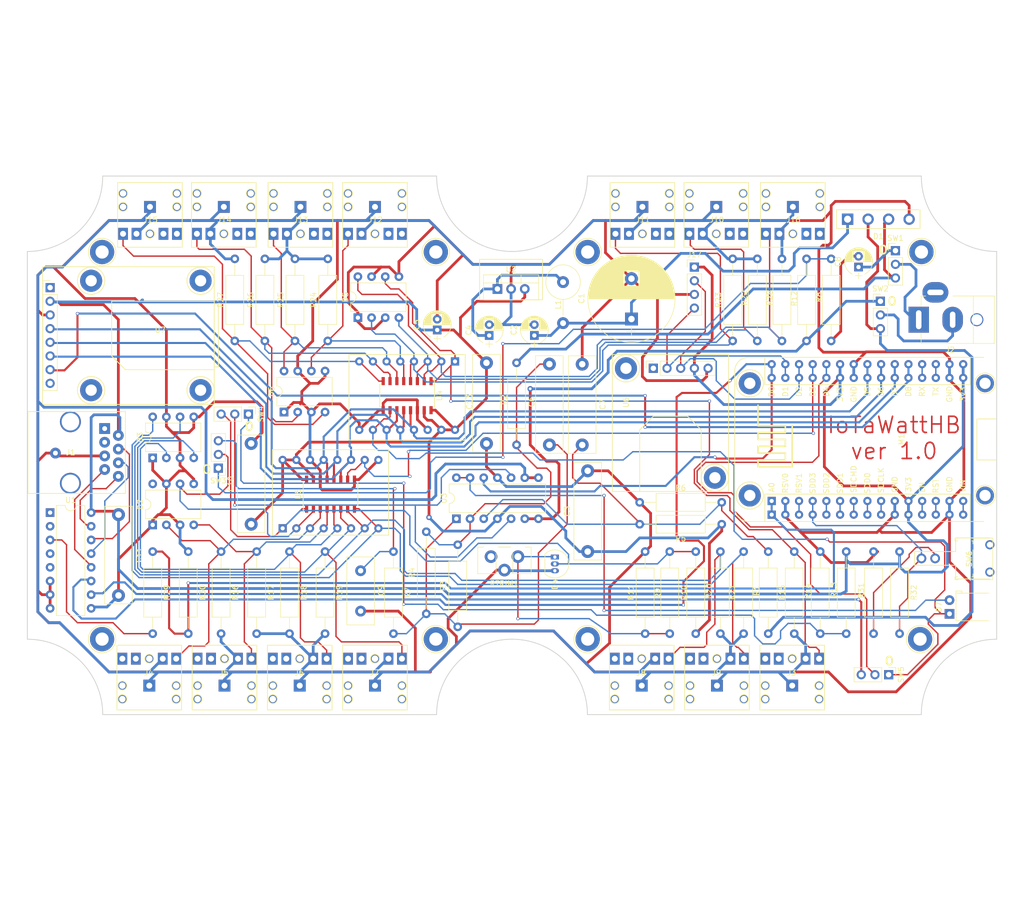
<source format=kicad_pcb>
(kicad_pcb (version 4) (host pcbnew 4.0.7)
  (layers (0 F.Cu signal) (31 B.Cu signal) (34 B.Paste user) (36 B.SilkS user) (37 F.SilkS user) (38 B.Mask user) (39 F.Mask user) (44 Edge.Cuts user))
  (net 0 "")
  (net 1 "Net-(C1-Pad1)")
  (net 2 GND)
  (net 3 3V3)
  (net 4 "Net-(C4-Pad1)")
  (net 5 "Net-(C6-Pad1)")
  (net 6 "Net-(C6-Pad2)")
  (net 7 "Net-(C7-Pad2)")
  (net 8 /AC_N_ORIG)
  (net 9 "Net-(C8-Pad2)")
  (net 10 /VT_RECT)
  (net 11 /AC_P_RECT)
  (net 12 /AC_N_RECT)
  (net 13 /ADC0.2)
  (net 14 /ADC0.1)
  (net 15 /ADC0.3)
  (net 16 "Net-(D2-Pad8)")
  (net 17 /ADC0.6)
  (net 18 /ADC0.5)
  (net 19 /ADC0.7)
  (net 20 /ADC0.4)
  (net 21 /ADC0.0)
  (net 22 "Net-(D4-Pad1)")
  (net 23 /ADC1.2)
  (net 24 /ADC1.1)
  (net 25 /ADC1.3)
  (net 26 /ADC1.0)
  (net 27 /ADC1.6)
  (net 28 /ADC1.5)
  (net 29 /ADC1.7)
  (net 30 /ADC1.4)
  (net 31 /ADC1_CS)
  (net 32 "Net-(D7-Pad2)")
  (net 33 /PULSE3)
  (net 34 "Net-(J1-Pad1)")
  (net 35 "Net-(J1-Pad3)")
  (net 36 /PULSE2)
  (net 37 /PULSE1)
  (net 38 /PULSE0)
  (net 39 "Net-(J2-Pad2)")
  (net 40 "Net-(J2-Pad1)")
  (net 41 "Net-(J2-Pad3)")
  (net 42 "Net-(J3-Pad4)")
  (net 43 /BIAS_CT)
  (net 44 "Net-(J3-Pad1)")
  (net 45 "Net-(J4-Pad4)")
  (net 46 "Net-(J4-Pad1)")
  (net 47 "Net-(J5-Pad4)")
  (net 48 "Net-(J5-Pad1)")
  (net 49 "Net-(J6-Pad4)")
  (net 50 "Net-(J6-Pad1)")
  (net 51 "Net-(J7-Pad4)")
  (net 52 "Net-(J7-Pad1)")
  (net 53 "Net-(J8-Pad4)")
  (net 54 "Net-(J8-Pad1)")
  (net 55 "Net-(J9-Pad4)")
  (net 56 "Net-(J9-Pad1)")
  (net 57 "Net-(J10-Pad4)")
  (net 58 "Net-(J10-Pad1)")
  (net 59 "Net-(J11-Pad4)")
  (net 60 "Net-(J11-Pad1)")
  (net 61 "Net-(J12-Pad4)")
  (net 62 "Net-(J12-Pad1)")
  (net 63 "Net-(J13-Pad4)")
  (net 64 "Net-(J13-Pad1)")
  (net 65 "Net-(J14-Pad4)")
  (net 66 "Net-(J14-Pad1)")
  (net 67 "Net-(J15-Pad4)")
  (net 68 "Net-(J15-Pad1)")
  (net 69 "Net-(J16-Pad4)")
  (net 70 "Net-(J16-Pad1)")
  (net 71 /I2C_SDA)
  (net 72 /I2C_SCL)
  (net 73 "Net-(M1-Pad18)")
  (net 74 "Net-(M1-Pad19)")
  (net 75 /SD_CS)
  (net 76 /SPI_MOSI)
  (net 77 /SPI_MISO)
  (net 78 /SPI_CLK)
  (net 79 "Net-(M1-Pad26)")
  (net 80 /ADC0_CS)
  (net 81 /ESP_ADC_S0)
  (net 82 "Net-(M1-Pad15)")
  (net 83 "Net-(M1-Pad12)")
  (net 84 "Net-(M1-Pad9)")
  (net 85 "Net-(M1-Pad8)")
  (net 86 "Net-(M1-Pad7)")
  (net 87 "Net-(M1-Pad6)")
  (net 88 "Net-(M1-Pad5)")
  (net 89 "Net-(M1-Pad3)")
  (net 90 /ESP_ADC)
  (net 91 /VT_ORIG)
  (net 92 /AC_P_ORIG)
  (net 93 /RREF)
  (net 94 "Net-(R29-Pad1)")
  (net 95 /BIAS_REF)
  (net 96 /ESP_ADC_S1)
  (net 97 "Net-(U1-Pad1)")
  (net 98 "Net-(U1-Pad2)")
  (net 99 "Net-(U1-Pad4)")
  (net 100 "Net-(U1-Pad5)")
  (net 101 "Net-(U6-Pad1)")
  (net 102 "Net-(U7-Pad1)")
  (net 103 "Net-(U7-Pad8)")
  (net 104 /RESET)
  (net 105 "Net-(R31-Pad1)")
  (net 106 "Net-(M1-Pad13)")
  (module IoTaWattHB:MountingHole2.0mm (layer F.Cu) (at 223.774 125.984)
    (fp_text reference MOUNT5 hide)
    (fp_text value MountingHoleM2Panhead hide)
    (pad "" np_thru_hole circle (at 0 0) (size 4.5 4.5) (drill 2.45) (layers *.Cu *.Mask))
  )
  (module Capacitors_THT:CP_Radial_D16.0mm_P7.50mm (layer F.Cu) (at 170.18 66.548 90)
    (fp_text reference C1 (at 3.81 -9.271 90) (layer F.SilkS))
    (fp_text value "3300uF, 25V")
    (pad 1 thru_hole rect (at 0 0 90) (size 2.4 2.4) (drill 1.2) (layers *.Cu *.Mask) (net 1 "Net-(C1-Pad1)"))
    (pad 2 thru_hole circle (at 7.5 0 90) (size 2.4 2.4) (drill 1.2) (layers *.Cu *.Mask) (net 2 GND))
  )
  (module Capacitors_THT:CP_Radial_D5.0mm_P2.00mm (layer F.Cu) (at 152.146 69.596 90)
    (fp_text reference C2 (at 1 -3.81 90) (layer F.SilkS))
    (fp_text value "10uF, 35V")
    (pad 1 thru_hole rect (at 0 0 90) (size 1.6 1.6) (drill 0.8) (layers *.Cu *.Mask) (net 1 "Net-(C1-Pad1)"))
    (pad 2 thru_hole circle (at 2 0 90) (size 1.6 1.6) (drill 0.8) (layers *.Cu *.Mask) (net 2 GND))
  )
  (module Capacitors_THT:C_Rect_L18.0mm_W5.0mm_P15.00mm_FKS3_FKP3 (layer F.Cu) (at 162.052 109.728 90)
    (fp_text reference C3 (at 7.5 -3.81 90) (layer F.SilkS))
    (fp_text value 100nF)
    (pad 1 thru_hole circle (at 0 0 90) (size 2.4 2.4) (drill 1.2) (layers *.Cu *.Mask) (net 3 3V3))
    (pad 2 thru_hole circle (at 15 0 90) (size 2.4 2.4) (drill 1.2) (layers *.Cu *.Mask) (net 2 GND))
  )
  (module Capacitors_THT:CP_Radial_D5.0mm_P2.00mm (layer F.Cu) (at 143.764 69.596 90)
    (fp_text reference C4 (at 1 -3.81 90) (layer F.SilkS))
    (fp_text value "10uF, 35V")
    (pad 1 thru_hole rect (at 0 0 90) (size 1.6 1.6) (drill 0.8) (layers *.Cu *.Mask) (net 4 "Net-(C4-Pad1)"))
    (pad 2 thru_hole circle (at 2 0 90) (size 1.6 1.6) (drill 0.8) (layers *.Cu *.Mask) (net 2 GND))
  )
  (module Capacitors_THT:CP_Radial_D5.0mm_P2.00mm (layer F.Cu) (at 134.112 68.58 90)
    (fp_text reference C5 (at 1 -3.81 90) (layer F.SilkS))
    (fp_text value 10uF)
    (pad 1 thru_hole rect (at 0 0 90) (size 1.6 1.6) (drill 0.8) (layers *.Cu *.Mask) (net 3 3V3))
    (pad 2 thru_hole circle (at 2 0 90) (size 1.6 1.6) (drill 0.8) (layers *.Cu *.Mask) (net 2 GND))
  )
  (module Capacitors_THT:C_Rect_L18.0mm_W5.0mm_P15.00mm_FKS3_FKP3 (layer F.Cu) (at 154.94 89.916 90)
    (fp_text reference C6 (at 8.001 -3.302 90) (layer F.SilkS))
    (fp_text value 39nF)
    (pad 1 thru_hole circle (at 0 0 90) (size 2.4 2.4) (drill 1.2) (layers *.Cu *.Mask) (net 5 "Net-(C6-Pad1)"))
    (pad 2 thru_hole circle (at 15 0 90) (size 2.4 2.4) (drill 1.2) (layers *.Cu *.Mask) (net 6 "Net-(C6-Pad2)"))
  )
  (module Capacitors_THT:C_Rect_L18.0mm_W5.0mm_P15.00mm_FKS3_FKP3 (layer F.Cu) (at 161.036 74.93 270)
    (fp_text reference C7 (at 7.5 -3.81 270) (layer F.SilkS))
    (fp_text value 39nF)
    (pad 1 thru_hole circle (at 0 0 270) (size 2.4 2.4) (drill 1.2) (layers *.Cu *.Mask) (net 2 GND))
    (pad 2 thru_hole circle (at 15 0 270) (size 2.4 2.4) (drill 1.2) (layers *.Cu *.Mask) (net 7 "Net-(C7-Pad2)"))
  )
  (module Capacitors_THT:CP_Radial_D5.0mm_P2.00mm (layer F.Cu) (at 212.344 56.896 90)
    (fp_text reference C8 (at 1 -3.81 90) (layer F.SilkS))
    (fp_text value 10uF)
    (pad 1 thru_hole rect (at 0 0 90) (size 1.6 1.6) (drill 0.8) (layers *.Cu *.Mask) (net 8 /AC_N_ORIG))
    (pad 2 thru_hole circle (at 2 0 90) (size 1.6 1.6) (drill 0.8) (layers *.Cu *.Mask) (net 9 "Net-(C8-Pad2)"))
  )
  (module Capacitors_THT:C_Rect_L18.0mm_W5.0mm_P15.00mm_FKS3_FKP3 (layer F.Cu) (at 99.568 104.648 90)
    (fp_text reference C10 (at 7.5 -3.81 90) (layer F.SilkS))
    (fp_text value 100nF)
    (pad 1 thru_hole circle (at 0 0 90) (size 2.4 2.4) (drill 1.2) (layers *.Cu *.Mask) (net 3 3V3))
    (pad 2 thru_hole circle (at 15 0 90) (size 2.4 2.4) (drill 1.2) (layers *.Cu *.Mask) (net 2 GND))
  )
  (module Capacitors_THT:C_Rect_L18.0mm_W5.0mm_P15.00mm_FKS3_FKP3 (layer F.Cu) (at 74.93 102.87 270)
    (fp_text reference C11 (at 7.5 -3.81 270) (layer F.SilkS))
    (fp_text value 100nF)
    (pad 1 thru_hole circle (at 0 0 270) (size 2.4 2.4) (drill 1.2) (layers *.Cu *.Mask) (net 3 3V3))
    (pad 2 thru_hole circle (at 15 0 270) (size 2.4 2.4) (drill 1.2) (layers *.Cu *.Mask) (net 2 GND))
  )
  (module Capacitors_THT:C_Rect_L18.0mm_W5.0mm_P15.00mm_FKS3_FKP3 (layer F.Cu) (at 143.256 74.676 270)
    (fp_text reference C13 (at 7.239 3.175 270) (layer F.SilkS))
    (fp_text value 100nF)
    (pad 1 thru_hole circle (at 0 0 270) (size 2.4 2.4) (drill 1.2) (layers *.Cu *.Mask) (net 3 3V3))
    (pad 2 thru_hole circle (at 15 0 270) (size 2.4 2.4) (drill 1.2) (layers *.Cu *.Mask) (net 2 GND))
  )
  (module Housings_DIP:DIP-8_W7.62mm (layer F.Cu) (at 81.28 104.775 90)
    (fp_text reference D2 (at 3.81 -2.33 90) (layer F.SilkS))
    (fp_text value SN75240_TVS_Diode)
    (pad 1 thru_hole rect (at 0 0 90) (size 1.6 1.6) (drill 0.8) (layers *.Cu *.Mask) (net 2 GND))
    (pad 5 thru_hole oval (at 7.62 7.62 90) (size 1.6 1.6) (drill 0.8) (layers *.Cu *.Mask) (net 2 GND))
    (pad 2 thru_hole oval (at 0 2.54 90) (size 1.6 1.6) (drill 0.8) (layers *.Cu *.Mask) (net 13 /ADC0.2))
    (pad 6 thru_hole oval (at 7.62 5.08 90) (size 1.6 1.6) (drill 0.8) (layers *.Cu *.Mask) (net 14 /ADC0.1))
    (pad 3 thru_hole oval (at 0 5.08 90) (size 1.6 1.6) (drill 0.8) (layers *.Cu *.Mask) (net 2 GND))
    (pad 7 thru_hole oval (at 7.62 2.54 90) (size 1.6 1.6) (drill 0.8) (layers *.Cu *.Mask) (net 2 GND))
    (pad 4 thru_hole oval (at 0 7.62 90) (size 1.6 1.6) (drill 0.8) (layers *.Cu *.Mask) (net 15 /ADC0.3))
    (pad 8 thru_hole oval (at 7.62 0 90) (size 1.6 1.6) (drill 0.8) (layers *.Cu *.Mask) (net 16 "Net-(D2-Pad8)"))
  )
  (module Housings_DIP:DIP-8_W7.62mm (layer F.Cu) (at 81.28 92.329 90)
    (fp_text reference D3 (at 3.81 -2.33 90) (layer F.SilkS))
    (fp_text value SN75240_TVS_Diode)
    (pad 1 thru_hole rect (at 0 0 90) (size 1.6 1.6) (drill 0.8) (layers *.Cu *.Mask) (net 2 GND))
    (pad 5 thru_hole oval (at 7.62 7.62 90) (size 1.6 1.6) (drill 0.8) (layers *.Cu *.Mask) (net 2 GND))
    (pad 2 thru_hole oval (at 0 2.54 90) (size 1.6 1.6) (drill 0.8) (layers *.Cu *.Mask) (net 20 /ADC0.4))
    (pad 6 thru_hole oval (at 7.62 5.08 90) (size 1.6 1.6) (drill 0.8) (layers *.Cu *.Mask) (net 17 /ADC0.6))
    (pad 3 thru_hole oval (at 0 5.08 90) (size 1.6 1.6) (drill 0.8) (layers *.Cu *.Mask) (net 2 GND))
    (pad 7 thru_hole oval (at 7.62 2.54 90) (size 1.6 1.6) (drill 0.8) (layers *.Cu *.Mask) (net 2 GND))
    (pad 4 thru_hole oval (at 0 7.62 90) (size 1.6 1.6) (drill 0.8) (layers *.Cu *.Mask) (net 18 /ADC0.5))
    (pad 8 thru_hole oval (at 7.62 0 90) (size 1.6 1.6) (drill 0.8) (layers *.Cu *.Mask) (net 19 /ADC0.7))
  )
  (module TO_SOT_Packages_THT:TO-92_Inline_Narrow_Oval (layer F.Cu) (at 155.956 110.744 270)
    (fp_text reference D4 (at 5.08 0 270) (layer F.SilkS))
    (fp_text value AdjustableShuntVoltageReference)
    (pad 2 thru_hole oval (at 1.27 0 90) (size 0.9 1.5) (drill 0.6) (layers *.Cu *.Mask) (net 21 /ADC0.0))
    (pad 3 thru_hole oval (at 2.54 0 90) (size 0.9 1.5) (drill 0.6) (layers *.Cu *.Mask) (net 2 GND))
    (pad 1 thru_hole rect (at 0 0 90) (size 0.9 1.5) (drill 0.6) (layers *.Cu *.Mask) (net 22 "Net-(D4-Pad1)"))
  )
  (module Housings_DIP:DIP-8_W7.62mm (layer F.Cu) (at 119.38 66.294 90)
    (fp_text reference D5 (at 3.81 -2.33 90) (layer F.SilkS))
    (fp_text value SN75240_TVS_Diode)
    (pad 1 thru_hole rect (at 0 0 90) (size 1.6 1.6) (drill 0.8) (layers *.Cu *.Mask) (net 2 GND))
    (pad 5 thru_hole oval (at 7.62 7.62 90) (size 1.6 1.6) (drill 0.8) (layers *.Cu *.Mask) (net 2 GND))
    (pad 2 thru_hole oval (at 0 2.54 90) (size 1.6 1.6) (drill 0.8) (layers *.Cu *.Mask) (net 25 /ADC1.3))
    (pad 6 thru_hole oval (at 7.62 5.08 90) (size 1.6 1.6) (drill 0.8) (layers *.Cu *.Mask) (net 26 /ADC1.0))
    (pad 3 thru_hole oval (at 0 5.08 90) (size 1.6 1.6) (drill 0.8) (layers *.Cu *.Mask) (net 2 GND))
    (pad 7 thru_hole oval (at 7.62 2.54 90) (size 1.6 1.6) (drill 0.8) (layers *.Cu *.Mask) (net 2 GND))
    (pad 4 thru_hole oval (at 0 7.62 90) (size 1.6 1.6) (drill 0.8) (layers *.Cu *.Mask) (net 23 /ADC1.2))
    (pad 8 thru_hole oval (at 7.62 0 90) (size 1.6 1.6) (drill 0.8) (layers *.Cu *.Mask) (net 24 /ADC1.1))
  )
  (module Housings_DIP:DIP-8_W7.62mm (layer F.Cu) (at 105.664 83.82 90)
    (fp_text reference D6 (at 3.81 -2.33 90) (layer F.SilkS))
    (fp_text value SN75240_TVS_Diode)
    (pad 1 thru_hole rect (at 0 0 90) (size 1.6 1.6) (drill 0.8) (layers *.Cu *.Mask) (net 2 GND))
    (pad 5 thru_hole oval (at 7.62 7.62 90) (size 1.6 1.6) (drill 0.8) (layers *.Cu *.Mask) (net 2 GND))
    (pad 2 thru_hole oval (at 0 2.54 90) (size 1.6 1.6) (drill 0.8) (layers *.Cu *.Mask) (net 27 /ADC1.6))
    (pad 6 thru_hole oval (at 7.62 5.08 90) (size 1.6 1.6) (drill 0.8) (layers *.Cu *.Mask) (net 30 /ADC1.4))
    (pad 3 thru_hole oval (at 0 5.08 90) (size 1.6 1.6) (drill 0.8) (layers *.Cu *.Mask) (net 2 GND))
    (pad 7 thru_hole oval (at 7.62 2.54 90) (size 1.6 1.6) (drill 0.8) (layers *.Cu *.Mask) (net 2 GND))
    (pad 4 thru_hole oval (at 0 7.62 90) (size 1.6 1.6) (drill 0.8) (layers *.Cu *.Mask) (net 29 /ADC1.7))
    (pad 8 thru_hole oval (at 7.62 0 90) (size 1.6 1.6) (drill 0.8) (layers *.Cu *.Mask) (net 28 /ADC1.5))
  )
  (module IoTaWattHB:DC_RSPRO_2.1 (layer F.Cu) (at 223.52 66.675 180)
    (fp_text reference J2 (at -5.84 -5.59 180) (layer F.SilkS))
    (fp_text value Barrel_Jack)
    (pad 2 thru_hole oval (at -6.3 0 180) (size 3.8 4.8) (drill oval 1.02 3.02) (layers *.Cu *.Mask) (net 39 "Net-(J2-Pad2)"))
    (pad 1 thru_hole rect (at 0 0 180) (size 3.8 4.8) (drill oval 1.02 3.52) (layers *.Cu *.Mask) (net 40 "Net-(J2-Pad1)"))
    (pad 3 thru_hole oval (at -3.1 5.08 180) (size 4.8 3.8) (drill oval 3.02 1.02) (layers *.Cu *.Mask) (net 41 "Net-(J2-Pad3)"))
    (pad "" np_thru_hole circle (at -10.8 0 180) (size 2.4 2.4) (drill 2) (layers *.Cu *.Mask))
  )
  (module Inductors_THT:L_Axial_L16.0mm_D6.3mm_P7.62mm_Vertical_Fastron_VHBCC (layer F.Cu) (at 157.48 59.69 270)
    (fp_text reference L1 (at 4.191 0.889 270) (layer F.SilkS))
    (fp_text value 6.7uH)
    (pad 1 thru_hole circle (at 0 0 270) (size 2.2 2.2) (drill 1.1) (layers *.Cu *.Mask) (net 4 "Net-(C4-Pad1)"))
    (pad 2 thru_hole oval (at 7.62 0 270) (size 2.2 2.2) (drill 1.1) (layers *.Cu *.Mask) (net 1 "Net-(C1-Pad1)"))
  )
  (module Resistors_THT:R_Axial_DIN0309_L9.0mm_D3.2mm_P15.24mm_Horizontal (layer F.Cu) (at 195.58 109.728 270)
    (fp_text reference R1 (at 7.239 2.159 270) (layer F.SilkS))
    (fp_text value 120k)
    (pad 1 thru_hole circle (at 0 0 270) (size 1.6 1.6) (drill 0.8) (layers *.Cu *.Mask) (net 7 "Net-(C7-Pad2)"))
    (pad 2 thru_hole oval (at 15.24 0 270) (size 1.6 1.6) (drill 0.8) (layers *.Cu *.Mask) (net 11 /AC_P_RECT))
  )
  (module Resistors_THT:R_Axial_DIN0309_L9.0mm_D3.2mm_P15.24mm_Horizontal (layer F.Cu) (at 148.844 89.916 90)
    (fp_text reference R2 (at 8.382 -2.286 90) (layer F.SilkS))
    (fp_text value 120k)
    (pad 1 thru_hole circle (at 0 0 90) (size 1.6 1.6) (drill 0.8) (layers *.Cu *.Mask) (net 6 "Net-(C6-Pad2)"))
    (pad 2 thru_hole oval (at 15.24 0 90) (size 1.6 1.6) (drill 0.8) (layers *.Cu *.Mask) (net 12 /AC_N_RECT))
  )
  (module Resistors_THT:R_Axial_DIN0309_L9.0mm_D3.2mm_P15.24mm_Horizontal (layer F.Cu) (at 137.922 123.698 90)
    (fp_text reference R3 (at 7.62 -2.66 90) (layer F.SilkS))
    (fp_text value 20k)
    (pad 1 thru_hole circle (at 0 0 90) (size 1.6 1.6) (drill 0.8) (layers *.Cu *.Mask) (net 5 "Net-(C6-Pad1)"))
    (pad 2 thru_hole oval (at 15.24 0 90) (size 1.6 1.6) (drill 0.8) (layers *.Cu *.Mask) (net 6 "Net-(C6-Pad2)"))
  )
  (module Resistors_THT:R_Axial_DIN0309_L9.0mm_D3.2mm_P15.24mm_Horizontal (layer F.Cu) (at 132.08 121.285 90)
    (fp_text reference R4 (at 7.62 -2.66 90) (layer F.SilkS))
    (fp_text value 20k)
    (pad 1 thru_hole circle (at 0 0 90) (size 1.6 1.6) (drill 0.8) (layers *.Cu *.Mask) (net 5 "Net-(C6-Pad1)"))
    (pad 2 thru_hole oval (at 15.24 0 90) (size 1.6 1.6) (drill 0.8) (layers *.Cu *.Mask) (net 6 "Net-(C6-Pad2)"))
  )
  (module Resistors_THT:R_Axial_DIN0309_L9.0mm_D3.2mm_P15.24mm_Horizontal (layer F.Cu) (at 186.944 104.648 180)
    (fp_text reference R5 (at 7.62 -2.66 180) (layer F.SilkS))
    (fp_text value 20k)
    (pad 1 thru_hole circle (at 0 0 180) (size 1.6 1.6) (drill 0.8) (layers *.Cu *.Mask) (net 3 3V3))
    (pad 2 thru_hole oval (at 15.24 0 180) (size 1.6 1.6) (drill 0.8) (layers *.Cu *.Mask) (net 7 "Net-(C7-Pad2)"))
  )
  (module Resistors_THT:R_Axial_DIN0309_L9.0mm_D3.2mm_P15.24mm_Horizontal (layer F.Cu) (at 171.704 100.584)
    (fp_text reference R6 (at 7.62 -2.66) (layer F.SilkS))
    (fp_text value 20k)
    (pad 1 thru_hole circle (at 0 0) (size 1.6 1.6) (drill 0.8) (layers *.Cu *.Mask) (net 2 GND))
    (pad 2 thru_hole oval (at 15.24 0) (size 1.6 1.6) (drill 0.8) (layers *.Cu *.Mask) (net 7 "Net-(C7-Pad2)"))
  )
  (module Resistors_THT:R_Axial_DIN0309_L9.0mm_D3.2mm_P15.24mm_Horizontal (layer F.Cu) (at 125.984 109.728 270)
    (fp_text reference R7 (at 7.62 -2.66 270) (layer F.SilkS))
    (fp_text value 100R)
    (pad 1 thru_hole circle (at 0 0 270) (size 1.6 1.6) (drill 0.8) (layers *.Cu *.Mask) (net 10 /VT_RECT))
    (pad 2 thru_hole oval (at 15.24 0 270) (size 1.6 1.6) (drill 0.8) (layers *.Cu *.Mask) (net 5 "Net-(C6-Pad1)"))
  )
  (module Resistors_THT:R_Axial_DIN0309_L9.0mm_D3.2mm_P15.24mm_Horizontal (layer F.Cu) (at 207.264 70.612 90)
    (fp_text reference R8 (at 8.128 -2.286 90) (layer F.SilkS))
    (fp_text value 12k)
    (pad 1 thru_hole circle (at 0 0 90) (size 1.6 1.6) (drill 0.8) (layers *.Cu *.Mask) (net 9 "Net-(C8-Pad2)"))
    (pad 2 thru_hole oval (at 15.24 0 90) (size 1.6 1.6) (drill 0.8) (layers *.Cu *.Mask) (net 91 /VT_ORIG))
  )
  (module Resistors_THT:R_Axial_DIN0309_L9.0mm_D3.2mm_P15.24mm_Horizontal (layer F.Cu) (at 182.118 124.968 90)
    (fp_text reference R9 (at 7.493 -6.985 90) (layer F.SilkS))
    (fp_text value 1k)
    (pad 1 thru_hole circle (at 0 0 90) (size 1.6 1.6) (drill 0.8) (layers *.Cu *.Mask) (net 3 3V3))
    (pad 2 thru_hole oval (at 15.24 0 90) (size 1.6 1.6) (drill 0.8) (layers *.Cu *.Mask) (net 21 /ADC0.0))
  )
  (module Resistors_THT:R_Axial_DIN0309_L9.0mm_D3.2mm_P15.24mm_Horizontal (layer F.Cu) (at 177.292 109.728 270)
    (fp_text reference R10 (at 7.62 -2.66 270) (layer F.SilkS))
    (fp_text value 2k)
    (pad 1 thru_hole circle (at 0 0 270) (size 1.6 1.6) (drill 0.8) (layers *.Cu *.Mask) (net 21 /ADC0.0))
    (pad 2 thru_hole oval (at 15.24 0 270) (size 1.6 1.6) (drill 0.8) (layers *.Cu *.Mask) (net 22 "Net-(D4-Pad1)"))
  )
  (module Resistors_THT:R_Axial_DIN0309_L9.0mm_D3.2mm_P15.24mm_Horizontal (layer F.Cu) (at 172.72 124.968 90)
    (fp_text reference R11 (at 7.62 -2.66 90) (layer F.SilkS))
    (fp_text value 662R)
    (pad 1 thru_hole circle (at 0 0 90) (size 1.6 1.6) (drill 0.8) (layers *.Cu *.Mask) (net 22 "Net-(D4-Pad1)"))
    (pad 2 thru_hole oval (at 15.24 0 90) (size 1.6 1.6) (drill 0.8) (layers *.Cu *.Mask) (net 2 GND))
  )
  (module Resistors_THT:R_Axial_DIN0309_L9.0mm_D3.2mm_P15.24mm_Horizontal (layer F.Cu) (at 202.692 55.372 270)
    (fp_text reference R12 (at 7.366 2.286 270) (layer F.SilkS))
    (fp_text value 1k)
    (pad 1 thru_hole circle (at 0 0 270) (size 1.6 1.6) (drill 0.8) (layers *.Cu *.Mask) (net 91 /VT_ORIG))
    (pad 2 thru_hole oval (at 15.24 0 270) (size 1.6 1.6) (drill 0.8) (layers *.Cu *.Mask) (net 92 /AC_P_ORIG))
  )
  (module Resistors_THT:R_Axial_DIN0309_L9.0mm_D3.2mm_P15.24mm_Horizontal (layer F.Cu) (at 210.058 109.728 270)
    (fp_text reference R13 (at 7.112 2.286 270) (layer F.SilkS))
    (fp_text value 4k7)
    (pad 1 thru_hole circle (at 0 0 270) (size 1.6 1.6) (drill 0.8) (layers *.Cu *.Mask) (net 3 3V3))
    (pad 2 thru_hole oval (at 15.24 0 270) (size 1.6 1.6) (drill 0.8) (layers *.Cu *.Mask) (net 93 /RREF))
  )
  (module Resistors_THT:R_Axial_DIN0309_L9.0mm_D3.2mm_P15.24mm_Horizontal (layer F.Cu) (at 205.232 124.968 90)
    (fp_text reference R14 (at 7.874 -2.286 90) (layer F.SilkS))
    (fp_text value 4k7)
    (pad 1 thru_hole circle (at 0 0 90) (size 1.6 1.6) (drill 0.8) (layers *.Cu *.Mask) (net 93 /RREF))
    (pad 2 thru_hole oval (at 15.24 0 90) (size 1.6 1.6) (drill 0.8) (layers *.Cu *.Mask) (net 2 GND))
  )
  (module Resistors_THT:R_Axial_DIN0309_L9.0mm_D3.2mm_P15.24mm_Horizontal (layer F.Cu) (at 200.406 109.728 270)
    (fp_text reference R15 (at 7.62 2.286 270) (layer F.SilkS))
    (fp_text value 24R)
    (pad 1 thru_hole circle (at 0 0 270) (size 1.6 1.6) (drill 0.8) (layers *.Cu *.Mask) (net 26 /ADC1.0))
    (pad 2 thru_hole oval (at 15.24 0 270) (size 1.6 1.6) (drill 0.8) (layers *.Cu *.Mask) (net 43 /BIAS_CT))
  )
  (module Resistors_THT:R_Axial_DIN0309_L9.0mm_D3.2mm_P15.24mm_Horizontal (layer F.Cu) (at 93.98 109.728 270)
    (fp_text reference R16 (at 7.62 -2.66 270) (layer F.SilkS))
    (fp_text value 24R)
    (pad 1 thru_hole circle (at 0 0 270) (size 1.6 1.6) (drill 0.8) (layers *.Cu *.Mask) (net 13 /ADC0.2))
    (pad 2 thru_hole oval (at 15.24 0 270) (size 1.6 1.6) (drill 0.8) (layers *.Cu *.Mask) (net 43 /BIAS_CT))
  )
  (module Resistors_THT:R_Axial_DIN0309_L9.0mm_D3.2mm_P15.24mm_Horizontal (layer F.Cu) (at 100.584 109.728 270)
    (fp_text reference R17 (at 7.62 -2.66 270) (layer F.SilkS))
    (fp_text value 24R)
    (pad 1 thru_hole circle (at 0 0 270) (size 1.6 1.6) (drill 0.8) (layers *.Cu *.Mask) (net 15 /ADC0.3))
    (pad 2 thru_hole oval (at 15.24 0 270) (size 1.6 1.6) (drill 0.8) (layers *.Cu *.Mask) (net 43 /BIAS_CT))
  )
  (module Resistors_THT:R_Axial_DIN0309_L9.0mm_D3.2mm_P15.24mm_Horizontal (layer F.Cu) (at 106.68 109.728 270)
    (fp_text reference R18 (at 7.62 -2.66 270) (layer F.SilkS))
    (fp_text value 24R)
    (pad 1 thru_hole circle (at 0 0 270) (size 1.6 1.6) (drill 0.8) (layers *.Cu *.Mask) (net 20 /ADC0.4))
    (pad 2 thru_hole oval (at 15.24 0 270) (size 1.6 1.6) (drill 0.8) (layers *.Cu *.Mask) (net 43 /BIAS_CT))
  )
  (module Resistors_THT:R_Axial_DIN0309_L9.0mm_D3.2mm_P15.24mm_Horizontal (layer F.Cu) (at 113.284 109.728 270)
    (fp_text reference R19 (at 7.62 -2.66 270) (layer F.SilkS))
    (fp_text value 24R)
    (pad 1 thru_hole circle (at 0 0 270) (size 1.6 1.6) (drill 0.8) (layers *.Cu *.Mask) (net 18 /ADC0.5))
    (pad 2 thru_hole oval (at 15.24 0 270) (size 1.6 1.6) (drill 0.8) (layers *.Cu *.Mask) (net 43 /BIAS_CT))
  )
  (module Resistors_THT:R_Axial_DIN0309_L9.0mm_D3.2mm_P15.24mm_Horizontal (layer F.Cu) (at 186.69 109.728 270)
    (fp_text reference R20 (at 7.366 2.159 270) (layer F.SilkS))
    (fp_text value 24R)
    (pad 1 thru_hole circle (at 0 0 270) (size 1.6 1.6) (drill 0.8) (layers *.Cu *.Mask) (net 17 /ADC0.6))
    (pad 2 thru_hole oval (at 15.24 0 270) (size 1.6 1.6) (drill 0.8) (layers *.Cu *.Mask) (net 43 /BIAS_CT))
  )
  (module Resistors_THT:R_Axial_DIN0309_L9.0mm_D3.2mm_P15.24mm_Horizontal (layer F.Cu) (at 191.008 109.728 270)
    (fp_text reference R21 (at 7.493 2.159 270) (layer F.SilkS))
    (fp_text value 24R)
    (pad 1 thru_hole circle (at 0 0 270) (size 1.6 1.6) (drill 0.8) (layers *.Cu *.Mask) (net 19 /ADC0.7))
    (pad 2 thru_hole oval (at 15.24 0 270) (size 1.6 1.6) (drill 0.8) (layers *.Cu *.Mask) (net 43 /BIAS_CT))
  )
  (module Resistors_THT:R_Axial_DIN0309_L9.0mm_D3.2mm_P15.24mm_Horizontal (layer F.Cu) (at 193.548 70.612 90)
    (fp_text reference R22 (at 8.001 -2.413 90) (layer F.SilkS))
    (fp_text value 24R)
    (pad 1 thru_hole circle (at 0 0 90) (size 1.6 1.6) (drill 0.8) (layers *.Cu *.Mask) (net 23 /ADC1.2))
    (pad 2 thru_hole oval (at 15.24 0 90) (size 1.6 1.6) (drill 0.8) (layers *.Cu *.Mask) (net 43 /BIAS_CT))
  )
  (module Resistors_THT:R_Axial_DIN0309_L9.0mm_D3.2mm_P15.24mm_Horizontal (layer F.Cu) (at 188.976 70.612 90)
    (fp_text reference R23 (at 7.62 -2.66 90) (layer F.SilkS))
    (fp_text value 24R)
    (pad 1 thru_hole circle (at 0 0 90) (size 1.6 1.6) (drill 0.8) (layers *.Cu *.Mask) (net 25 /ADC1.3))
    (pad 2 thru_hole oval (at 15.24 0 90) (size 1.6 1.6) (drill 0.8) (layers *.Cu *.Mask) (net 43 /BIAS_CT))
  )
  (module Resistors_THT:R_Axial_DIN0309_L9.0mm_D3.2mm_P15.24mm_Horizontal (layer F.Cu) (at 113.792 70.612 90)
    (fp_text reference R24 (at 7.62 -2.66 90) (layer F.SilkS))
    (fp_text value 24R)
    (pad 1 thru_hole circle (at 0 0 90) (size 1.6 1.6) (drill 0.8) (layers *.Cu *.Mask) (net 30 /ADC1.4))
    (pad 2 thru_hole oval (at 15.24 0 90) (size 1.6 1.6) (drill 0.8) (layers *.Cu *.Mask) (net 43 /BIAS_CT))
  )
  (module Resistors_THT:R_Axial_DIN0309_L9.0mm_D3.2mm_P15.24mm_Horizontal (layer F.Cu) (at 107.696 70.612 90)
    (fp_text reference R25 (at 7.62 -2.66 90) (layer F.SilkS))
    (fp_text value 24R)
    (pad 1 thru_hole circle (at 0 0 90) (size 1.6 1.6) (drill 0.8) (layers *.Cu *.Mask) (net 28 /ADC1.5))
    (pad 2 thru_hole oval (at 15.24 0 90) (size 1.6 1.6) (drill 0.8) (layers *.Cu *.Mask) (net 43 /BIAS_CT))
  )
  (module Resistors_THT:R_Axial_DIN0309_L9.0mm_D3.2mm_P15.24mm_Horizontal (layer F.Cu) (at 102.108 70.612 90)
    (fp_text reference R26 (at 7.62 -2.66 90) (layer F.SilkS))
    (fp_text value 24R)
    (pad 1 thru_hole circle (at 0 0 90) (size 1.6 1.6) (drill 0.8) (layers *.Cu *.Mask) (net 27 /ADC1.6))
    (pad 2 thru_hole oval (at 15.24 0 90) (size 1.6 1.6) (drill 0.8) (layers *.Cu *.Mask) (net 43 /BIAS_CT))
  )
  (module Resistors_THT:R_Axial_DIN0309_L9.0mm_D3.2mm_P15.24mm_Horizontal (layer F.Cu) (at 96.52 70.612 90)
    (fp_text reference R27 (at 7.62 -2.66 90) (layer F.SilkS))
    (fp_text value 24R)
    (pad 1 thru_hole circle (at 0 0 90) (size 1.6 1.6) (drill 0.8) (layers *.Cu *.Mask) (net 29 /ADC1.7))
    (pad 2 thru_hole oval (at 15.24 0 90) (size 1.6 1.6) (drill 0.8) (layers *.Cu *.Mask) (net 43 /BIAS_CT))
  )
  (module Resistors_THT:R_Axial_DIN0309_L9.0mm_D3.2mm_P15.24mm_Horizontal (layer F.Cu) (at 198.12 70.612 90)
    (fp_text reference R28 (at 8.001 -2.286 90) (layer F.SilkS))
    (fp_text value 24R)
    (pad 1 thru_hole circle (at 0 0 90) (size 1.6 1.6) (drill 0.8) (layers *.Cu *.Mask) (net 24 /ADC1.1))
    (pad 2 thru_hole oval (at 15.24 0 90) (size 1.6 1.6) (drill 0.8) (layers *.Cu *.Mask) (net 43 /BIAS_CT))
  )
  (module Resistors_THT:R_Axial_DIN0309_L9.0mm_D3.2mm_P15.24mm_Horizontal (layer F.Cu) (at 81.28 124.968 90)
    (fp_text reference R29 (at 7.62 2.667 90) (layer F.SilkS))
    (fp_text value 2k4)
    (pad 1 thru_hole circle (at 0 0 90) (size 1.6 1.6) (drill 0.8) (layers *.Cu *.Mask) (net 94 "Net-(R29-Pad1)"))
    (pad 2 thru_hole oval (at 15.24 0 90) (size 1.6 1.6) (drill 0.8) (layers *.Cu *.Mask) (net 90 /ESP_ADC))
  )
  (module Resistors_THT:R_Axial_DIN0309_L9.0mm_D3.2mm_P15.24mm_Horizontal (layer F.Cu) (at 87.884 124.968 90)
    (fp_text reference R30 (at 7.62 2.667 90) (layer F.SilkS))
    (fp_text value 1k)
    (pad 1 thru_hole circle (at 0 0 90) (size 1.6 1.6) (drill 0.8) (layers *.Cu *.Mask) (net 90 /ESP_ADC))
    (pad 2 thru_hole oval (at 15.24 0 90) (size 1.6 1.6) (drill 0.8) (layers *.Cu *.Mask) (net 2 GND))
  )
  (module Housings_DIP:DIP-16_W7.62mm (layer F.Cu) (at 62.23 102.489)
    (fp_text reference U1 (at 3.81 -2.33) (layer F.SilkS))
    (fp_text value 4051)
    (pad 1 thru_hole rect (at 0 0) (size 1.6 1.6) (drill 0.8) (layers *.Cu *.Mask) (net 97 "Net-(U1-Pad1)"))
    (pad 9 thru_hole oval (at 7.62 17.78) (size 1.6 1.6) (drill 0.8) (layers *.Cu *.Mask) (net 2 GND))
    (pad 2 thru_hole oval (at 0 2.54) (size 1.6 1.6) (drill 0.8) (layers *.Cu *.Mask) (net 98 "Net-(U1-Pad2)"))
    (pad 10 thru_hole oval (at 7.62 15.24) (size 1.6 1.6) (drill 0.8) (layers *.Cu *.Mask) (net 96 /ESP_ADC_S1))
    (pad 3 thru_hole oval (at 0 5.08) (size 1.6 1.6) (drill 0.8) (layers *.Cu *.Mask) (net 94 "Net-(R29-Pad1)"))
    (pad 11 thru_hole oval (at 7.62 12.7) (size 1.6 1.6) (drill 0.8) (layers *.Cu *.Mask) (net 81 /ESP_ADC_S0))
    (pad 4 thru_hole oval (at 0 7.62) (size 1.6 1.6) (drill 0.8) (layers *.Cu *.Mask) (net 99 "Net-(U1-Pad4)"))
    (pad 12 thru_hole oval (at 7.62 10.16) (size 1.6 1.6) (drill 0.8) (layers *.Cu *.Mask) (net 33 /PULSE3))
    (pad 5 thru_hole oval (at 0 10.16) (size 1.6 1.6) (drill 0.8) (layers *.Cu *.Mask) (net 100 "Net-(U1-Pad5)"))
    (pad 13 thru_hole oval (at 7.62 7.62) (size 1.6 1.6) (drill 0.8) (layers *.Cu *.Mask) (net 38 /PULSE0))
    (pad 6 thru_hole oval (at 0 12.7) (size 1.6 1.6) (drill 0.8) (layers *.Cu *.Mask) (net 2 GND))
    (pad 14 thru_hole oval (at 7.62 5.08) (size 1.6 1.6) (drill 0.8) (layers *.Cu *.Mask) (net 37 /PULSE1))
    (pad 7 thru_hole oval (at 0 15.24) (size 1.6 1.6) (drill 0.8) (layers *.Cu *.Mask) (net 2 GND))
    (pad 15 thru_hole oval (at 7.62 2.54) (size 1.6 1.6) (drill 0.8) (layers *.Cu *.Mask) (net 36 /PULSE2))
    (pad 8 thru_hole oval (at 0 17.78) (size 1.6 1.6) (drill 0.8) (layers *.Cu *.Mask) (net 2 GND))
    (pad 16 thru_hole oval (at 7.62 0) (size 1.6 1.6) (drill 0.8) (layers *.Cu *.Mask) (net 3 3V3))
  )
  (module Housings_DIP:DIP-14_W7.62mm (layer F.Cu) (at 137.668 103.632 90)
    (fp_text reference U3 (at 3.81 -2.33 90) (layer F.SilkS))
    (fp_text value MCP6004)
    (pad 1 thru_hole rect (at 0 0 90) (size 1.6 1.6) (drill 0.8) (layers *.Cu *.Mask) (net 5 "Net-(C6-Pad1)"))
    (pad 8 thru_hole oval (at 7.62 15.24 90) (size 1.6 1.6) (drill 0.8) (layers *.Cu *.Mask) (net 43 /BIAS_CT))
    (pad 2 thru_hole oval (at 0 2.54 90) (size 1.6 1.6) (drill 0.8) (layers *.Cu *.Mask) (net 6 "Net-(C6-Pad2)"))
    (pad 9 thru_hole oval (at 7.62 12.7 90) (size 1.6 1.6) (drill 0.8) (layers *.Cu *.Mask) (net 43 /BIAS_CT))
    (pad 3 thru_hole oval (at 0 5.08 90) (size 1.6 1.6) (drill 0.8) (layers *.Cu *.Mask) (net 7 "Net-(C7-Pad2)"))
    (pad 10 thru_hole oval (at 7.62 10.16 90) (size 1.6 1.6) (drill 0.8) (layers *.Cu *.Mask) (net 95 /BIAS_REF))
    (pad 4 thru_hole oval (at 0 7.62 90) (size 1.6 1.6) (drill 0.8) (layers *.Cu *.Mask) (net 3 3V3))
    (pad 11 thru_hole oval (at 7.62 7.62 90) (size 1.6 1.6) (drill 0.8) (layers *.Cu *.Mask) (net 2 GND))
    (pad 5 thru_hole oval (at 0 10.16 90) (size 1.6 1.6) (drill 0.8) (layers *.Cu *.Mask) (net 95 /BIAS_REF))
    (pad 12 thru_hole oval (at 7.62 5.08 90) (size 1.6 1.6) (drill 0.8) (layers *.Cu *.Mask) (net 81 /ESP_ADC_S0))
    (pad 6 thru_hole oval (at 0 12.7 90) (size 1.6 1.6) (drill 0.8) (layers *.Cu *.Mask) (net 92 /AC_P_ORIG))
    (pad 13 thru_hole oval (at 7.62 2.54 90) (size 1.6 1.6) (drill 0.8) (layers *.Cu *.Mask) (net 32 "Net-(D7-Pad2)"))
    (pad 7 thru_hole oval (at 0 15.24 90) (size 1.6 1.6) (drill 0.8) (layers *.Cu *.Mask) (net 92 /AC_P_ORIG))
    (pad 14 thru_hole oval (at 7.62 0 90) (size 1.6 1.6) (drill 0.8) (layers *.Cu *.Mask) (net 32 "Net-(D7-Pad2)"))
  )
  (module IoTaWattHB:Potentiometer_Trimmer_ACP_CA9h5_Vertical_Px5.0mm_Py5.0mm (layer F.Cu) (at 149.098 108.966 270)
    (fp_text reference RTRIM1 (at 6.731 2.54 360) (layer F.SilkS))
    (fp_text value 1K)
    (pad 3 thru_hole circle (at 1.7 5 270) (size 2.34 2.34) (drill 1.3) (layers *.Cu *.Mask))
    (pad 2 thru_hole circle (at 4.2 2.5 270) (size 2.34 2.34) (drill 1.3) (layers *.Cu *.Mask) (net 2 GND))
    (pad 1 thru_hole circle (at 1.7 0 270) (size 2.34 2.34) (drill 1.3) (layers *.Cu *.Mask) (net 22 "Net-(D4-Pad1)"))
  )
  (module IoTaWattHB:Cliff_3.5mm_Stereo_TRS_2x_Switch_JY039-5P (layer F.Cu) (at 80.645 134.62 90)
    (fp_text reference J4 (at 2.4 -0.1 180) (layer F.SilkS))
    (fp_text value Audio-Jack-3_2Switches)
    (pad 4 thru_hole rect (at 5 -2.5 90) (size 2.2 1.8) (drill 1.1) (layers *.Cu *.Mask) (net 45 "Net-(J4-Pad4)"))
    (pad 5 thru_hole rect (at 5 2.5 90) (size 2.2 1.8) (drill 1.1) (layers *.Cu *.Mask) (net 43 /BIAS_CT))
    (pad 1 thru_hole rect (at 5 -5 90) (size 2.2 1.8) (drill 1.1) (layers *.Cu *.Mask) (net 46 "Net-(J4-Pad1)"))
    (pad 2 thru_hole rect (at 5 5 90) (size 2.2 1.8) (drill 1.1) (layers *.Cu *.Mask) (net 13 /ADC0.2))
    (pad 3 thru_hole rect (at 0 0 90) (size 2.2 2.2) (drill 1.1) (layers *.Cu *.Mask) (net 43 /BIAS_CT))
    (pad "" np_thru_hole circle (at 5 0 90) (size 1.5 1.5) (drill 1.2) (layers *.Cu))
    (pad "" np_thru_hole circle (at 0 -5 90) (size 1.5 1.5) (drill 1.2) (layers *.Cu))
    (pad "" np_thru_hole circle (at -2.5 -5 90) (size 1.5 1.5) (drill 1.2) (layers *.Cu))
    (pad "" np_thru_hole circle (at 0 5 90) (size 1.5 1.5) (drill 1.2) (layers *.Cu))
    (pad "" np_thru_hole circle (at -2.5 5 90) (size 1.5 1.5) (drill 1.2) (layers *.Cu))
  )
  (module IoTaWattHB:Cliff_3.5mm_Stereo_TRS_2x_Switch_JY039-5P (layer F.Cu) (at 94.615 134.62 90)
    (fp_text reference J5 (at 2.4 -0.1 180) (layer F.SilkS))
    (fp_text value Audio-Jack-3_2Switches)
    (pad 4 thru_hole rect (at 5 -2.5 90) (size 2.2 1.8) (drill 1.1) (layers *.Cu *.Mask) (net 47 "Net-(J5-Pad4)"))
    (pad 5 thru_hole rect (at 5 2.5 90) (size 2.2 1.8) (drill 1.1) (layers *.Cu *.Mask) (net 43 /BIAS_CT))
    (pad 1 thru_hole rect (at 5 -5 90) (size 2.2 1.8) (drill 1.1) (layers *.Cu *.Mask) (net 48 "Net-(J5-Pad1)"))
    (pad 2 thru_hole rect (at 5 5 90) (size 2.2 1.8) (drill 1.1) (layers *.Cu *.Mask) (net 15 /ADC0.3))
    (pad 3 thru_hole rect (at 0 0 90) (size 2.2 2.2) (drill 1.1) (layers *.Cu *.Mask) (net 43 /BIAS_CT))
    (pad "" np_thru_hole circle (at 5 0 90) (size 1.5 1.5) (drill 1.2) (layers *.Cu))
    (pad "" np_thru_hole circle (at 0 -5 90) (size 1.5 1.5) (drill 1.2) (layers *.Cu))
    (pad "" np_thru_hole circle (at -2.5 -5 90) (size 1.5 1.5) (drill 1.2) (layers *.Cu))
    (pad "" np_thru_hole circle (at 0 5 90) (size 1.5 1.5) (drill 1.2) (layers *.Cu))
    (pad "" np_thru_hole circle (at -2.5 5 90) (size 1.5 1.5) (drill 1.2) (layers *.Cu))
  )
  (module IoTaWattHB:Cliff_3.5mm_Stereo_TRS_2x_Switch_JY039-5P (layer F.Cu) (at 108.585 134.62 90)
    (fp_text reference J6 (at 2.4 -0.1 180) (layer F.SilkS))
    (fp_text value Audio-Jack-3_2Switches)
    (pad 4 thru_hole rect (at 5 -2.5 90) (size 2.2 1.8) (drill 1.1) (layers *.Cu *.Mask) (net 49 "Net-(J6-Pad4)"))
    (pad 5 thru_hole rect (at 5 2.5 90) (size 2.2 1.8) (drill 1.1) (layers *.Cu *.Mask) (net 43 /BIAS_CT))
    (pad 1 thru_hole rect (at 5 -5 90) (size 2.2 1.8) (drill 1.1) (layers *.Cu *.Mask) (net 50 "Net-(J6-Pad1)"))
    (pad 2 thru_hole rect (at 5 5 90) (size 2.2 1.8) (drill 1.1) (layers *.Cu *.Mask) (net 20 /ADC0.4))
    (pad 3 thru_hole rect (at 0 0 90) (size 2.2 2.2) (drill 1.1) (layers *.Cu *.Mask) (net 43 /BIAS_CT))
    (pad "" np_thru_hole circle (at 5 0 90) (size 1.5 1.5) (drill 1.2) (layers *.Cu))
    (pad "" np_thru_hole circle (at 0 -5 90) (size 1.5 1.5) (drill 1.2) (layers *.Cu))
    (pad "" np_thru_hole circle (at -2.5 -5 90) (size 1.5 1.5) (drill 1.2) (layers *.Cu))
    (pad "" np_thru_hole circle (at 0 5 90) (size 1.5 1.5) (drill 1.2) (layers *.Cu))
    (pad "" np_thru_hole circle (at -2.5 5 90) (size 1.5 1.5) (drill 1.2) (layers *.Cu))
  )
  (module IoTaWattHB:Cliff_3.5mm_Stereo_TRS_2x_Switch_JY039-5P (layer F.Cu) (at 122.555 134.62 90)
    (fp_text reference J7 (at 2.4 -0.1 180) (layer F.SilkS))
    (fp_text value Audio-Jack-3_2Switches)
    (pad 4 thru_hole rect (at 5 -2.5 90) (size 2.2 1.8) (drill 1.1) (layers *.Cu *.Mask) (net 51 "Net-(J7-Pad4)"))
    (pad 5 thru_hole rect (at 5 2.5 90) (size 2.2 1.8) (drill 1.1) (layers *.Cu *.Mask) (net 43 /BIAS_CT))
    (pad 1 thru_hole rect (at 5 -5 90) (size 2.2 1.8) (drill 1.1) (layers *.Cu *.Mask) (net 52 "Net-(J7-Pad1)"))
    (pad 2 thru_hole rect (at 5 5 90) (size 2.2 1.8) (drill 1.1) (layers *.Cu *.Mask) (net 18 /ADC0.5))
    (pad 3 thru_hole rect (at 0 0 90) (size 2.2 2.2) (drill 1.1) (layers *.Cu *.Mask) (net 43 /BIAS_CT))
    (pad "" np_thru_hole circle (at 5 0 90) (size 1.5 1.5) (drill 1.2) (layers *.Cu))
    (pad "" np_thru_hole circle (at 0 -5 90) (size 1.5 1.5) (drill 1.2) (layers *.Cu))
    (pad "" np_thru_hole circle (at -2.5 -5 90) (size 1.5 1.5) (drill 1.2) (layers *.Cu))
    (pad "" np_thru_hole circle (at 0 5 90) (size 1.5 1.5) (drill 1.2) (layers *.Cu))
    (pad "" np_thru_hole circle (at -2.5 5 90) (size 1.5 1.5) (drill 1.2) (layers *.Cu))
  )
  (module IoTaWattHB:Cliff_3.5mm_Stereo_TRS_2x_Switch_JY039-5P (layer F.Cu) (at 200.025 134.62 90)
    (fp_text reference J3 (at 2.4 -0.1 180) (layer F.SilkS))
    (fp_text value Audio-Jack-3_2Switches)
    (pad 4 thru_hole rect (at 5 -2.5 90) (size 2.2 1.8) (drill 1.1) (layers *.Cu *.Mask) (net 42 "Net-(J3-Pad4)"))
    (pad 5 thru_hole rect (at 5 2.5 90) (size 2.2 1.8) (drill 1.1) (layers *.Cu *.Mask) (net 43 /BIAS_CT))
    (pad 1 thru_hole rect (at 5 -5 90) (size 2.2 1.8) (drill 1.1) (layers *.Cu *.Mask) (net 44 "Net-(J3-Pad1)"))
    (pad 2 thru_hole rect (at 5 5 90) (size 2.2 1.8) (drill 1.1) (layers *.Cu *.Mask) (net 26 /ADC1.0))
    (pad 3 thru_hole rect (at 0 0 90) (size 2.2 2.2) (drill 1.1) (layers *.Cu *.Mask) (net 43 /BIAS_CT))
    (pad "" np_thru_hole circle (at 5 0 90) (size 1.5 1.5) (drill 1.2) (layers *.Cu))
    (pad "" np_thru_hole circle (at 0 -5 90) (size 1.5 1.5) (drill 1.2) (layers *.Cu))
    (pad "" np_thru_hole circle (at -2.5 -5 90) (size 1.5 1.5) (drill 1.2) (layers *.Cu))
    (pad "" np_thru_hole circle (at 0 5 90) (size 1.5 1.5) (drill 1.2) (layers *.Cu))
    (pad "" np_thru_hole circle (at -2.5 5 90) (size 1.5 1.5) (drill 1.2) (layers *.Cu))
  )
  (module IoTaWattHB:Cliff_3.5mm_Stereo_TRS_2x_Switch_JY039-5P (layer F.Cu) (at 172.085 134.62 90)
    (fp_text reference J8 (at 2.4 -0.1 180) (layer F.SilkS))
    (fp_text value Audio-Jack-3_2Switches)
    (pad 4 thru_hole rect (at 5 -2.5 90) (size 2.2 1.8) (drill 1.1) (layers *.Cu *.Mask) (net 53 "Net-(J8-Pad4)"))
    (pad 5 thru_hole rect (at 5 2.5 90) (size 2.2 1.8) (drill 1.1) (layers *.Cu *.Mask) (net 43 /BIAS_CT))
    (pad 1 thru_hole rect (at 5 -5 90) (size 2.2 1.8) (drill 1.1) (layers *.Cu *.Mask) (net 54 "Net-(J8-Pad1)"))
    (pad 2 thru_hole rect (at 5 5 90) (size 2.2 1.8) (drill 1.1) (layers *.Cu *.Mask) (net 17 /ADC0.6))
    (pad 3 thru_hole rect (at 0 0 90) (size 2.2 2.2) (drill 1.1) (layers *.Cu *.Mask) (net 43 /BIAS_CT))
    (pad "" np_thru_hole circle (at 5 0 90) (size 1.5 1.5) (drill 1.2) (layers *.Cu))
    (pad "" np_thru_hole circle (at 0 -5 90) (size 1.5 1.5) (drill 1.2) (layers *.Cu))
    (pad "" np_thru_hole circle (at -2.5 -5 90) (size 1.5 1.5) (drill 1.2) (layers *.Cu))
    (pad "" np_thru_hole circle (at 0 5 90) (size 1.5 1.5) (drill 1.2) (layers *.Cu))
    (pad "" np_thru_hole circle (at -2.5 5 90) (size 1.5 1.5) (drill 1.2) (layers *.Cu))
  )
  (module IoTaWattHB:Cliff_3.5mm_Stereo_TRS_2x_Switch_JY039-5P (layer F.Cu) (at 186.055 134.62 90)
    (fp_text reference J9 (at 2.4 -0.1 180) (layer F.SilkS))
    (fp_text value Audio-Jack-3_2Switches)
    (pad 4 thru_hole rect (at 5 -2.5 90) (size 2.2 1.8) (drill 1.1) (layers *.Cu *.Mask) (net 55 "Net-(J9-Pad4)"))
    (pad 5 thru_hole rect (at 5 2.5 90) (size 2.2 1.8) (drill 1.1) (layers *.Cu *.Mask) (net 43 /BIAS_CT))
    (pad 1 thru_hole rect (at 5 -5 90) (size 2.2 1.8) (drill 1.1) (layers *.Cu *.Mask) (net 56 "Net-(J9-Pad1)"))
    (pad 2 thru_hole rect (at 5 5 90) (size 2.2 1.8) (drill 1.1) (layers *.Cu *.Mask) (net 19 /ADC0.7))
    (pad 3 thru_hole rect (at 0 0 90) (size 2.2 2.2) (drill 1.1) (layers *.Cu *.Mask) (net 43 /BIAS_CT))
    (pad "" np_thru_hole circle (at 5 0 90) (size 1.5 1.5) (drill 1.2) (layers *.Cu))
    (pad "" np_thru_hole circle (at 0 -5 90) (size 1.5 1.5) (drill 1.2) (layers *.Cu))
    (pad "" np_thru_hole circle (at -2.5 -5 90) (size 1.5 1.5) (drill 1.2) (layers *.Cu))
    (pad "" np_thru_hole circle (at 0 5 90) (size 1.5 1.5) (drill 1.2) (layers *.Cu))
    (pad "" np_thru_hole circle (at -2.5 5 90) (size 1.5 1.5) (drill 1.2) (layers *.Cu))
  )
  (module IoTaWattHB:Cliff_3.5mm_Stereo_TRS_2x_Switch_JY039-5P (layer F.Cu) (at 200.152 45.72 270)
    (fp_text reference J16 (at 2.4 -0.1 360) (layer F.SilkS))
    (fp_text value Audio-Jack-3_2Switches)
    (pad 4 thru_hole rect (at 5 -2.5 270) (size 2.2 1.8) (drill 1.1) (layers *.Cu *.Mask) (net 69 "Net-(J16-Pad4)"))
    (pad 5 thru_hole rect (at 5 2.5 270) (size 2.2 1.8) (drill 1.1) (layers *.Cu *.Mask) (net 43 /BIAS_CT))
    (pad 1 thru_hole rect (at 5 -5 270) (size 2.2 1.8) (drill 1.1) (layers *.Cu *.Mask) (net 70 "Net-(J16-Pad1)"))
    (pad 2 thru_hole rect (at 5 5 270) (size 2.2 1.8) (drill 1.1) (layers *.Cu *.Mask) (net 24 /ADC1.1))
    (pad 3 thru_hole rect (at 0 0 270) (size 2.2 2.2) (drill 1.1) (layers *.Cu *.Mask) (net 43 /BIAS_CT))
    (pad "" np_thru_hole circle (at 5 0 270) (size 1.5 1.5) (drill 1.2) (layers *.Cu))
    (pad "" np_thru_hole circle (at 0 -5 270) (size 1.5 1.5) (drill 1.2) (layers *.Cu))
    (pad "" np_thru_hole circle (at -2.5 -5 270) (size 1.5 1.5) (drill 1.2) (layers *.Cu))
    (pad "" np_thru_hole circle (at 0 5 270) (size 1.5 1.5) (drill 1.2) (layers *.Cu))
    (pad "" np_thru_hole circle (at -2.5 5 270) (size 1.5 1.5) (drill 1.2) (layers *.Cu))
  )
  (module IoTaWattHB:Cliff_3.5mm_Stereo_TRS_2x_Switch_JY039-5P (layer F.Cu) (at 185.928 45.72 270)
    (fp_text reference J10 (at 2.4 -0.1 360) (layer F.SilkS))
    (fp_text value Audio-Jack-3_2Switches)
    (pad 4 thru_hole rect (at 5 -2.5 270) (size 2.2 1.8) (drill 1.1) (layers *.Cu *.Mask) (net 57 "Net-(J10-Pad4)"))
    (pad 5 thru_hole rect (at 5 2.5 270) (size 2.2 1.8) (drill 1.1) (layers *.Cu *.Mask) (net 43 /BIAS_CT))
    (pad 1 thru_hole rect (at 5 -5 270) (size 2.2 1.8) (drill 1.1) (layers *.Cu *.Mask) (net 58 "Net-(J10-Pad1)"))
    (pad 2 thru_hole rect (at 5 5 270) (size 2.2 1.8) (drill 1.1) (layers *.Cu *.Mask) (net 23 /ADC1.2))
    (pad 3 thru_hole rect (at 0 0 270) (size 2.2 2.2) (drill 1.1) (layers *.Cu *.Mask) (net 43 /BIAS_CT))
    (pad "" np_thru_hole circle (at 5 0 270) (size 1.5 1.5) (drill 1.2) (layers *.Cu))
    (pad "" np_thru_hole circle (at 0 -5 270) (size 1.5 1.5) (drill 1.2) (layers *.Cu))
    (pad "" np_thru_hole circle (at -2.5 -5 270) (size 1.5 1.5) (drill 1.2) (layers *.Cu))
    (pad "" np_thru_hole circle (at 0 5 270) (size 1.5 1.5) (drill 1.2) (layers *.Cu))
    (pad "" np_thru_hole circle (at -2.5 5 270) (size 1.5 1.5) (drill 1.2) (layers *.Cu))
  )
  (module IoTaWattHB:Cliff_3.5mm_Stereo_TRS_2x_Switch_JY039-5P (layer F.Cu) (at 172.212 45.72 270)
    (fp_text reference J11 (at 2.4 -0.1 360) (layer F.SilkS))
    (fp_text value Audio-Jack-3_2Switches)
    (pad 4 thru_hole rect (at 5 -2.5 270) (size 2.2 1.8) (drill 1.1) (layers *.Cu *.Mask) (net 59 "Net-(J11-Pad4)"))
    (pad 5 thru_hole rect (at 5 2.5 270) (size 2.2 1.8) (drill 1.1) (layers *.Cu *.Mask) (net 43 /BIAS_CT))
    (pad 1 thru_hole rect (at 5 -5 270) (size 2.2 1.8) (drill 1.1) (layers *.Cu *.Mask) (net 60 "Net-(J11-Pad1)"))
    (pad 2 thru_hole rect (at 5 5 270) (size 2.2 1.8) (drill 1.1) (layers *.Cu *.Mask) (net 25 /ADC1.3))
    (pad 3 thru_hole rect (at 0 0 270) (size 2.2 2.2) (drill 1.1) (layers *.Cu *.Mask) (net 43 /BIAS_CT))
    (pad "" np_thru_hole circle (at 5 0 270) (size 1.5 1.5) (drill 1.2) (layers *.Cu))
    (pad "" np_thru_hole circle (at 0 -5 270) (size 1.5 1.5) (drill 1.2) (layers *.Cu))
    (pad "" np_thru_hole circle (at -2.5 -5 270) (size 1.5 1.5) (drill 1.2) (layers *.Cu))
    (pad "" np_thru_hole circle (at 0 5 270) (size 1.5 1.5) (drill 1.2) (layers *.Cu))
    (pad "" np_thru_hole circle (at -2.5 5 270) (size 1.5 1.5) (drill 1.2) (layers *.Cu))
  )
  (module IoTaWattHB:Cliff_3.5mm_Stereo_TRS_2x_Switch_JY039-5P (layer F.Cu) (at 122.555 45.72 270)
    (fp_text reference J12 (at 2.4 -0.1 360) (layer F.SilkS))
    (fp_text value Audio-Jack-3_2Switches)
    (pad 4 thru_hole rect (at 5 -2.5 270) (size 2.2 1.8) (drill 1.1) (layers *.Cu *.Mask) (net 61 "Net-(J12-Pad4)"))
    (pad 5 thru_hole rect (at 5 2.5 270) (size 2.2 1.8) (drill 1.1) (layers *.Cu *.Mask) (net 43 /BIAS_CT))
    (pad 1 thru_hole rect (at 5 -5 270) (size 2.2 1.8) (drill 1.1) (layers *.Cu *.Mask) (net 62 "Net-(J12-Pad1)"))
    (pad 2 thru_hole rect (at 5 5 270) (size 2.2 1.8) (drill 1.1) (layers *.Cu *.Mask) (net 30 /ADC1.4))
    (pad 3 thru_hole rect (at 0 0 270) (size 2.2 2.2) (drill 1.1) (layers *.Cu *.Mask) (net 43 /BIAS_CT))
    (pad "" np_thru_hole circle (at 5 0 270) (size 1.5 1.5) (drill 1.2) (layers *.Cu))
    (pad "" np_thru_hole circle (at 0 -5 270) (size 1.5 1.5) (drill 1.2) (layers *.Cu))
    (pad "" np_thru_hole circle (at -2.5 -5 270) (size 1.5 1.5) (drill 1.2) (layers *.Cu))
    (pad "" np_thru_hole circle (at 0 5 270) (size 1.5 1.5) (drill 1.2) (layers *.Cu))
    (pad "" np_thru_hole circle (at -2.5 5 270) (size 1.5 1.5) (drill 1.2) (layers *.Cu))
  )
  (module IoTaWattHB:Cliff_3.5mm_Stereo_TRS_2x_Switch_JY039-5P (layer F.Cu) (at 108.712 45.72 270)
    (fp_text reference J13 (at 2.4 -0.1 360) (layer F.SilkS))
    (fp_text value Audio-Jack-3_2Switches)
    (pad 4 thru_hole rect (at 5 -2.5 270) (size 2.2 1.8) (drill 1.1) (layers *.Cu *.Mask) (net 63 "Net-(J13-Pad4)"))
    (pad 5 thru_hole rect (at 5 2.5 270) (size 2.2 1.8) (drill 1.1) (layers *.Cu *.Mask) (net 43 /BIAS_CT))
    (pad 1 thru_hole rect (at 5 -5 270) (size 2.2 1.8) (drill 1.1) (layers *.Cu *.Mask) (net 64 "Net-(J13-Pad1)"))
    (pad 2 thru_hole rect (at 5 5 270) (size 2.2 1.8) (drill 1.1) (layers *.Cu *.Mask) (net 28 /ADC1.5))
    (pad 3 thru_hole rect (at 0 0 270) (size 2.2 2.2) (drill 1.1) (layers *.Cu *.Mask) (net 43 /BIAS_CT))
    (pad "" np_thru_hole circle (at 5 0 270) (size 1.5 1.5) (drill 1.2) (layers *.Cu))
    (pad "" np_thru_hole circle (at 0 -5 270) (size 1.5 1.5) (drill 1.2) (layers *.Cu))
    (pad "" np_thru_hole circle (at -2.5 -5 270) (size 1.5 1.5) (drill 1.2) (layers *.Cu))
    (pad "" np_thru_hole circle (at 0 5 270) (size 1.5 1.5) (drill 1.2) (layers *.Cu))
    (pad "" np_thru_hole circle (at -2.5 5 270) (size 1.5 1.5) (drill 1.2) (layers *.Cu))
  )
  (module IoTaWattHB:Cliff_3.5mm_Stereo_TRS_2x_Switch_JY039-5P (layer F.Cu) (at 94.488 45.72 270)
    (fp_text reference J14 (at 2.4 -0.1 360) (layer F.SilkS))
    (fp_text value Audio-Jack-3_2Switches)
    (pad 4 thru_hole rect (at 5 -2.5 270) (size 2.2 1.8) (drill 1.1) (layers *.Cu *.Mask) (net 65 "Net-(J14-Pad4)"))
    (pad 5 thru_hole rect (at 5 2.5 270) (size 2.2 1.8) (drill 1.1) (layers *.Cu *.Mask) (net 43 /BIAS_CT))
    (pad 1 thru_hole rect (at 5 -5 270) (size 2.2 1.8) (drill 1.1) (layers *.Cu *.Mask) (net 66 "Net-(J14-Pad1)"))
    (pad 2 thru_hole rect (at 5 5 270) (size 2.2 1.8) (drill 1.1) (layers *.Cu *.Mask) (net 27 /ADC1.6))
    (pad 3 thru_hole rect (at 0 0 270) (size 2.2 2.2) (drill 1.1) (layers *.Cu *.Mask) (net 43 /BIAS_CT))
    (pad "" np_thru_hole circle (at 5 0 270) (size 1.5 1.5) (drill 1.2) (layers *.Cu))
    (pad "" np_thru_hole circle (at 0 -5 270) (size 1.5 1.5) (drill 1.2) (layers *.Cu))
    (pad "" np_thru_hole circle (at -2.5 -5 270) (size 1.5 1.5) (drill 1.2) (layers *.Cu))
    (pad "" np_thru_hole circle (at 0 5 270) (size 1.5 1.5) (drill 1.2) (layers *.Cu))
    (pad "" np_thru_hole circle (at -2.5 5 270) (size 1.5 1.5) (drill 1.2) (layers *.Cu))
  )
  (module IoTaWattHB:Cliff_3.5mm_Stereo_TRS_2x_Switch_JY039-5P (layer F.Cu) (at 80.772 45.72 270)
    (fp_text reference J15 (at 2.4 -0.1 360) (layer F.SilkS))
    (fp_text value Audio-Jack-3_2Switches)
    (pad 4 thru_hole rect (at 5 -2.5 270) (size 2.2 1.8) (drill 1.1) (layers *.Cu *.Mask) (net 67 "Net-(J15-Pad4)"))
    (pad 5 thru_hole rect (at 5 2.5 270) (size 2.2 1.8) (drill 1.1) (layers *.Cu *.Mask) (net 43 /BIAS_CT))
    (pad 1 thru_hole rect (at 5 -5 270) (size 2.2 1.8) (drill 1.1) (layers *.Cu *.Mask) (net 68 "Net-(J15-Pad1)"))
    (pad 2 thru_hole rect (at 5 5 270) (size 2.2 1.8) (drill 1.1) (layers *.Cu *.Mask) (net 29 /ADC1.7))
    (pad 3 thru_hole rect (at 0 0 270) (size 2.2 2.2) (drill 1.1) (layers *.Cu *.Mask) (net 43 /BIAS_CT))
    (pad "" np_thru_hole circle (at 5 0 270) (size 1.5 1.5) (drill 1.2) (layers *.Cu))
    (pad "" np_thru_hole circle (at 0 -5 270) (size 1.5 1.5) (drill 1.2) (layers *.Cu))
    (pad "" np_thru_hole circle (at -2.5 -5 270) (size 1.5 1.5) (drill 1.2) (layers *.Cu))
    (pad "" np_thru_hole circle (at 0 5 270) (size 1.5 1.5) (drill 1.2) (layers *.Cu))
    (pad "" np_thru_hole circle (at -2.5 5 270) (size 1.5 1.5) (drill 1.2) (layers *.Cu))
  )
  (module IoTaWattHB:LED_D5.0mm_Horizontal_O1.27mm_Z9.0mm (layer F.Cu) (at 229.235 121.285 90)
    (fp_text reference D7 (at 1.27 -1.96 90) (layer F.SilkS))
    (fp_text value LED_Dual_2pin)
    (pad 1 thru_hole rect (at 0 0 90) (size 1.8 1.8) (drill 0.9) (layers *.Cu *.Mask) (net 31 /ADC1_CS))
    (pad 2 thru_hole circle (at 2.54 0 90) (size 1.8 1.8) (drill 0.9) (layers *.Cu *.Mask) (net 32 "Net-(D7-Pad2)"))
  )
  (module IoTaWattHB:SOIC-16_ADAPTER_3.9x9.9mm_Pitch1.27mm_notracks (layer F.Cu) (at 128.524 80.772 270)
    (fp_text reference U4 (at 0 -6 270) (layer F.SilkS))
    (fp_text value MCP3208)
    (fp_line (start 3.175 -1.905) (end 2.667 -1.905) (layer F.Cu) (width 0.254))
    (fp_line (start 3.175 1.905) (end 2.667 1.905) (layer F.Cu) (width 0.254))
    (fp_line (start -2.794 3.175) (end -3.302 3.175) (layer F.Cu) (width 0.254))
    (fp_line (start -3.175 1.905) (end -2.667 1.905) (layer F.Cu) (width 0.254))
    (fp_line (start -3.175 -1.905) (end -2.794 -1.905) (layer F.Cu) (width 0.254))
    (fp_line (start -3.302 -3.175) (end -2.794 -3.175) (layer F.Cu) (width 0.254))
    (pad 1 smd rect (at -2.7 -4.445 270) (size 1.5 0.6) (layers F.Cu F.Mask) (net 26 /ADC1.0))
    (pad 2 smd rect (at -2.7 -3.175 270) (size 1.5 0.6) (layers F.Cu F.Mask) (net 24 /ADC1.1))
    (pad 3 smd rect (at -2.7 -1.905 270) (size 1.5 0.6) (layers F.Cu F.Mask) (net 23 /ADC1.2))
    (pad 4 smd rect (at -2.7 -0.635 270) (size 1.5 0.6) (layers F.Cu F.Mask) (net 25 /ADC1.3))
    (pad 5 smd rect (at -2.7 0.635 270) (size 1.5 0.6) (layers F.Cu F.Mask) (net 30 /ADC1.4))
    (pad 6 smd rect (at -2.7 1.905 270) (size 1.5 0.6) (layers F.Cu F.Mask) (net 28 /ADC1.5))
    (pad 7 smd rect (at -2.7 3.175 270) (size 1.5 0.6) (layers F.Cu F.Mask) (net 27 /ADC1.6))
    (pad 8 smd rect (at -2.7 4.445 270) (size 1.5 0.6) (layers F.Cu F.Mask) (net 29 /ADC1.7))
    (pad 9 smd rect (at 2.7 4.445 270) (size 1.5 0.6) (layers F.Cu F.Mask) (net 2 GND))
    (pad 10 smd rect (at 2.7 3.175 270) (size 1.5 0.6) (layers F.Cu F.Mask) (net 31 /ADC1_CS))
    (pad 11 smd rect (at 2.7 1.905 270) (size 1.5 0.6) (layers F.Cu F.Mask) (net 76 /SPI_MOSI))
    (pad 12 smd rect (at 2.7 0.635 270) (size 1.5 0.6) (layers F.Cu F.Mask) (net 77 /SPI_MISO))
    (pad 13 smd rect (at 2.7 -0.635 270) (size 1.5 0.6) (layers F.Cu F.Mask) (net 78 /SPI_CLK))
    (pad 14 smd rect (at 2.7 -1.905 270) (size 1.5 0.6) (layers F.Cu F.Mask) (net 2 GND))
    (pad 15 smd rect (at 2.7 -3.175 270) (size 1.5 0.6) (layers F.Cu F.Mask) (net 3 3V3))
    (pad 16 smd rect (at 2.7 -4.445 270) (size 1.5 0.6) (layers F.Cu F.Mask) (net 3 3V3))
    (pad 1 thru_hole rect (at -6.35 -8.89 270) (size 1.524 1.524) (drill 0.762) (layers *.Cu *.Mask) (net 26 /ADC1.0))
    (pad 2 thru_hole circle (at -6.35 -6.35 270) (size 1.524 1.524) (drill 0.762) (layers *.Cu *.Mask) (net 24 /ADC1.1))
    (pad 3 thru_hole circle (at -6.35 -3.81 270) (size 1.524 1.524) (drill 0.762) (layers *.Cu *.Mask) (net 23 /ADC1.2))
    (pad 4 thru_hole circle (at -6.35 -1.27 270) (size 1.524 1.524) (drill 0.762) (layers *.Cu *.Mask) (net 25 /ADC1.3))
    (pad 5 thru_hole circle (at -6.35 1.27 270) (size 1.524 1.524) (drill 0.762) (layers *.Cu *.Mask) (net 30 /ADC1.4))
    (pad 6 thru_hole circle (at -6.35 3.81 270) (size 1.524 1.524) (drill 0.762) (layers *.Cu *.Mask) (net 28 /ADC1.5))
    (pad 7 thru_hole circle (at -6.35 6.35 270) (size 1.524 1.524) (drill 0.762) (layers *.Cu *.Mask) (net 27 /ADC1.6))
    (pad 8 thru_hole circle (at -6.35 8.89 270) (size 1.524 1.524) (drill 0.762) (layers *.Cu *.Mask) (net 29 /ADC1.7))
    (pad 9 thru_hole circle (at 6.35 8.89 270) (size 1.524 1.524) (drill 0.762) (layers *.Cu *.Mask) (net 2 GND))
    (pad 10 thru_hole circle (at 6.35 6.35 270) (size 1.524 1.524) (drill 0.762) (layers *.Cu *.Mask) (net 31 /ADC1_CS))
    (pad 11 thru_hole circle (at 6.35 3.81 270) (size 1.524 1.524) (drill 0.762) (layers *.Cu *.Mask) (net 76 /SPI_MOSI))
    (pad 12 thru_hole circle (at 6.35 1.27 270) (size 1.524 1.524) (drill 0.762) (layers *.Cu *.Mask) (net 77 /SPI_MISO))
    (pad 13 thru_hole circle (at 6.35 -1.27 270) (size 1.524 1.524) (drill 0.762) (layers *.Cu *.Mask) (net 78 /SPI_CLK))
    (pad 14 thru_hole circle (at 6.35 -3.81 270) (size 1.524 1.524) (drill 0.762) (layers *.Cu *.Mask) (net 2 GND))
    (pad 15 thru_hole circle (at 6.35 -6.35 270) (size 1.524 1.524) (drill 0.762) (layers *.Cu *.Mask) (net 3 3V3))
    (pad 16 thru_hole circle (at 6.35 -8.89 270) (size 1.524 1.524) (drill 0.762) (layers *.Cu *.Mask) (net 3 3V3))
  )
  (module IoTaWattHB:SOIC-16_ADAPTER_3.9x9.9mm_Pitch1.27mm_notracks (layer F.Cu) (at 114.3 99.06 90)
    (fp_text reference U5 (at 0 -6 90) (layer F.SilkS))
    (fp_text value MCP3208)
    (fp_line (start 3.175 -1.905) (end 2.667 -1.905) (layer F.Cu) (width 0.254))
    (fp_line (start 3.175 1.905) (end 2.667 1.905) (layer F.Cu) (width 0.254))
    (fp_line (start -2.794 3.175) (end -3.302 3.175) (layer F.Cu) (width 0.254))
    (fp_line (start -3.175 1.905) (end -2.667 1.905) (layer F.Cu) (width 0.254))
    (fp_line (start -3.175 -1.905) (end -2.794 -1.905) (layer F.Cu) (width 0.254))
    (fp_line (start -3.302 -3.175) (end -2.794 -3.175) (layer F.Cu) (width 0.254))
    (pad 1 smd rect (at -2.7 -4.445 90) (size 1.5 0.6) (layers F.Cu F.Mask) (net 21 /ADC0.0))
    (pad 2 smd rect (at -2.7 -3.175 90) (size 1.5 0.6) (layers F.Cu F.Mask) (net 14 /ADC0.1))
    (pad 3 smd rect (at -2.7 -1.905 90) (size 1.5 0.6) (layers F.Cu F.Mask) (net 13 /ADC0.2))
    (pad 4 smd rect (at -2.7 -0.635 90) (size 1.5 0.6) (layers F.Cu F.Mask) (net 15 /ADC0.3))
    (pad 5 smd rect (at -2.7 0.635 90) (size 1.5 0.6) (layers F.Cu F.Mask) (net 20 /ADC0.4))
    (pad 6 smd rect (at -2.7 1.905 90) (size 1.5 0.6) (layers F.Cu F.Mask) (net 18 /ADC0.5))
    (pad 7 smd rect (at -2.7 3.175 90) (size 1.5 0.6) (layers F.Cu F.Mask) (net 17 /ADC0.6))
    (pad 8 smd rect (at -2.7 4.445 90) (size 1.5 0.6) (layers F.Cu F.Mask) (net 19 /ADC0.7))
    (pad 9 smd rect (at 2.7 4.445 90) (size 1.5 0.6) (layers F.Cu F.Mask) (net 2 GND))
    (pad 10 smd rect (at 2.7 3.175 90) (size 1.5 0.6) (layers F.Cu F.Mask) (net 80 /ADC0_CS))
    (pad 11 smd rect (at 2.7 1.905 90) (size 1.5 0.6) (layers F.Cu F.Mask) (net 76 /SPI_MOSI))
    (pad 12 smd rect (at 2.7 0.635 90) (size 1.5 0.6) (layers F.Cu F.Mask) (net 77 /SPI_MISO))
    (pad 13 smd rect (at 2.7 -0.635 90) (size 1.5 0.6) (layers F.Cu F.Mask) (net 78 /SPI_CLK))
    (pad 14 smd rect (at 2.7 -1.905 90) (size 1.5 0.6) (layers F.Cu F.Mask) (net 2 GND))
    (pad 15 smd rect (at 2.7 -3.175 90) (size 1.5 0.6) (layers F.Cu F.Mask) (net 3 3V3))
    (pad 16 smd rect (at 2.7 -4.445 90) (size 1.5 0.6) (layers F.Cu F.Mask) (net 3 3V3))
    (pad 1 thru_hole rect (at -6.35 -8.89 90) (size 1.524 1.524) (drill 0.762) (layers *.Cu *.Mask) (net 21 /ADC0.0))
    (pad 2 thru_hole circle (at -6.35 -6.35 90) (size 1.524 1.524) (drill 0.762) (layers *.Cu *.Mask) (net 14 /ADC0.1))
    (pad 3 thru_hole circle (at -6.35 -3.81 90) (size 1.524 1.524) (drill 0.762) (layers *.Cu *.Mask) (net 13 /ADC0.2))
    (pad 4 thru_hole circle (at -6.35 -1.27 90) (size 1.524 1.524) (drill 0.762) (layers *.Cu *.Mask) (net 15 /ADC0.3))
    (pad 5 thru_hole circle (at -6.35 1.27 90) (size 1.524 1.524) (drill 0.762) (layers *.Cu *.Mask) (net 20 /ADC0.4))
    (pad 6 thru_hole circle (at -6.35 3.81 90) (size 1.524 1.524) (drill 0.762) (layers *.Cu *.Mask) (net 18 /ADC0.5))
    (pad 7 thru_hole circle (at -6.35 6.35 90) (size 1.524 1.524) (drill 0.762) (layers *.Cu *.Mask) (net 17 /ADC0.6))
    (pad 8 thru_hole circle (at -6.35 8.89 90) (size 1.524 1.524) (drill 0.762) (layers *.Cu *.Mask) (net 19 /ADC0.7))
    (pad 9 thru_hole circle (at 6.35 8.89 90) (size 1.524 1.524) (drill 0.762) (layers *.Cu *.Mask) (net 2 GND))
    (pad 10 thru_hole circle (at 6.35 6.35 90) (size 1.524 1.524) (drill 0.762) (layers *.Cu *.Mask) (net 80 /ADC0_CS))
    (pad 11 thru_hole circle (at 6.35 3.81 90) (size 1.524 1.524) (drill 0.762) (layers *.Cu *.Mask) (net 76 /SPI_MOSI))
    (pad 12 thru_hole circle (at 6.35 1.27 90) (size 1.524 1.524) (drill 0.762) (layers *.Cu *.Mask) (net 77 /SPI_MISO))
    (pad 13 thru_hole circle (at 6.35 -1.27 90) (size 1.524 1.524) (drill 0.762) (layers *.Cu *.Mask) (net 78 /SPI_CLK))
    (pad 14 thru_hole circle (at 6.35 -3.81 90) (size 1.524 1.524) (drill 0.762) (layers *.Cu *.Mask) (net 2 GND))
    (pad 15 thru_hole circle (at 6.35 -6.35 90) (size 1.524 1.524) (drill 0.762) (layers *.Cu *.Mask) (net 3 3V3))
    (pad 16 thru_hole circle (at 6.35 -8.89 90) (size 1.524 1.524) (drill 0.762) (layers *.Cu *.Mask) (net 3 3V3))
  )
  (module IoTaWattHB:RJ45_TycoElectric_Side_8Pos (layer F.Cu) (at 76.2 98.933 180)
    (fp_text reference J1 (at 10.16 7.62 180) (layer F.SilkS))
    (fp_text value RJ45)
    (pad 9 thru_hole circle (at 12.984 7.493 180) (size 2 2) (drill 0.9) (layers *.Cu *.Mask) (net 2 GND))
    (pad 7 thru_hole circle (at 3.84 4.445 180) (size 2 2) (drill 0.9) (layers *.Cu *.Mask) (net 33 /PULSE3))
    (pad 1 thru_hole rect (at 3.84 12.045 180) (size 2 2) (drill 0.9) (layers *.Cu *.Mask) (net 34 "Net-(J1-Pad1)"))
    (pad 3 thru_hole circle (at 3.84 9.505 180) (size 2 2) (drill 0.9) (layers *.Cu *.Mask) (net 35 "Net-(J1-Pad3)"))
    (pad 2 thru_hole circle (at 1.3 10.775 180) (size 2 2) (drill 0.9) (layers *.Cu *.Mask) (net 3 3V3))
    (pad 8 thru_hole circle (at 1.3 3.175 180) (size 2 2) (drill 0.9) (layers *.Cu *.Mask) (net 36 /PULSE2))
    (pad "" np_thru_hole circle (at 10.2 13.315 180) (size 3.9 3.9) (drill 3.25) (layers *.Cu *.Mask))
    (pad "" np_thru_hole circle (at 10.2 1.885 180) (size 3.9 3.9) (drill 3.25) (layers *.Cu *.Mask))
    (pad 4 thru_hole circle (at 1.3 8.235 180) (size 2 2) (drill 0.9) (layers *.Cu *.Mask) (net 37 /PULSE1))
    (pad 5 thru_hole circle (at 3.84 6.965 180) (size 2 2) (drill 0.9) (layers *.Cu *.Mask) (net 2 GND))
    (pad 6 thru_hole circle (at 1.3 5.695 180) (size 2 2) (drill 0.9) (layers *.Cu *.Mask) (net 38 /PULSE0))
  )
  (module Pin_Headers:Pin_Header_Straight_1x03_Pitch2.54mm (layer F.Cu) (at 217.932 132.588 270)
    (fp_text reference SW5 (at 0 -2.33 270) (layer F.SilkS))
    (fp_text value SW_SPDT)
    (pad 1 thru_hole rect (at 0 0 270) (size 1.7 1.7) (drill 1) (layers *.Cu *.Mask) (net 31 /ADC1_CS))
    (pad 2 thru_hole oval (at 0 2.54 270) (size 1.7 1.7) (drill 1) (layers *.Cu *.Mask) (net 79 "Net-(M1-Pad26)"))
    (pad 3 thru_hole oval (at 0 5.08 270) (size 1.7 1.7) (drill 1) (layers *.Cu *.Mask) (net 96 /ESP_ADC_S1))
  )
  (module Pin_Headers:Pin_Header_Straight_1x03_Pitch2.54mm (layer F.Cu) (at 219.202 53.848)
    (fp_text reference SW1 (at 0 -2.33) (layer F.SilkS))
    (fp_text value SW_SPDT)
    (pad 1 thru_hole rect (at 0 0) (size 1.7 1.7) (drill 1) (layers *.Cu *.Mask) (net 8 /AC_N_ORIG))
    (pad 2 thru_hole oval (at 0 2.54) (size 1.7 1.7) (drill 1) (layers *.Cu *.Mask) (net 40 "Net-(J2-Pad1)"))
    (pad 3 thru_hole oval (at 0 5.08) (size 1.7 1.7) (drill 1) (layers *.Cu *.Mask) (net 12 /AC_N_RECT))
  )
  (module Pin_Headers:Pin_Header_Straight_1x03_Pitch2.54mm (layer F.Cu) (at 216.408 63.246)
    (fp_text reference SW2 (at 0 -2.33) (layer F.SilkS))
    (fp_text value SW_SPDT)
    (pad 1 thru_hole rect (at 0 0) (size 1.7 1.7) (drill 1) (layers *.Cu *.Mask) (net 92 /AC_P_ORIG))
    (pad 2 thru_hole oval (at 0 2.54) (size 1.7 1.7) (drill 1) (layers *.Cu *.Mask) (net 39 "Net-(J2-Pad2)"))
    (pad 3 thru_hole oval (at 0 5.08) (size 1.7 1.7) (drill 1) (layers *.Cu *.Mask) (net 11 /AC_P_RECT))
  )
  (module Pin_Headers:Pin_Header_Straight_1x03_Pitch2.54mm (layer F.Cu) (at 93.472 94.234 180)
    (fp_text reference SW3 (at 0 -2.33 180) (layer F.SilkS))
    (fp_text value SW_SPDT)
    (pad 1 thru_hole rect (at 0 0 180) (size 1.7 1.7) (drill 1) (layers *.Cu *.Mask) (net 91 /VT_ORIG))
    (pad 2 thru_hole oval (at 0 2.54 180) (size 1.7 1.7) (drill 1) (layers *.Cu *.Mask) (net 14 /ADC0.1))
    (pad 3 thru_hole oval (at 0 5.08 180) (size 1.7 1.7) (drill 1) (layers *.Cu *.Mask) (net 10 /VT_RECT))
  )
  (module Pin_Headers:Pin_Header_Straight_1x03_Pitch2.54mm (layer F.Cu) (at 99.06 84.201 270)
    (fp_text reference SW4 (at 0 -2.33 270) (layer F.SilkS))
    (fp_text value SW_SPDT)
    (pad 1 thru_hole rect (at 0 0 270) (size 1.7 1.7) (drill 1) (layers *.Cu *.Mask) (net 93 /RREF))
    (pad 2 thru_hole oval (at 0 2.54 270) (size 1.7 1.7) (drill 1) (layers *.Cu *.Mask) (net 95 /BIAS_REF))
    (pad 3 thru_hole oval (at 0 5.08 270) (size 1.7 1.7) (drill 1) (layers *.Cu *.Mask) (net 21 /ADC0.0))
  )
  (module IoTaWattHB:TO-220-3_Vertical_or_SIP-3T (layer F.Cu) (at 145.288 60.96)
    (fp_text reference U2 (at 2.54 -3.62) (layer F.SilkS))
    (fp_text value TR05S3V3)
    (pad 1 thru_hole rect (at 0 0) (size 1.8 1.8) (drill 1) (layers *.Cu *.Mask) (net 4 "Net-(C4-Pad1)"))
    (pad 2 thru_hole oval (at 2.54 0) (size 1.8 1.8) (drill 1) (layers *.Cu *.Mask) (net 2 GND))
    (pad 3 thru_hole oval (at 5.08 0) (size 1.8 1.8) (drill 1) (layers *.Cu *.Mask) (net 3 3V3))
  )
  (module Capacitors_THT:C_Disc_D12.5mm_W5.0mm_P7.50mm (layer F.Cu) (at 119.888 113.284 270)
    (fp_text reference C9 (at 3.683 -3.81 270) (layer F.SilkS))
    (fp_text value 10nF)
    (pad 1 thru_hole circle (at 0 0 270) (size 2 2) (drill 1) (layers *.Cu *.Mask) (net 10 /VT_RECT))
    (pad 2 thru_hole circle (at 7.5 0 270) (size 2 2) (drill 1) (layers *.Cu *.Mask) (net 2 GND))
  )
  (module Socket_Strips:Socket_Strip_Straight_1x04_Pitch2.54mm (layer F.Cu) (at 181.864 56.896)
    (fp_text reference J17 (at 0 -2.33) (layer F.SilkS))
    (fp_text value I2C_Conn)
    (pad 1 thru_hole rect (at 0 0) (size 1.7 1.7) (drill 1) (layers *.Cu *.Mask) (net 3 3V3))
    (pad 2 thru_hole oval (at 0 2.54) (size 1.7 1.7) (drill 1) (layers *.Cu *.Mask) (net 71 /I2C_SDA))
    (pad 3 thru_hole oval (at 0 5.08) (size 1.7 1.7) (drill 1) (layers *.Cu *.Mask) (net 2 GND))
    (pad 4 thru_hole oval (at 0 7.62) (size 1.7 1.7) (drill 1) (layers *.Cu *.Mask) (net 72 /I2C_SCL))
  )
  (module Resistors_THT:R_Axial_DIN0309_L9.0mm_D3.2mm_P15.24mm_Horizontal (layer F.Cu) (at 215.138 124.968 90)
    (fp_text reference R31 (at 8.001 -2.286 90) (layer F.SilkS))
    (fp_text value 470R)
    (pad 1 thru_hole circle (at 0 0 90) (size 1.6 1.6) (drill 0.8) (layers *.Cu *.Mask) (net 105 "Net-(R31-Pad1)"))
    (pad 2 thru_hole oval (at 15.24 0 90) (size 1.6 1.6) (drill 0.8) (layers *.Cu *.Mask) (net 2 GND))
  )
  (module Resistors_THT:R_Axial_DIN0309_L9.0mm_D3.2mm_P15.24mm_Horizontal (layer F.Cu) (at 219.964 109.728 270)
    (fp_text reference R32 (at 7.62 -2.66 270) (layer F.SilkS))
    (fp_text value 10k)
    (pad 1 thru_hole circle (at 0 0 270) (size 1.6 1.6) (drill 0.8) (layers *.Cu *.Mask) (net 3 3V3))
    (pad 2 thru_hole oval (at 15.24 0 270) (size 1.6 1.6) (drill 0.8) (layers *.Cu *.Mask) (net 104 /RESET))
  )
  (module IoTaWattHB:SW_SPST_Angled_9233WW (layer F.Cu) (at 224.028 110.998 270)
    (fp_text reference SW6 (at 0.091 -8.861 270) (layer F.SilkS))
    (fp_text value SW_SPST)
    (pad 1 thru_hole circle (at 0 0 270) (size 1.8 1.8) (drill 1.1) (layers *.Cu *.Mask) (net 104 /RESET))
    (pad 2 thru_hole circle (at 0 -2.54 270) (size 1.8 1.8) (drill 1.1) (layers *.Cu *.Mask) (net 105 "Net-(R31-Pad1)"))
    (pad "" np_thru_hole circle (at -2.54 -12.7 270) (size 1.7 1.7) (drill 1.1) (layers *.Cu *.Mask))
    (pad "" np_thru_hole circle (at 2.54 -12.7 270) (size 1.7 1.7) (drill 1.1) (layers *.Cu *.Mask))
  )
  (module IoTaWattHB:Diode_Bridge_14.5x3.5 (layer F.Cu) (at 210.312 48.006 180)
    (fp_text reference D1 (at -5.715 -3.175 180) (layer F.SilkS))
    (fp_text value D_Bridge_+AA-)
    (pad 4 thru_hole circle (at -11.43 0 180) (size 2.1 2.1) (drill 1.3) (layers *.Cu *.Mask) (net 2 GND))
    (pad 3 thru_hole circle (at -7.62 0 180) (size 2.1 2.1) (drill 1.3) (layers *.Cu *.Mask) (net 12 /AC_N_RECT))
    (pad 1 thru_hole rect (at 0 0 180) (size 2.1 2.1) (drill 1.3) (layers *.Cu *.Mask) (net 1 "Net-(C1-Pad1)"))
    (pad 2 thru_hole circle (at -3.81 0 180) (size 2.1 2.1) (drill 1.3) (layers *.Cu *.Mask) (net 11 /AC_P_RECT))
  )
  (module IoTaWattHB:MountingHole2.0mm (layer F.Cu) (at 162.052 125.984)
    (fp_text reference MOUNT5 hide)
    (fp_text value MountingHoleM2Panhead hide)
    (pad "" np_thru_hole circle (at 0 0) (size 4.5 4.5) (drill 2.45) (layers *.Cu *.Mask))
  )
  (module IoTaWattHB:MountingHole2.0mm (layer F.Cu) (at 133.858 125.984)
    (fp_text reference MOUNT5 hide)
    (fp_text value MountingHoleM2Panhead hide)
    (pad "" np_thru_hole circle (at 0 0) (size 4.5 4.5) (drill 2.45) (layers *.Cu *.Mask))
  )
  (module IoTaWattHB:MountingHole2.0mm (layer F.Cu) (at 71.882 125.984)
    (fp_text reference MOUNT5 hide)
    (fp_text value MountingHoleM2Panhead hide)
    (pad "" np_thru_hole circle (at 0 0) (size 4.5 4.5) (drill 2.45) (layers *.Cu *.Mask))
  )
  (module IoTaWattHB:MountingHole2.0mm (layer F.Cu) (at 71.882 54.102)
    (fp_text reference MOUNT5 hide)
    (fp_text value MountingHoleM2Panhead hide)
    (pad "" np_thru_hole circle (at 0 0) (size 4.5 4.5) (drill 2.45) (layers *.Cu *.Mask))
  )
  (module IoTaWattHB:MountingHole2.0mm (layer F.Cu) (at 133.858 54.102)
    (fp_text reference MOUNT5 hide)
    (fp_text value MountingHoleM2Panhead hide)
    (pad "" np_thru_hole circle (at 0 0) (size 4.5 4.5) (drill 2.45) (layers *.Cu *.Mask))
  )
  (module IoTaWattHB:MountingHole2.0mm (layer F.Cu) (at 162.052 54.102)
    (fp_text reference MOUNT5 hide)
    (fp_text value MountingHoleM2Panhead hide)
    (pad "" np_thru_hole circle (at 0 0) (size 4.5 4.5) (drill 2.45) (layers *.Cu *.Mask))
  )
  (module IoTaWattHB:MountingHole2.0mm (layer F.Cu) (at 224.028 54.102)
    (fp_text reference MOUNT5 hide)
    (fp_text value MountingHoleM2Panhead hide)
    (pad "" np_thru_hole circle (at 0 0) (size 4.5 4.5) (drill 2.45) (layers *.Cu *.Mask))
  )
  (module IoTaWattHB:AdafruitMicroSDBreakout (layer F.Cu) (at 62.23 60.706)
    (fp_text reference U7 (at 20.447 7.874) (layer F.SilkS))
    (fp_text value AdafruitMicroSDBreakout)
    (pad "" np_thru_hole circle (at 7.62 19.05) (size 4.1 4.1) (drill 2.1) (layers *.Cu))
    (pad "" np_thru_hole circle (at 27.94 19.05) (size 4.1 4.1) (drill 2.1) (layers *.Cu))
    (pad 1 thru_hole rect (at 0 0) (size 1.7 1.7) (drill 1) (layers *.Cu *.Mask) (net 102 "Net-(U7-Pad1)"))
    (pad 2 thru_hole oval (at 0 2.54) (size 1.7 1.7) (drill 1) (layers *.Cu *.Mask) (net 3 3V3))
    (pad 3 thru_hole oval (at 0 5.08) (size 1.7 1.7) (drill 1) (layers *.Cu *.Mask) (net 2 GND))
    (pad 4 thru_hole oval (at 0 7.62) (size 1.7 1.7) (drill 1) (layers *.Cu *.Mask) (net 78 /SPI_CLK))
    (pad 5 thru_hole oval (at 0 10.16) (size 1.7 1.7) (drill 1) (layers *.Cu *.Mask) (net 77 /SPI_MISO))
    (pad 6 thru_hole oval (at 0 12.7) (size 1.7 1.7) (drill 1) (layers *.Cu *.Mask) (net 76 /SPI_MOSI))
    (pad 7 thru_hole oval (at 0 15.24) (size 1.7 1.7) (drill 1) (layers *.Cu *.Mask) (net 75 /SD_CS))
    (pad 8 thru_hole oval (at 0 17.78) (size 1.7 1.7) (drill 1) (layers *.Cu *.Mask) (net 103 "Net-(U7-Pad8)"))
    (pad "" np_thru_hole circle (at 27.94 -1.27) (size 4.1 4.1) (drill 2.1) (layers *.Cu))
    (pad "" np_thru_hole circle (at 7.62 -1.27) (size 4.1 4.1) (drill 2.1) (layers *.Cu))
  )
  (module IoTaWattHB:AdafruitPCF8523Breakout (layer F.Cu) (at 174.244 75.692 270)
    (fp_text reference U6 (at 6.35 5.08 450) (layer F.SilkS))
    (fp_text value AdafruitPCF8523Breakout)
    (pad 1 thru_hole rect (at 0 0 90) (size 1.7 1.7) (drill 1) (layers *.Cu *.Mask) (net 101 "Net-(U6-Pad1)"))
    (pad 2 thru_hole oval (at 0 -2.54 90) (size 1.7 1.7) (drill 1) (layers *.Cu *.Mask) (net 72 /I2C_SCL))
    (pad 3 thru_hole oval (at 0 -5.08 90) (size 1.7 1.7) (drill 1) (layers *.Cu *.Mask) (net 71 /I2C_SDA))
    (pad 4 thru_hole oval (at 0 -7.62 90) (size 1.7 1.7) (drill 1) (layers *.Cu *.Mask) (net 3 3V3))
    (pad 5 thru_hole oval (at 0 -10.16 90) (size 1.7 1.7) (drill 1) (layers *.Cu *.Mask) (net 2 GND))
    (pad "" np_thru_hole circle (at 0 5.08 90) (size 4.1 4.1) (drill 2.1) (layers *.Cu *.Mask))
    (pad "" np_thru_hole circle (at 20.32 -11.43 90) (size 4.1 4.1) (drill 2.1) (layers *.Cu *.Mask))
  )
  (module IoTaWattHB:NodeMCU_notracks (layer F.Cu) (at 192.151 99.314 90)
    (fp_text reference M1 (at 10.414 28.194 90) (layer F.SilkS))
    (fp_text value NodeMCU)
    (fp_text user TX (at 19.304 34.544 90) (layer F.SilkS))
    (fp_text user RX (at 19.304 32.004 90) (layer F.SilkS))
    (fp_text user GND (at 18.796 37.084 90) (layer F.SilkS))
    (fp_text user 3V3 (at 18.796 39.624 90) (layer F.SilkS))
    (fp_text user D8 (at 19.304 29.464 90) (layer F.SilkS))
    (fp_text user D7 (at 19.304 26.924 90) (layer F.SilkS))
    (fp_text user D6 (at 19.304 24.384 90) (layer F.SilkS))
    (fp_text user D5 (at 19.304 21.844 90) (layer F.SilkS))
    (fp_text user GND (at 18.796 19.304 90) (layer F.SilkS))
    (fp_text user 3V3 (at 18.796 16.764 90) (layer F.SilkS))
    (fp_text user D4 (at 19.304 14.224 90) (layer F.SilkS))
    (fp_text user D3 (at 19.304 11.684 90) (layer F.SilkS))
    (fp_text user D2 (at 19.304 9.144 90) (layer F.SilkS))
    (fp_text user D1 (at 19.304 6.604 90) (layer F.SilkS))
    (fp_text user D0 (at 19.304 4.064 90) (layer F.SilkS))
    (fp_text user VIN (at 1.778 39.624 90) (layer F.SilkS))
    (fp_text user GND (at 2.032 37.084 90) (layer F.SilkS))
    (fp_text user RST (at 1.778 34.544 90) (layer F.SilkS))
    (fp_text user EN (at 1.524 32.004 90) (layer F.SilkS))
    (fp_text user 3V3 (at 2.032 29.464 90) (layer F.SilkS))
    (fp_text user GND (at 2.032 26.924 90) (layer F.SilkS))
    (fp_text user SDCLK (at 2.794 24.384 90) (layer F.SilkS))
    (fp_text user SDD0 (at 2.286 21.844 90) (layer F.SilkS))
    (fp_text user SDCMD (at 3.048 19.304 90) (layer F.SilkS))
    (fp_text user SDD1 (at 2.286 16.764 90) (layer F.SilkS))
    (fp_text user SDD2 (at 2.286 14.224 90) (layer F.SilkS))
    (fp_text user SDD3 (at 2.286 11.684 90) (layer F.SilkS))
    (fp_text user RSV1 (at 2.286 9.144 90) (layer F.SilkS))
    (fp_text user RSV0 (at 2.286 6.604 90) (layer F.SilkS))
    (fp_text user A0 (at 1.524 4.064 90) (layer F.SilkS))
    (pad 16 thru_hole circle (at 21.844 39.624 90) (size 1.524 1.524) (drill 0.762) (layers *.Cu *.Mask) (net 3 3V3))
    (pad 17 thru_hole circle (at 21.844 37.084 90) (size 1.524 1.524) (drill 0.762) (layers *.Cu *.Mask) (net 2 GND))
    (pad 18 thru_hole circle (at 21.844 34.544 90) (size 1.524 1.524) (drill 0.762) (layers *.Cu *.Mask) (net 73 "Net-(M1-Pad18)"))
    (pad 19 thru_hole circle (at 21.844 32.004 90) (size 1.524 1.524) (drill 0.762) (layers *.Cu *.Mask) (net 74 "Net-(M1-Pad19)"))
    (pad 20 thru_hole circle (at 21.844 29.464 90) (size 1.524 1.524) (drill 0.762) (layers *.Cu *.Mask) (net 75 /SD_CS))
    (pad 21 thru_hole circle (at 21.844 26.924 90) (size 1.524 1.524) (drill 0.762) (layers *.Cu *.Mask) (net 76 /SPI_MOSI))
    (pad 22 thru_hole circle (at 21.844 24.384 90) (size 1.524 1.524) (drill 0.762) (layers *.Cu *.Mask) (net 77 /SPI_MISO))
    (pad 23 thru_hole circle (at 21.844 21.844 90) (size 1.524 1.524) (drill 0.762) (layers *.Cu *.Mask) (net 78 /SPI_CLK))
    (pad 24 thru_hole circle (at 21.844 19.304 90) (size 1.524 1.524) (drill 0.762) (layers *.Cu *.Mask) (net 2 GND))
    (pad 25 thru_hole circle (at 21.844 16.764 90) (size 1.524 1.524) (drill 0.762) (layers *.Cu *.Mask) (net 3 3V3))
    (pad 26 thru_hole circle (at 21.844 14.224 90) (size 1.524 1.524) (drill 0.762) (layers *.Cu *.Mask) (net 79 "Net-(M1-Pad26)"))
    (pad 27 thru_hole circle (at 21.844 11.684 90) (size 1.524 1.524) (drill 0.762) (layers *.Cu *.Mask) (net 80 /ADC0_CS))
    (pad 28 thru_hole circle (at 21.844 9.144 90) (size 1.524 1.524) (drill 0.762) (layers *.Cu *.Mask) (net 71 /I2C_SDA))
    (pad 29 thru_hole circle (at 21.844 6.604 90) (size 1.524 1.524) (drill 0.762) (layers *.Cu *.Mask) (net 72 /I2C_SCL))
    (pad 30 thru_hole circle (at 21.844 4.064 90) (size 1.524 1.524) (drill 0.762) (layers *.Cu *.Mask) (net 81 /ESP_ADC_S0))
    (pad 30 thru_hole circle (at 24.384 4.064 90) (size 1.524 1.524) (drill 0.762) (layers *.Cu *.Mask) (net 81 /ESP_ADC_S0))
    (pad 29 thru_hole circle (at 24.384 6.604 90) (size 1.524 1.524) (drill 0.762) (layers *.Cu *.Mask) (net 72 /I2C_SCL))
    (pad 28 thru_hole circle (at 24.384 9.144 90) (size 1.524 1.524) (drill 0.762) (layers *.Cu *.Mask) (net 71 /I2C_SDA))
    (pad 27 thru_hole circle (at 24.384 11.684 90) (size 1.524 1.524) (drill 0.762) (layers *.Cu *.Mask) (net 80 /ADC0_CS))
    (pad 26 thru_hole circle (at 24.384 14.224 90) (size 1.524 1.524) (drill 0.762) (layers *.Cu *.Mask) (net 79 "Net-(M1-Pad26)"))
    (pad 25 thru_hole circle (at 24.384 16.764 90) (size 1.524 1.524) (drill 0.762) (layers *.Cu *.Mask) (net 3 3V3))
    (pad 24 thru_hole circle (at 24.384 19.304 90) (size 1.524 1.524) (drill 0.762) (layers *.Cu *.Mask) (net 2 GND))
    (pad 23 thru_hole circle (at 24.384 21.844 90) (size 1.524 1.524) (drill 0.762) (layers *.Cu *.Mask) (net 78 /SPI_CLK))
    (pad 22 thru_hole circle (at 24.384 24.384 90) (size 1.524 1.524) (drill 0.762) (layers *.Cu *.Mask) (net 77 /SPI_MISO))
    (pad 21 thru_hole circle (at 24.384 26.924 90) (size 1.524 1.524) (drill 0.762) (layers *.Cu *.Mask) (net 76 /SPI_MOSI))
    (pad 20 thru_hole circle (at 24.384 29.464 90) (size 1.524 1.524) (drill 0.762) (layers *.Cu *.Mask) (net 75 /SD_CS))
    (pad 19 thru_hole circle (at 24.384 32.004 90) (size 1.524 1.524) (drill 0.762) (layers *.Cu *.Mask) (net 74 "Net-(M1-Pad19)"))
    (pad 18 thru_hole circle (at 24.384 34.544 90) (size 1.524 1.524) (drill 0.762) (layers *.Cu *.Mask) (net 73 "Net-(M1-Pad18)"))
    (pad 17 thru_hole circle (at 24.384 37.084 90) (size 1.524 1.524) (drill 0.762) (layers *.Cu *.Mask) (net 2 GND))
    (pad 16 thru_hole circle (at 24.384 39.624 90) (size 1.524 1.524) (drill 0.762) (layers *.Cu *.Mask) (net 3 3V3))
    (pad 15 thru_hole circle (at -1.016 39.624 90) (size 1.524 1.524) (drill 0.762) (layers *.Cu *.Mask) (net 82 "Net-(M1-Pad15)"))
    (pad 14 thru_hole circle (at -1.016 37.084 90) (size 1.524 1.524) (drill 0.762) (layers *.Cu *.Mask) (net 2 GND))
    (pad 13 thru_hole circle (at -1.016 34.544 90) (size 1.524 1.524) (drill 0.762) (layers *.Cu *.Mask) (net 106 "Net-(M1-Pad13)"))
    (pad 12 thru_hole circle (at -1.016 32.004 90) (size 1.524 1.524) (drill 0.762) (layers *.Cu *.Mask) (net 83 "Net-(M1-Pad12)"))
    (pad 11 thru_hole circle (at -1.016 29.464 90) (size 1.524 1.524) (drill 0.762) (layers *.Cu *.Mask) (net 3 3V3))
    (pad 10 thru_hole circle (at -1.016 26.924 90) (size 1.524 1.524) (drill 0.762) (layers *.Cu *.Mask) (net 2 GND))
    (pad 9 thru_hole circle (at -1.016 24.384 90) (size 1.524 1.524) (drill 0.762) (layers *.Cu *.Mask) (net 84 "Net-(M1-Pad9)"))
    (pad 8 thru_hole circle (at -1.016 21.844 90) (size 1.524 1.524) (drill 0.762) (layers *.Cu *.Mask) (net 85 "Net-(M1-Pad8)"))
    (pad 7 thru_hole circle (at -1.016 19.304 90) (size 1.524 1.524) (drill 0.762) (layers *.Cu *.Mask) (net 86 "Net-(M1-Pad7)"))
    (pad 6 thru_hole circle (at -1.016 16.764 90) (size 1.524 1.524) (drill 0.762) (layers *.Cu *.Mask) (net 87 "Net-(M1-Pad6)"))
    (pad 5 thru_hole circle (at -1.016 14.224 90) (size 1.524 1.524) (drill 0.762) (layers *.Cu *.Mask) (net 88 "Net-(M1-Pad5)"))
    (pad 4 thru_hole circle (at -1.016 11.684 90) (size 1.524 1.524) (drill 0.762) (layers *.Cu *.Mask) (net 104 /RESET))
    (pad 3 thru_hole circle (at -1.016 9.144 90) (size 1.524 1.524) (drill 0.762) (layers *.Cu *.Mask) (net 89 "Net-(M1-Pad3)"))
    (pad 2 thru_hole circle (at -1.016 6.604 90) (size 1.524 1.524) (drill 0.762) (layers *.Cu *.Mask) (net 2 GND))
    (pad 1 thru_hole rect (at -1.016 4.064 90) (size 1.524 1.524) (drill 0.762) (layers *.Cu *.Mask) (net 90 /ESP_ADC))
    (pad 1 thru_hole rect (at -3.556 4.064 90) (size 1.524 1.524) (drill 0.762) (layers *.Cu *.Mask) (net 90 /ESP_ADC))
    (pad 2 thru_hole circle (at -3.556 6.604 90) (size 1.524 1.524) (drill 0.762) (layers *.Cu *.Mask) (net 2 GND))
    (pad 3 thru_hole circle (at -3.556 9.144 90) (size 1.524 1.524) (drill 0.762) (layers *.Cu *.Mask) (net 89 "Net-(M1-Pad3)"))
    (pad 4 thru_hole circle (at -3.556 11.684 90) (size 1.524 1.524) (drill 0.762) (layers *.Cu *.Mask) (net 104 /RESET))
    (pad 5 thru_hole circle (at -3.556 14.224 90) (size 1.524 1.524) (drill 0.762) (layers *.Cu *.Mask) (net 88 "Net-(M1-Pad5)"))
    (pad 6 thru_hole circle (at -3.556 16.764 90) (size 1.524 1.524) (drill 0.762) (layers *.Cu *.Mask) (net 87 "Net-(M1-Pad6)"))
    (pad 7 thru_hole circle (at -3.556 19.304 90) (size 1.524 1.524) (drill 0.762) (layers *.Cu *.Mask) (net 86 "Net-(M1-Pad7)"))
    (pad 8 thru_hole circle (at -3.556 21.844 90) (size 1.524 1.524) (drill 0.762) (layers *.Cu *.Mask) (net 85 "Net-(M1-Pad8)"))
    (pad 9 thru_hole circle (at -3.556 24.384 90) (size 1.524 1.524) (drill 0.762) (layers *.Cu *.Mask) (net 84 "Net-(M1-Pad9)"))
    (pad 10 thru_hole circle (at -3.556 26.924 90) (size 1.524 1.524) (drill 0.762) (layers *.Cu *.Mask) (net 2 GND))
    (pad 11 thru_hole circle (at -3.556 29.464 90) (size 1.524 1.524) (drill 0.762) (layers *.Cu *.Mask) (net 3 3V3))
    (pad 12 thru_hole circle (at -3.556 32.004 90) (size 1.524 1.524) (drill 0.762) (layers *.Cu *.Mask) (net 83 "Net-(M1-Pad12)"))
    (pad 13 thru_hole circle (at -3.556 34.544 90) (size 1.524 1.524) (drill 0.762) (layers *.Cu *.Mask) (net 106 "Net-(M1-Pad13)"))
    (pad 14 thru_hole circle (at -3.556 37.084 90) (size 1.524 1.524) (drill 0.762) (layers *.Cu *.Mask) (net 2 GND))
    (pad 15 thru_hole circle (at -3.556 39.624 90) (size 1.524 1.524) (drill 0.762) (layers *.Cu *.Mask) (net 82 "Net-(M1-Pad15)"))
    (pad "" np_thru_hole circle (at 20.828 0 90) (size 4.1 4.1) (drill 2.1) (layers *.Cu *.Mask))
    (pad "" np_thru_hole circle (at 0 0 90) (size 4.1 4.1) (drill 2.1) (layers *.Cu *.Mask))
    (pad "" np_thru_hole circle (at 20.828 43.688 90) (size 3.3 3.3) (drill 2.1) (layers *.Cu *.Mask))
    (pad "" np_thru_hole circle (at 0 43.688 90) (size 3.3 3.3) (drill 2.1) (layers *.Cu *.Mask))
  )
  (gr_text "IoTaWattHB\nver 1.0" (at 218.948 88.646) (layer F.Cu) (effects (font (size 3 3) (thickness 0.3))))
  (gr_text O (at 218.567 63.246) (layer F.SilkS) (effects (font (size 1.5 1.5) (thickness 0.3))))
  (gr_text O (at 216.916 53.721) (layer F.SilkS) (effects (font (size 1.5 1.5) (thickness 0.3))))
  (gr_text O (at 218.059 130.048) (layer F.SilkS) (effects (font (size 1.5 1.5) (thickness 0.3))))
  (gr_text O (at 91.313 94.488) (layer F.SilkS) (effects (font (size 1.5 1.5) (thickness 0.3))))
  (gr_text O (at 99.187 86.487) (layer F.SilkS) (effects (font (size 1.5 1.5) (thickness 0.3))))
  (gr_line (start 134 140) (end 72 140) (angle 90) (layer Edge.Cuts) (width 0.15))
  (gr_line (start 162 40) (end 224 40) (angle 90) (layer Edge.Cuts) (width 0.15))
  (gr_arc (start 148 40) (end 162 40) (angle 90) (layer Edge.Cuts) (width 0.15))
  (gr_arc (start 148 40) (end 148 54) (angle 90) (layer Edge.Cuts) (width 0.15))
  (gr_arc (start 148 140) (end 148 126) (angle 90) (layer Edge.Cuts) (width 0.15))
  (gr_arc (start 148 140) (end 134 140) (angle 90) (layer Edge.Cuts) (width 0.15))
  (gr_arc (start 238 140) (end 224 140) (angle 90) (layer Edge.Cuts) (width 0.15))
  (gr_arc (start 238 40) (end 238 54) (angle 90) (layer Edge.Cuts) (width 0.15))
  (gr_arc (start 58 40) (end 72 40) (angle 90) (layer Edge.Cuts) (width 0.15))
  (gr_arc (start 58 140) (end 58 126) (angle 90) (layer Edge.Cuts) (width 0.15))
  (gr_line (start 58 54) (end 58 126) (angle 90) (layer Edge.Cuts) (width 0.15))
  (gr_line (start 134 40) (end 72 40) (angle 90) (layer Edge.Cuts) (width 0.15))
  (gr_line (start 238 126) (end 238 54) (angle 90) (layer Edge.Cuts) (width 0.15))
  (gr_line (start 162 140) (end 224 140) (angle 90) (layer Edge.Cuts) (width 0.15))
  (segment (start 157.48 67.31) (end 155.194 69.596) (width 0.508) (layer B.Cu) (net 1))
  (segment (start 155.194 69.596) (end 152.146 69.596) (width 0.508) (layer B.Cu) (net 1))
  (segment (start 210.312 48.26) (end 210.312 50.546) (width 0.508) (layer B.Cu) (net 1))
  (segment (start 170.18 63.5) (end 170.18 66.548) (width 0.508) (layer B.Cu) (net 1))
  (segment (start 179.324 54.356) (end 170.18 63.5) (width 0.508) (layer B.Cu) (net 1))
  (segment (start 183.896 54.356) (end 179.324 54.356) (width 0.508) (layer B.Cu) (net 1))
  (segment (start 187.198 57.658) (end 183.896 54.356) (width 0.508) (layer B.Cu) (net 1))
  (segment (start 199.39 57.658) (end 187.198 57.658) (width 0.508) (layer B.Cu) (net 1))
  (segment (start 200.406 56.642) (end 199.39 57.658) (width 0.508) (layer B.Cu) (net 1))
  (segment (start 200.406 54.356) (end 200.406 56.642) (width 0.508) (layer B.Cu) (net 1))
  (segment (start 201.422 53.34) (end 200.406 54.356) (width 0.508) (layer B.Cu) (net 1))
  (segment (start 207.518 53.34) (end 201.422 53.34) (width 0.508) (layer B.Cu) (net 1))
  (segment (start 210.312 50.546) (end 207.518 53.34) (width 0.508) (layer B.Cu) (net 1))
  (segment (start 157.48 67.31) (end 169.418 67.31) (width 0.508) (layer B.Cu) (net 1))
  (segment (start 169.418 67.31) (end 170.18 66.548) (width 0.508) (layer B.Cu) (net 1))
  (segment (start 210.439 135.763) (end 219.329 135.763) (width 0.508) (layer F.Cu) (net 2))
  (segment (start 233.172 115.57) (end 233.172 121.92) (width 0.508) (layer F.Cu) (net 2))
  (segment (start 229.235 102.87) (end 229.235 111.633) (width 0.508) (layer F.Cu) (net 2))
  (segment (start 229.235 111.633) (end 233.172 115.57) (width 0.508) (layer F.Cu) (net 2))
  (segment (start 210.439 135.763) (end 208.026 133.35) (width 0.508) (layer F.Cu) (net 2))
  (segment (start 208.026 133.35) (end 206.756 132.08) (width 0.508) (layer F.Cu) (net 2))
  (segment (start 163.322 132.08) (end 161.798 130.556) (width 0.508) (layer F.Cu) (net 2))
  (segment (start 163.322 132.08) (end 206.756 132.08) (width 0.508) (layer F.Cu) (net 2))
  (segment (start 233.172 121.92) (end 219.329 135.763) (width 0.508) (layer F.Cu) (net 2))
  (segment (start 137.668 125.476) (end 136.144 123.952) (width 0.508) (layer F.Cu) (net 2))
  (segment (start 137.668 125.476) (end 137.668 127) (width 0.508) (layer F.Cu) (net 2))
  (segment (start 137.922 126.746) (end 137.668 127) (width 0.508) (layer F.Cu) (net 2))
  (segment (start 145.152 113.166) (end 146.598 113.166) (width 0.508) (layer F.Cu) (net 2))
  (segment (start 145.152 113.166) (end 136.144 122.174) (width 0.508) (layer F.Cu) (net 2))
  (segment (start 136.144 123.952) (end 136.144 122.174) (width 0.508) (layer F.Cu) (net 2))
  (segment (start 62.23 65.786) (end 60.833 65.786) (width 0.508) (layer F.Cu) (net 2))
  (segment (start 60.833 65.786) (end 59.944 64.897) (width 0.508) (layer F.Cu) (net 2))
  (segment (start 229.235 77.47) (end 229.235 77.851) (width 0.508) (layer F.Cu) (net 2))
  (segment (start 229.235 77.851) (end 231.902 80.518) (width 0.508) (layer F.Cu) (net 2))
  (segment (start 231.902 97.663) (end 229.235 100.33) (width 0.508) (layer F.Cu) (net 2))
  (segment (start 231.902 80.518) (end 231.902 97.663) (width 0.508) (layer F.Cu) (net 2))
  (segment (start 229.235 100.33) (end 229.235 102.87) (width 0.508) (layer B.Cu) (net 2))
  (segment (start 219.075 100.33) (end 219.075 102.87) (width 0.508) (layer B.Cu) (net 2))
  (segment (start 198.755 100.33) (end 198.755 102.87) (width 0.508) (layer B.Cu) (net 2))
  (segment (start 229.235 74.93) (end 229.235 77.47) (width 0.508) (layer B.Cu) (net 2))
  (segment (start 211.455 74.93) (end 211.455 77.47) (width 0.508) (layer B.Cu) (net 2))
  (segment (start 83.82 84.709) (end 83.82 83.566) (width 0.508) (layer F.Cu) (net 2))
  (segment (start 68.707 62.738) (end 62.865 56.896) (width 0.508) (layer F.Cu) (net 2))
  (segment (start 83.82 83.566) (end 83.82 68.58) (width 0.508) (layer F.Cu) (net 2))
  (segment (start 83.82 68.58) (end 77.978 62.738) (width 0.508) (layer F.Cu) (net 2))
  (segment (start 77.978 62.738) (end 68.707 62.738) (width 0.508) (layer F.Cu) (net 2))
  (segment (start 81.28 92.329) (end 81.28 94.615) (width 0.508) (layer F.Cu) (net 2))
  (segment (start 81.28 94.615) (end 83.82 97.155) (width 0.508) (layer F.Cu) (net 2))
  (segment (start 86.36 92.329) (end 86.36 93.726) (width 0.508) (layer F.Cu) (net 2))
  (segment (start 86.36 93.726) (end 87.376 94.742) (width 0.508) (layer F.Cu) (net 2))
  (segment (start 86.36 92.329) (end 86.36 89.027) (width 0.508) (layer F.Cu) (net 2))
  (segment (start 86.36 89.027) (end 84.963 87.63) (width 0.508) (layer F.Cu) (net 2))
  (segment (start 88.9 84.709) (end 88.9 86.741) (width 0.508) (layer F.Cu) (net 2))
  (segment (start 83.82 86.487) (end 83.82 84.709) (width 0.508) (layer F.Cu) (net 2))
  (segment (start 84.963 87.63) (end 83.82 86.487) (width 0.508) (layer F.Cu) (net 2))
  (segment (start 88.011 87.63) (end 84.963 87.63) (width 0.508) (layer F.Cu) (net 2))
  (segment (start 88.9 86.741) (end 88.011 87.63) (width 0.508) (layer F.Cu) (net 2))
  (segment (start 90.297 84.328) (end 89.916 84.709) (width 0.508) (layer F.Cu) (net 2))
  (segment (start 100.584 81.915) (end 92.71 81.915) (width 0.508) (layer F.Cu) (net 2))
  (segment (start 92.71 81.915) (end 90.297 84.328) (width 0.508) (layer F.Cu) (net 2))
  (segment (start 99.568 89.648) (end 101.6 87.616) (width 0.508) (layer F.Cu) (net 2))
  (segment (start 101.6 87.616) (end 101.6 82.931) (width 0.508) (layer F.Cu) (net 2))
  (segment (start 101.6 82.931) (end 100.584 81.915) (width 0.508) (layer F.Cu) (net 2))
  (segment (start 89.916 84.709) (end 88.9 84.709) (width 0.508) (layer F.Cu) (net 2))
  (segment (start 62.23 117.729) (end 60.706 117.729) (width 0.508) (layer F.Cu) (net 2))
  (segment (start 60.706 117.729) (end 59.944 116.967) (width 0.508) (layer F.Cu) (net 2))
  (segment (start 62.23 117.729) (end 62.23 120.269) (width 0.508) (layer F.Cu) (net 2))
  (segment (start 62.23 115.189) (end 62.23 117.729) (width 0.508) (layer F.Cu) (net 2))
  (segment (start 63.216 91.44) (end 61.468 91.44) (width 0.508) (layer F.Cu) (net 2))
  (segment (start 61.468 91.44) (end 59.944 92.964) (width 0.508) (layer F.Cu) (net 2))
  (segment (start 72.36 91.968) (end 63.744 91.968) (width 0.508) (layer F.Cu) (net 2))
  (segment (start 63.744 91.968) (end 63.216 91.44) (width 0.508) (layer F.Cu) (net 2))
  (segment (start 221.742 48.006) (end 221.742 45.466) (width 0.508) (layer F.Cu) (net 2))
  (segment (start 207.264 45.466) (end 208.026 44.704) (width 0.508) (layer F.Cu) (net 2))
  (segment (start 208.026 44.704) (end 220.98 44.704) (width 0.508) (layer F.Cu) (net 2))
  (segment (start 220.98 44.704) (end 221.742 45.466) (width 0.508) (layer F.Cu) (net 2))
  (segment (start 207.264 45.466) (end 207.264 46.482) (width 0.508) (layer F.Cu) (net 2))
  (segment (start 119.888 120.784) (end 126.88 120.784) (width 0.508) (layer F.Cu) (net 2))
  (segment (start 130.048 123.952) (end 130.048 132.08) (width 0.508) (layer F.Cu) (net 2))
  (segment (start 126.88 120.784) (end 130.048 123.952) (width 0.508) (layer F.Cu) (net 2))
  (segment (start 146.05 67.596) (end 146.272 67.596) (width 0.508) (layer B.Cu) (net 2))
  (segment (start 147.828 66.04) (end 147.828 60.96) (width 0.508) (layer B.Cu) (net 2))
  (segment (start 146.272 67.596) (end 147.828 66.04) (width 0.508) (layer B.Cu) (net 2))
  (segment (start 147.828 60.96) (end 147.828 57.15) (width 0.508) (layer F.Cu) (net 2))
  (segment (start 147.828 57.15) (end 148.59 56.388) (width 0.508) (layer F.Cu) (net 2))
  (segment (start 152.146 67.596) (end 146.05 67.596) (width 0.508) (layer B.Cu) (net 2))
  (segment (start 146.05 67.596) (end 143.764 67.596) (width 0.508) (layer B.Cu) (net 2))
  (segment (start 215.9 109.728) (end 213.868 111.76) (width 0.508) (layer F.Cu) (net 2))
  (segment (start 207.264 111.76) (end 205.232 109.728) (width 0.508) (layer F.Cu) (net 2))
  (segment (start 213.868 111.76) (end 207.264 111.76) (width 0.508) (layer F.Cu) (net 2))
  (segment (start 123.19 92.71) (end 119.54 96.36) (width 0.508) (layer F.Cu) (net 2))
  (segment (start 119.54 96.36) (end 118.745 96.36) (width 0.508) (layer F.Cu) (net 2))
  (segment (start 82.55 102.87) (end 83.82 101.6) (width 0.508) (layer F.Cu) (net 2))
  (segment (start 83.82 101.6) (end 83.82 97.155) (width 0.508) (layer F.Cu) (net 2))
  (segment (start 81.28 104.775) (end 81.28 103.886) (width 0.508) (layer F.Cu) (net 2))
  (segment (start 84.455 102.87) (end 86.36 104.775) (width 0.508) (layer F.Cu) (net 2))
  (segment (start 82.296 102.87) (end 82.55 102.87) (width 0.508) (layer F.Cu) (net 2))
  (segment (start 82.55 102.87) (end 84.455 102.87) (width 0.508) (layer F.Cu) (net 2))
  (segment (start 81.28 103.886) (end 82.296 102.87) (width 0.508) (layer F.Cu) (net 2))
  (segment (start 130.429 83.472) (end 130.429 81.661) (width 0.508) (layer F.Cu) (net 2))
  (segment (start 124.079 82.169) (end 124.079 83.472) (width 0.508) (layer F.Cu) (net 2))
  (segment (start 124.714 81.534) (end 124.079 82.169) (width 0.508) (layer F.Cu) (net 2))
  (segment (start 130.302 81.534) (end 124.714 81.534) (width 0.508) (layer F.Cu) (net 2))
  (segment (start 130.429 81.661) (end 130.302 81.534) (width 0.508) (layer F.Cu) (net 2))
  (segment (start 110.49 92.71) (end 110.49 84.074) (width 0.508) (layer B.Cu) (net 2))
  (segment (start 110.49 84.074) (end 110.744 83.82) (width 0.508) (layer B.Cu) (net 2))
  (segment (start 112.395 96.36) (end 112.395 97.917) (width 0.508) (layer F.Cu) (net 2))
  (segment (start 118.745 97.663) (end 118.745 96.36) (width 0.508) (layer F.Cu) (net 2))
  (segment (start 118.11 98.298) (end 118.745 97.663) (width 0.508) (layer F.Cu) (net 2))
  (segment (start 112.776 98.298) (end 118.11 98.298) (width 0.508) (layer F.Cu) (net 2))
  (segment (start 112.395 97.917) (end 112.776 98.298) (width 0.508) (layer F.Cu) (net 2))
  (segment (start 145.288 96.012) (end 146.932604 97.656604) (width 0.508) (layer B.Cu) (net 2))
  (segment (start 159.123396 97.656604) (end 162.052 94.728) (width 0.508) (layer B.Cu) (net 2))
  (segment (start 146.932604 97.656604) (end 159.123396 97.656604) (width 0.508) (layer B.Cu) (net 2))
  (segment (start 161.036 74.93) (end 161.036 68.192) (width 0.508) (layer F.Cu) (net 2))
  (segment (start 161.036 68.192) (end 170.18 59.048) (width 0.508) (layer F.Cu) (net 2))
  (segment (start 184.404 75.692) (end 184.15 75.946) (width 0.508) (layer F.Cu) (net 2))
  (segment (start 184.15 75.946) (end 184.15 77.216) (width 0.508) (layer F.Cu) (net 2))
  (segment (start 184.15 77.216) (end 183.388 77.978) (width 0.508) (layer F.Cu) (net 2))
  (segment (start 183.388 77.978) (end 172.974 77.978) (width 0.508) (layer F.Cu) (net 2))
  (segment (start 172.974 77.978) (end 172.212 77.216) (width 0.508) (layer F.Cu) (net 2))
  (segment (start 172.212 77.216) (end 172.212 73.66) (width 0.508) (layer F.Cu) (net 2))
  (segment (start 172.212 73.66) (end 175.006 70.104) (width 0.508) (layer F.Cu) (net 2))
  (segment (start 175.006 70.104) (end 175.006 61.976) (width 0.508) (layer F.Cu) (net 2))
  (segment (start 145.288 96.012) (end 143.256 93.98) (width 0.508) (layer F.Cu) (net 2))
  (segment (start 143.256 93.98) (end 143.256 89.676) (width 0.508) (layer F.Cu) (net 2))
  (segment (start 119.634 87.122) (end 119.634 85.852) (width 0.508) (layer F.Cu) (net 2))
  (segment (start 112.268 82.296) (end 110.744 83.82) (width 0.508) (layer F.Cu) (net 2))
  (segment (start 116.078 82.296) (end 112.268 82.296) (width 0.508) (layer F.Cu) (net 2))
  (segment (start 119.634 85.852) (end 116.078 82.296) (width 0.508) (layer F.Cu) (net 2))
  (segment (start 213.6775 72.7075) (end 205.8035 72.7075) (width 0.508) (layer F.Cu) (net 2))
  (segment (start 207.264 52.324) (end 207.264 46.482) (width 0.508) (layer F.Cu) (net 2))
  (segment (start 206.756 52.832) (end 207.264 52.324) (width 0.508) (layer F.Cu) (net 2))
  (segment (start 205.74 52.832) (end 206.756 52.832) (width 0.508) (layer F.Cu) (net 2))
  (segment (start 204.978 53.594) (end 205.74 52.832) (width 0.508) (layer F.Cu) (net 2))
  (segment (start 204.978 71.882) (end 204.978 53.594) (width 0.508) (layer F.Cu) (net 2))
  (segment (start 205.8035 72.7075) (end 204.978 71.882) (width 0.508) (layer F.Cu) (net 2))
  (segment (start 229.235 74.93) (end 229.235 73.787) (width 0.508) (layer F.Cu) (net 2))
  (segment (start 213.741 72.644) (end 213.6775 72.7075) (width 0.508) (layer F.Cu) (net 2))
  (segment (start 213.6775 72.7075) (end 211.455 74.93) (width 0.508) (layer F.Cu) (net 2))
  (segment (start 228.092 72.644) (end 213.741 72.644) (width 0.508) (layer F.Cu) (net 2))
  (segment (start 229.235 73.787) (end 228.092 72.644) (width 0.508) (layer F.Cu) (net 2))
  (segment (start 88.9 97.155) (end 88.9 96.266) (width 0.508) (layer F.Cu) (net 2))
  (segment (start 88.9 96.266) (end 87.376 94.742) (width 0.508) (layer F.Cu) (net 2))
  (segment (start 87.376 94.742) (end 86.233 94.742) (width 0.508) (layer F.Cu) (net 2))
  (segment (start 85.852 95.123) (end 83.82 97.155) (width 0.508) (layer F.Cu) (net 2))
  (segment (start 86.233 94.742) (end 85.852 95.123) (width 0.508) (layer F.Cu) (net 2))
  (segment (start 86.36 104.775) (end 86.36 108.204) (width 0.508) (layer B.Cu) (net 2))
  (segment (start 86.36 108.204) (end 87.884 109.728) (width 0.508) (layer B.Cu) (net 2))
  (segment (start 74.93 117.87) (end 74.93 111.125) (width 0.508) (layer F.Cu) (net 2))
  (segment (start 74.93 111.125) (end 81.28 104.775) (width 0.508) (layer F.Cu) (net 2))
  (segment (start 216.2175 105.7275) (end 216.662 106.172) (width 0.508) (layer F.Cu) (net 2))
  (segment (start 216.662 106.172) (end 225.933 106.172) (width 0.508) (layer F.Cu) (net 2))
  (segment (start 225.933 106.172) (end 229.235 102.87) (width 0.508) (layer F.Cu) (net 2))
  (segment (start 219.075 102.87) (end 216.2175 105.7275) (width 0.508) (layer F.Cu) (net 2))
  (segment (start 216.2175 105.7275) (end 215.773 106.172) (width 0.508) (layer F.Cu) (net 2))
  (segment (start 215.773 106.172) (end 201.676 106.172) (width 0.508) (layer F.Cu) (net 2))
  (segment (start 205.232 109.728) (end 201.676 106.172) (width 0.508) (layer F.Cu) (net 2))
  (segment (start 201.676 106.172) (end 198.755 103.251) (width 0.508) (layer F.Cu) (net 2))
  (segment (start 198.755 103.251) (end 198.755 102.87) (width 0.508) (layer F.Cu) (net 2))
  (segment (start 130.429 83.472) (end 130.429 85.217) (width 0.508) (layer F.Cu) (net 2))
  (segment (start 130.429 85.217) (end 132.334 87.122) (width 0.508) (layer F.Cu) (net 2))
  (segment (start 124.079 83.472) (end 123.284 83.472) (width 0.508) (layer F.Cu) (net 2))
  (segment (start 123.284 83.472) (end 119.634 87.122) (width 0.508) (layer F.Cu) (net 2))
  (segment (start 181.864 61.976) (end 175.006 61.976) (width 0.508) (layer F.Cu) (net 2))
  (segment (start 175.006 61.976) (end 173.108 61.976) (width 0.508) (layer F.Cu) (net 2))
  (segment (start 173.108 61.976) (end 170.18 59.048) (width 0.508) (layer F.Cu) (net 2))
  (segment (start 134.112 66.58) (end 134.112 59.436) (width 0.508) (layer F.Cu) (net 2))
  (segment (start 134.112 59.436) (end 138.938 54.61) (width 0.508) (layer F.Cu) (net 2))
  (segment (start 119.38 66.294) (end 119.38 65.278) (width 0.508) (layer F.Cu) (net 2))
  (segment (start 118.618 56.896) (end 123.698 56.896) (width 0.508) (layer F.Cu) (net 2))
  (segment (start 117.602 57.912) (end 118.618 56.896) (width 0.508) (layer F.Cu) (net 2))
  (segment (start 117.602 63.5) (end 117.602 57.912) (width 0.508) (layer F.Cu) (net 2))
  (segment (start 119.38 65.278) (end 117.602 63.5) (width 0.508) (layer F.Cu) (net 2))
  (segment (start 108.204 76.2) (end 108.204 73.406) (width 0.508) (layer F.Cu) (net 2))
  (segment (start 115.57 59.182) (end 115.57 48.26) (width 0.508) (layer F.Cu) (net 2))
  (segment (start 110.998 63.754) (end 115.57 59.182) (width 0.508) (layer F.Cu) (net 2))
  (segment (start 110.998 70.612) (end 110.998 63.754) (width 0.508) (layer F.Cu) (net 2))
  (segment (start 108.204 73.406) (end 110.998 70.612) (width 0.508) (layer F.Cu) (net 2))
  (segment (start 110.49 78.486) (end 108.966 80.01) (width 0.508) (layer F.Cu) (net 2))
  (segment (start 108.966 80.01) (end 108.966 82.042) (width 0.508) (layer F.Cu) (net 2))
  (segment (start 108.966 82.042) (end 108.712 82.296) (width 0.508) (layer F.Cu) (net 2))
  (segment (start 108.712 82.296) (end 108.712 82.042) (width 0.508) (layer F.Cu) (net 2))
  (segment (start 105.664 83.82) (end 107.442 82.042) (width 0.508) (layer F.Cu) (net 2))
  (segment (start 108.966 82.042) (end 110.744 83.82) (width 0.508) (layer F.Cu) (net 2))
  (segment (start 107.442 82.042) (end 108.712 82.042) (width 0.508) (layer F.Cu) (net 2))
  (segment (start 108.712 82.042) (end 108.966 82.042) (width 0.508) (layer F.Cu) (net 2))
  (segment (start 113.284 76.2) (end 113.284 77.216) (width 0.508) (layer F.Cu) (net 2))
  (segment (start 110.49 78.486) (end 108.204 76.2) (width 0.508) (layer F.Cu) (net 2))
  (segment (start 112.014 78.486) (end 110.49 78.486) (width 0.508) (layer F.Cu) (net 2))
  (segment (start 113.284 77.216) (end 112.014 78.486) (width 0.508) (layer F.Cu) (net 2))
  (segment (start 119.38 66.294) (end 119.38 67.056) (width 0.508) (layer F.Cu) (net 2))
  (segment (start 119.38 67.056) (end 120.65 68.326) (width 0.508) (layer F.Cu) (net 2))
  (segment (start 120.65 68.326) (end 122.428 68.326) (width 0.508) (layer F.Cu) (net 2))
  (segment (start 122.428 68.326) (end 124.46 66.294) (width 0.508) (layer F.Cu) (net 2))
  (segment (start 121.92 58.674) (end 123.698 56.896) (width 0.508) (layer F.Cu) (net 2))
  (segment (start 125.222 56.896) (end 127 58.674) (width 0.508) (layer F.Cu) (net 2))
  (segment (start 123.698 56.896) (end 125.222 56.896) (width 0.508) (layer F.Cu) (net 2))
  (segment (start 127 58.674) (end 127 55.88) (width 0.508) (layer F.Cu) (net 2))
  (segment (start 127 55.88) (end 133.604 49.276) (width 0.508) (layer F.Cu) (net 2))
  (segment (start 170.18 59.048) (end 165.354 54.222) (width 0.508) (layer F.Cu) (net 2))
  (segment (start 165.354 54.222) (end 165.354 48.26) (width 0.508) (layer F.Cu) (net 2))
  (segment (start 171.704 100.584) (end 165.848 94.728) (width 0.508) (layer F.Cu) (net 2))
  (segment (start 165.848 94.728) (end 162.052 94.728) (width 0.508) (layer F.Cu) (net 2))
  (segment (start 172.72 109.728) (end 173.736 108.712) (width 0.508) (layer F.Cu) (net 2))
  (segment (start 173.736 102.616) (end 171.704 100.584) (width 0.508) (layer F.Cu) (net 2))
  (segment (start 173.736 108.712) (end 173.736 102.616) (width 0.508) (layer F.Cu) (net 2))
  (segment (start 172.72 109.728) (end 166.116 116.332) (width 0.508) (layer F.Cu) (net 2))
  (segment (start 166.116 116.332) (end 166.116 126.746) (width 0.508) (layer F.Cu) (net 2))
  (segment (start 166.116 126.746) (end 161.798 130.556) (width 0.508) (layer F.Cu) (net 2))
  (segment (start 155.956 113.284) (end 146.716 113.284) (width 0.508) (layer B.Cu) (net 2))
  (segment (start 146.716 113.284) (end 146.598 113.166) (width 0.508) (layer B.Cu) (net 2))
  (segment (start 132.842 132.08) (end 132.842 131.826) (width 0.508) (layer F.Cu) (net 2))
  (segment (start 132.842 131.826) (end 137.922 126.746) (width 0.508) (layer F.Cu) (net 2))
  (segment (start 73.152 132.08) (end 130.048 132.08) (width 0.508) (layer F.Cu) (net 2))
  (segment (start 64.008 122.936) (end 73.152 132.08) (width 0.508) (layer F.Cu) (net 2))
  (segment (start 61.976 122.936) (end 64.008 122.936) (width 0.508) (layer F.Cu) (net 2))
  (segment (start 59.944 120.904) (end 61.976 122.936) (width 0.508) (layer F.Cu) (net 2))
  (segment (start 59.944 118.872) (end 59.944 120.904) (width 0.508) (layer F.Cu) (net 2))
  (segment (start 59.944 116.967) (end 59.944 118.872) (width 0.508) (layer F.Cu) (net 2))
  (segment (start 59.944 92.964) (end 59.944 116.967) (width 0.508) (layer F.Cu) (net 2))
  (segment (start 130.048 132.08) (end 132.842 132.08) (width 0.508) (layer F.Cu) (net 2))
  (segment (start 207.264 46.482) (end 205.74 48.26) (width 0.508) (layer F.Cu) (net 2))
  (segment (start 205.74 48.26) (end 165.354 48.26) (width 0.508) (layer F.Cu) (net 2))
  (segment (start 165.354 48.26) (end 163.068 48.26) (width 0.508) (layer F.Cu) (net 2))
  (segment (start 154.94 56.388) (end 148.59 56.388) (width 0.508) (layer F.Cu) (net 2))
  (segment (start 163.068 48.26) (end 154.94 56.388) (width 0.508) (layer F.Cu) (net 2))
  (segment (start 148.59 56.388) (end 140.716 56.388) (width 0.508) (layer F.Cu) (net 2))
  (segment (start 140.716 56.388) (end 138.938 54.61) (width 0.508) (layer F.Cu) (net 2))
  (segment (start 138.938 54.61) (end 133.604 49.276) (width 0.508) (layer F.Cu) (net 2))
  (segment (start 133.604 49.276) (end 132.588 48.26) (width 0.508) (layer F.Cu) (net 2))
  (segment (start 132.588 48.26) (end 115.57 48.26) (width 0.508) (layer F.Cu) (net 2))
  (segment (start 115.57 48.26) (end 73.152 48.26) (width 0.508) (layer F.Cu) (net 2))
  (segment (start 73.152 48.26) (end 64.516 56.896) (width 0.508) (layer F.Cu) (net 2))
  (segment (start 64.516 56.896) (end 62.865 56.896) (width 0.508) (layer F.Cu) (net 2))
  (segment (start 59.944 58.42) (end 59.944 64.897) (width 0.508) (layer F.Cu) (net 2))
  (segment (start 62.865 56.896) (end 61.468 56.896) (width 0.508) (layer F.Cu) (net 2))
  (segment (start 61.468 56.896) (end 59.944 58.42) (width 0.508) (layer F.Cu) (net 2))
  (segment (start 59.944 64.897) (end 59.944 65.532) (width 0.508) (layer F.Cu) (net 2))
  (segment (start 59.944 65.532) (end 59.944 92.964) (width 0.508) (layer F.Cu) (net 2))
  (segment (start 155.702 124.46) (end 161.798 130.556) (width 0.508) (layer F.Cu) (net 2))
  (segment (start 137.922 126.746) (end 140.208 124.46) (width 0.508) (layer F.Cu) (net 2))
  (segment (start 140.208 124.46) (end 155.702 124.46) (width 0.508) (layer F.Cu) (net 2))
  (segment (start 110.49 92.71) (end 112.395 94.615) (width 0.508) (layer F.Cu) (net 2))
  (segment (start 112.395 94.615) (end 112.395 96.36) (width 0.508) (layer F.Cu) (net 2))
  (segment (start 74.93 117.87) (end 72.785 120.015) (width 0.508) (layer B.Cu) (net 2))
  (segment (start 72.785 120.015) (end 69.85 120.015) (width 0.508) (layer B.Cu) (net 2))
  (segment (start 208.915 77.47) (end 208.788 77.47) (width 0.508) (layer F.Cu) (net 3))
  (segment (start 208.788 77.47) (end 205.994 80.264) (width 0.508) (layer F.Cu) (net 3))
  (segment (start 218.821 97.536) (end 221.615 100.33) (width 0.508) (layer F.Cu) (net 3))
  (segment (start 209.55 97.536) (end 218.821 97.536) (width 0.508) (layer F.Cu) (net 3))
  (segment (start 205.994 93.98) (end 209.55 97.536) (width 0.508) (layer F.Cu) (net 3))
  (segment (start 205.994 80.264) (end 205.994 93.98) (width 0.508) (layer F.Cu) (net 3))
  (segment (start 74.9 88.158) (end 74.9 66.645002) (width 0.508) (layer F.Cu) (net 3))
  (segment (start 63.754 63.373) (end 62.23 63.373) (width 0.508) (layer F.Cu) (net 3))
  (segment (start 64.262 63.881) (end 63.754 63.373) (width 0.508) (layer F.Cu) (net 3))
  (segment (start 72.135998 63.881) (end 64.262 63.881) (width 0.508) (layer F.Cu) (net 3))
  (segment (start 74.9 66.645002) (end 72.135998 63.881) (width 0.508) (layer F.Cu) (net 3))
  (segment (start 75.184 87.874) (end 75.184 86.731) (width 0.508) (layer B.Cu) (net 3))
  (segment (start 69.85 84.836) (end 70.358 84.328) (width 0.508) (layer B.Cu) (net 3))
  (segment (start 70.358 84.328) (end 74.676 84.328) (width 0.508) (layer B.Cu) (net 3))
  (segment (start 74.676 84.328) (end 75.184 84.836) (width 0.508) (layer B.Cu) (net 3))
  (segment (start 75.184 84.836) (end 75.184 86.731) (width 0.508) (layer B.Cu) (net 3))
  (segment (start 69.85 84.836) (end 69.85 102.235) (width 0.508) (layer B.Cu) (net 3))
  (segment (start 75.184 87.874) (end 74.9 88.158) (width 0.508) (layer B.Cu) (net 3))
  (segment (start 79.375 62.992) (end 78.994 63.373) (width 0.508) (layer B.Cu) (net 3))
  (segment (start 78.994 63.373) (end 62.23 63.373) (width 0.508) (layer B.Cu) (net 3))
  (segment (start 79.375 62.992) (end 78.994 63.373) (width 0.508) (layer B.Cu) (net 3))
  (segment (start 78.994 63.373) (end 128.905 63.373) (width 0.508) (layer B.Cu) (net 3))
  (segment (start 128.905 63.373) (end 130.302 64.77) (width 0.508) (layer B.Cu) (net 3))
  (segment (start 130.302 64.77) (end 130.302 67.818) (width 0.508) (layer B.Cu) (net 3))
  (segment (start 130.302 67.818) (end 131.064 68.58) (width 0.508) (layer B.Cu) (net 3))
  (segment (start 134.112 68.58) (end 131.064 68.58) (width 0.508) (layer B.Cu) (net 3))
  (segment (start 219.964 112.014) (end 210.82 112.014) (width 0.508) (layer B.Cu) (net 3))
  (segment (start 210.82 112.014) (end 210.058 111.252) (width 0.508) (layer B.Cu) (net 3))
  (segment (start 221.615 102.87) (end 221.615 104.267) (width 0.508) (layer B.Cu) (net 3))
  (segment (start 219.964 112.522) (end 219.964 112.014) (width 0.508) (layer B.Cu) (net 3))
  (segment (start 219.964 112.014) (end 219.964 109.728) (width 0.508) (layer B.Cu) (net 3))
  (segment (start 220.98 113.538) (end 219.964 112.522) (width 0.508) (layer B.Cu) (net 3))
  (segment (start 227.838 113.538) (end 220.98 113.538) (width 0.508) (layer B.Cu) (net 3))
  (segment (start 228.854 112.522) (end 227.838 113.538) (width 0.508) (layer B.Cu) (net 3))
  (segment (start 228.854 108.458) (end 228.854 112.522) (width 0.508) (layer B.Cu) (net 3))
  (segment (start 228.092 107.696) (end 228.854 108.458) (width 0.508) (layer B.Cu) (net 3))
  (segment (start 225.044 107.696) (end 228.092 107.696) (width 0.508) (layer B.Cu) (net 3))
  (segment (start 221.615 104.267) (end 225.044 107.696) (width 0.508) (layer B.Cu) (net 3))
  (segment (start 141.478 63.246) (end 149.606 63.246) (width 0.508) (layer F.Cu) (net 3))
  (segment (start 141.478 63.246) (end 138.43 66.294) (width 0.508) (layer F.Cu) (net 3))
  (segment (start 138.43 69.85) (end 138.43 66.294) (width 0.508) (layer F.Cu) (net 3))
  (segment (start 150.368 62.484) (end 150.368 60.96) (width 0.508) (layer F.Cu) (net 3))
  (segment (start 149.606 63.246) (end 150.368 62.484) (width 0.508) (layer F.Cu) (net 3))
  (segment (start 74.93 102.87) (end 74.295 102.235) (width 0.508) (layer F.Cu) (net 3))
  (segment (start 74.295 102.235) (end 69.85 102.235) (width 0.508) (layer F.Cu) (net 3))
  (segment (start 181.864 75.692) (end 181.864 76.962) (width 0.508) (layer B.Cu) (net 3))
  (segment (start 208.915 80.645) (end 208.915 77.47) (width 0.508) (layer B.Cu) (net 3))
  (segment (start 207.137 82.423) (end 208.915 80.645) (width 0.508) (layer B.Cu) (net 3))
  (segment (start 187.325 82.423) (end 207.137 82.423) (width 0.508) (layer B.Cu) (net 3))
  (segment (start 181.864 76.962) (end 187.325 82.423) (width 0.508) (layer B.Cu) (net 3))
  (segment (start 145.288 103.632) (end 143.002 105.918) (width 0.508) (layer B.Cu) (net 3))
  (segment (start 132.588 103.378) (end 132.588 89.408) (width 0.508) (layer F.Cu) (net 3))
  (via (at 132.588 103.378) (size 1) (drill 0.5) (layers F.Cu B.Cu) (net 3))
  (segment (start 135.128 105.918) (end 132.588 103.378) (width 0.508) (layer B.Cu) (net 3))
  (segment (start 143.002 105.918) (end 135.128 105.918) (width 0.508) (layer B.Cu) (net 3))
  (segment (start 186.944 104.648) (end 186.944 105.918) (width 0.508) (layer F.Cu) (net 3))
  (segment (start 184.658 122.428) (end 182.118 124.968) (width 0.508) (layer F.Cu) (net 3))
  (segment (start 184.658 108.204) (end 184.658 122.428) (width 0.508) (layer F.Cu) (net 3))
  (segment (start 186.944 105.918) (end 184.658 108.204) (width 0.508) (layer F.Cu) (net 3))
  (segment (start 134.874 87.122) (end 137.414 87.122) (width 0.508) (layer F.Cu) (net 3))
  (segment (start 107.95 92.71) (end 107.95 91.694) (width 0.508) (layer F.Cu) (net 3))
  (segment (start 107.95 91.694) (end 110.236 89.408) (width 0.508) (layer F.Cu) (net 3))
  (segment (start 110.236 89.408) (end 132.588 89.408) (width 0.508) (layer F.Cu) (net 3))
  (segment (start 132.588 89.408) (end 134.874 87.122) (width 0.508) (layer F.Cu) (net 3))
  (segment (start 157.988 107.188) (end 157.988 105.918) (width 0.508) (layer B.Cu) (net 3))
  (segment (start 160.528 109.728) (end 157.988 107.188) (width 0.508) (layer B.Cu) (net 3))
  (segment (start 162.052 109.728) (end 160.528 109.728) (width 0.508) (layer B.Cu) (net 3))
  (segment (start 147.574 101.346) (end 145.288 103.632) (width 0.508) (layer B.Cu) (net 3))
  (segment (start 153.416 101.346) (end 147.574 101.346) (width 0.508) (layer B.Cu) (net 3))
  (segment (start 157.988 105.918) (end 153.416 101.346) (width 0.508) (layer B.Cu) (net 3))
  (segment (start 181.864 56.896) (end 183.642 56.896) (width 0.508) (layer F.Cu) (net 3))
  (segment (start 181.864 73.66) (end 181.864 75.692) (width 0.508) (layer F.Cu) (net 3))
  (segment (start 185.166 70.358) (end 181.864 73.66) (width 0.508) (layer F.Cu) (net 3))
  (segment (start 185.166 58.42) (end 185.166 70.358) (width 0.508) (layer F.Cu) (net 3))
  (segment (start 183.642 56.896) (end 185.166 58.42) (width 0.508) (layer F.Cu) (net 3))
  (segment (start 162.052 109.728) (end 169.164 109.728) (width 0.508) (layer B.Cu) (net 3))
  (segment (start 184.404 107.188) (end 186.944 104.648) (width 0.508) (layer B.Cu) (net 3))
  (segment (start 171.704 107.188) (end 184.404 107.188) (width 0.508) (layer B.Cu) (net 3))
  (segment (start 169.164 109.728) (end 171.704 107.188) (width 0.508) (layer B.Cu) (net 3))
  (segment (start 143.256 74.676) (end 138.43 69.85) (width 0.508) (layer F.Cu) (net 3))
  (segment (start 138.43 69.85) (end 137.16 68.58) (width 0.508) (layer F.Cu) (net 3))
  (segment (start 137.16 68.58) (end 134.112 68.58) (width 0.508) (layer F.Cu) (net 3))
  (segment (start 231.775 77.47) (end 231.775 90.17) (width 0.508) (layer B.Cu) (net 3))
  (segment (start 231.775 90.17) (end 221.615 100.33) (width 0.508) (layer B.Cu) (net 3))
  (segment (start 135.128 116.586) (end 78.486 116.586) (width 0.508) (layer B.Cu) (net 3))
  (segment (start 78.486 116.586) (end 74.93 113.03) (width 0.508) (layer B.Cu) (net 3))
  (segment (start 74.93 113.03) (end 74.93 102.87) (width 0.508) (layer B.Cu) (net 3))
  (segment (start 210.058 111.252) (end 210.058 117.094) (width 0.508) (layer B.Cu) (net 3))
  (segment (start 136.144 117.602) (end 135.128 116.586) (width 0.508) (layer B.Cu) (net 3))
  (segment (start 209.042 117.602) (end 136.144 117.602) (width 0.508) (layer B.Cu) (net 3))
  (segment (start 210.058 117.094) (end 209.042 117.602) (width 0.508) (layer B.Cu) (net 3))
  (segment (start 210.058 109.728) (end 210.058 111.252) (width 0.508) (layer B.Cu) (net 3))
  (segment (start 137.414 87.122) (end 143.256 81.28) (width 0.508) (layer F.Cu) (net 3))
  (segment (start 143.256 81.28) (end 143.256 74.676) (width 0.508) (layer F.Cu) (net 3))
  (segment (start 231.775 74.93) (end 231.775 77.47) (width 0.508) (layer B.Cu) (net 3))
  (segment (start 208.915 74.93) (end 208.915 77.47) (width 0.508) (layer B.Cu) (net 3))
  (segment (start 221.615 102.87) (end 221.615 100.33) (width 0.508) (layer B.Cu) (net 3))
  (segment (start 132.969 83.472) (end 133.764 83.472) (width 0.508) (layer F.Cu) (net 3))
  (segment (start 133.764 83.472) (end 137.414 87.122) (width 0.508) (layer F.Cu) (net 3))
  (segment (start 131.699 83.472) (end 131.699 84.709) (width 0.508) (layer F.Cu) (net 3))
  (segment (start 131.699 84.709) (end 132.334 85.344) (width 0.508) (layer F.Cu) (net 3))
  (segment (start 132.334 85.344) (end 133.096 85.344) (width 0.508) (layer F.Cu) (net 3))
  (segment (start 133.096 85.344) (end 134.874 87.122) (width 0.508) (layer F.Cu) (net 3))
  (segment (start 105.41 92.71) (end 107.95 92.71) (width 0.508) (layer F.Cu) (net 3))
  (segment (start 99.568 104.648) (end 105.41 98.806) (width 0.508) (layer F.Cu) (net 3))
  (segment (start 105.41 98.806) (end 105.41 92.71) (width 0.508) (layer F.Cu) (net 3))
  (segment (start 107.95 92.71) (end 111.125 95.885) (width 0.508) (layer F.Cu) (net 3))
  (segment (start 111.125 95.885) (end 111.125 96.36) (width 0.508) (layer F.Cu) (net 3))
  (segment (start 105.41 92.71) (end 109.06 96.36) (width 0.508) (layer F.Cu) (net 3))
  (segment (start 109.06 96.36) (end 109.855 96.36) (width 0.508) (layer F.Cu) (net 3))
  (segment (start 157.48 59.69) (end 156.21 58.42) (width 0.508) (layer B.Cu) (net 4))
  (segment (start 145.288 59.182) (end 145.288 60.96) (width 0.508) (layer B.Cu) (net 4))
  (segment (start 146.05 58.42) (end 145.288 59.182) (width 0.508) (layer B.Cu) (net 4))
  (segment (start 156.21 58.42) (end 146.05 58.42) (width 0.508) (layer B.Cu) (net 4))
  (segment (start 140.716 62.992) (end 142.748 60.96) (width 0.508) (layer B.Cu) (net 4))
  (segment (start 140.716 68.58) (end 141.732 69.596) (width 0.508) (layer B.Cu) (net 4))
  (segment (start 143.764 69.596) (end 141.732 69.596) (width 0.508) (layer B.Cu) (net 4))
  (segment (start 140.716 68.58) (end 140.716 62.992) (width 0.508) (layer B.Cu) (net 4))
  (segment (start 142.748 60.96) (end 145.288 60.96) (width 0.508) (layer B.Cu) (net 4))
  (segment (start 158.242 91.694) (end 156.464 89.916) (width 0.254) (layer F.Cu) (net 5))
  (segment (start 158.242 104.648) (end 158.242 91.694) (width 0.254) (layer F.Cu) (net 5))
  (segment (start 152.908 109.982) (end 158.242 104.648) (width 0.254) (layer F.Cu) (net 5))
  (segment (start 152.908 122.428) (end 152.908 109.982) (width 0.254) (layer F.Cu) (net 5))
  (segment (start 152.146 123.19) (end 152.908 122.428) (width 0.254) (layer F.Cu) (net 5))
  (segment (start 138.43 123.19) (end 152.146 123.19) (width 0.254) (layer F.Cu) (net 5))
  (segment (start 156.464 89.916) (end 154.94 89.916) (width 0.254) (layer F.Cu) (net 5))
  (segment (start 138.43 123.19) (end 137.922 123.698) (width 0.254) (layer F.Cu) (net 5))
  (segment (start 132.08 121.285) (end 128.397 124.968) (width 0.254) (layer B.Cu) (net 5))
  (segment (start 128.397 124.968) (end 125.984 124.968) (width 0.254) (layer B.Cu) (net 5))
  (segment (start 132.08 121.285) (end 135.509 121.285) (width 0.254) (layer B.Cu) (net 5))
  (segment (start 135.509 121.285) (end 137.922 123.698) (width 0.254) (layer B.Cu) (net 5))
  (segment (start 137.668 103.632) (end 132.08 109.22) (width 0.254) (layer F.Cu) (net 5))
  (segment (start 132.08 109.22) (end 132.08 121.285) (width 0.254) (layer F.Cu) (net 5))
  (segment (start 153.924 100.838) (end 143.002 100.838) (width 0.254) (layer F.Cu) (net 6))
  (segment (start 152.654 94.234) (end 154.432 94.234) (width 0.254) (layer F.Cu) (net 6))
  (segment (start 154.432 94.234) (end 155.194 94.996) (width 0.254) (layer F.Cu) (net 6))
  (segment (start 155.194 94.996) (end 155.194 99.568) (width 0.254) (layer F.Cu) (net 6))
  (segment (start 155.194 99.568) (end 153.924 100.838) (width 0.254) (layer F.Cu) (net 6))
  (segment (start 148.844 90.424) (end 152.654 94.234) (width 0.254) (layer F.Cu) (net 6))
  (segment (start 143.002 100.838) (end 140.208 103.632) (width 0.254) (layer F.Cu) (net 6))
  (segment (start 148.844 89.916) (end 148.844 90.424) (width 0.254) (layer F.Cu) (net 6))
  (segment (start 154.94 74.916) (end 153.176 74.916) (width 0.254) (layer F.Cu) (net 6))
  (segment (start 148.844 79.248) (end 148.844 89.916) (width 0.254) (layer F.Cu) (net 6))
  (segment (start 153.176 74.916) (end 148.844 79.248) (width 0.254) (layer F.Cu) (net 6))
  (segment (start 137.922 108.458) (end 140.208 106.172) (width 0.254) (layer F.Cu) (net 6))
  (segment (start 140.208 106.172) (end 140.208 103.632) (width 0.254) (layer F.Cu) (net 6))
  (segment (start 132.08 106.045) (end 134.493 108.458) (width 0.254) (layer B.Cu) (net 6))
  (segment (start 134.493 108.458) (end 137.922 108.458) (width 0.254) (layer B.Cu) (net 6))
  (segment (start 159.258 96.012) (end 159.258 91.708) (width 0.254) (layer F.Cu) (net 7))
  (segment (start 164.338 97.028) (end 160.274 97.028) (width 0.254) (layer F.Cu) (net 7))
  (segment (start 160.274 97.028) (end 159.258 96.012) (width 0.254) (layer F.Cu) (net 7))
  (segment (start 171.704 104.394) (end 164.338 97.028) (width 0.254) (layer F.Cu) (net 7))
  (segment (start 159.258 91.708) (end 161.036 89.93) (width 0.254) (layer F.Cu) (net 7))
  (segment (start 171.704 104.648) (end 171.704 104.394) (width 0.254) (layer F.Cu) (net 7))
  (segment (start 195.58 109.728) (end 192.786 106.934) (width 0.254) (layer F.Cu) (net 7))
  (segment (start 186.944 102.108) (end 186.944 100.584) (width 0.254) (layer F.Cu) (net 7))
  (segment (start 191.77 106.934) (end 186.944 102.108) (width 0.254) (layer F.Cu) (net 7))
  (segment (start 192.786 106.934) (end 191.77 106.934) (width 0.254) (layer F.Cu) (net 7))
  (segment (start 171.704 104.648) (end 158.242 104.648) (width 0.254) (layer B.Cu) (net 7))
  (segment (start 146.304 100.076) (end 142.748 103.632) (width 0.254) (layer B.Cu) (net 7))
  (segment (start 153.67 100.076) (end 146.304 100.076) (width 0.254) (layer B.Cu) (net 7))
  (segment (start 158.242 104.648) (end 153.67 100.076) (width 0.254) (layer B.Cu) (net 7))
  (segment (start 171.704 104.648) (end 182.88 104.648) (width 0.254) (layer B.Cu) (net 7))
  (segment (start 182.88 104.648) (end 186.944 100.584) (width 0.254) (layer B.Cu) (net 7))
  (segment (start 214.884 56.896) (end 217.932 53.848) (width 0.508) (layer B.Cu) (net 8))
  (segment (start 212.344 56.896) (end 214.884 56.896) (width 0.508) (layer B.Cu) (net 8))
  (segment (start 217.932 53.848) (end 219.202 53.848) (width 0.508) (layer B.Cu) (net 8))
  (segment (start 212.344 54.896) (end 212.312 54.864) (width 0.508) (layer F.Cu) (net 9))
  (segment (start 212.312 54.864) (end 210.566 54.864) (width 0.508) (layer F.Cu) (net 9))
  (segment (start 210.566 54.864) (end 209.042 56.388) (width 0.508) (layer F.Cu) (net 9))
  (segment (start 209.042 56.388) (end 209.042 68.834) (width 0.508) (layer F.Cu) (net 9))
  (segment (start 209.042 68.834) (end 207.264 70.612) (width 0.508) (layer F.Cu) (net 9))
  (segment (start 125.984 109.728) (end 123.444 109.728) (width 0.254) (layer B.Cu) (net 10))
  (segment (start 123.444 109.728) (end 119.888 113.284) (width 0.254) (layer B.Cu) (net 10))
  (segment (start 97.282 98.044) (end 96.774 97.536) (width 0.254) (layer B.Cu) (net 10))
  (segment (start 97.282 98.044) (end 126.238 98.044) (width 0.254) (layer B.Cu) (net 10))
  (via (at 126.238 98.044) (size 0.6) (drill 0.4) (layers F.Cu B.Cu) (net 10))
  (segment (start 126.238 98.044) (end 125.984 98.298) (width 0.254) (layer F.Cu) (net 10))
  (segment (start 125.984 109.728) (end 125.984 98.298) (width 0.254) (layer F.Cu) (net 10))
  (segment (start 96.266 89.154) (end 93.472 89.154) (width 0.254) (layer B.Cu) (net 10))
  (segment (start 96.774 89.662) (end 96.266 89.154) (width 0.254) (layer B.Cu) (net 10))
  (segment (start 96.774 97.536) (end 96.774 89.662) (width 0.254) (layer B.Cu) (net 10))
  (segment (start 214.122 48.006) (end 214.122 51.308) (width 0.508) (layer F.Cu) (net 11))
  (segment (start 214.63 68.326) (end 213.868 67.564) (width 0.508) (layer F.Cu) (net 11))
  (segment (start 213.868 67.564) (end 213.868 59.69) (width 0.508) (layer F.Cu) (net 11))
  (segment (start 213.868 59.69) (end 215.9 57.658) (width 0.508) (layer F.Cu) (net 11))
  (segment (start 215.9 57.658) (end 215.9 53.086) (width 0.508) (layer F.Cu) (net 11))
  (segment (start 215.9 53.086) (end 214.122 51.308) (width 0.508) (layer F.Cu) (net 11))
  (segment (start 214.63 68.326) (end 216.408 68.326) (width 0.508) (layer F.Cu) (net 11))
  (segment (start 232.029 72.39) (end 217.678 72.39) (width 0.508) (layer B.Cu) (net 11))
  (segment (start 230.886 123.444) (end 226.314 123.444) (width 0.508) (layer B.Cu) (net 11))
  (segment (start 226.314 123.444) (end 224.79 121.92) (width 0.508) (layer B.Cu) (net 11))
  (segment (start 224.79 121.92) (end 198.374 121.92) (width 0.508) (layer B.Cu) (net 11))
  (segment (start 198.374 121.92) (end 197.358 122.936) (width 0.508) (layer B.Cu) (net 11))
  (segment (start 232.029 72.39) (end 233.426 73.66) (width 0.508) (layer B.Cu) (net 11))
  (segment (start 233.426 73.66) (end 233.426 120.904) (width 0.508) (layer B.Cu) (net 11))
  (segment (start 233.426 120.904) (end 230.886 123.444) (width 0.508) (layer B.Cu) (net 11))
  (segment (start 195.58 124.968) (end 197.358 122.936) (width 0.508) (layer B.Cu) (net 11))
  (segment (start 216.408 71.12) (end 216.408 68.326) (width 0.508) (layer B.Cu) (net 11))
  (segment (start 217.678 72.39) (end 216.408 71.12) (width 0.508) (layer B.Cu) (net 11))
  (segment (start 213.36 60.96) (end 215.392 58.928) (width 0.508) (layer B.Cu) (net 12))
  (segment (start 192.786 60.96) (end 184.404 69.342) (width 0.508) (layer B.Cu) (net 12))
  (segment (start 161.036 69.342) (end 157.988 72.136) (width 0.508) (layer B.Cu) (net 12))
  (segment (start 157.988 72.136) (end 151.384 72.136) (width 0.508) (layer B.Cu) (net 12))
  (segment (start 148.844 74.676) (end 151.384 72.136) (width 0.508) (layer B.Cu) (net 12))
  (segment (start 184.404 69.342) (end 161.036 69.342) (width 0.508) (layer B.Cu) (net 12))
  (segment (start 192.786 60.96) (end 213.36 60.96) (width 0.508) (layer B.Cu) (net 12))
  (segment (start 215.392 58.928) (end 219.202 58.928) (width 0.508) (layer B.Cu) (net 12))
  (segment (start 218.694 58.928) (end 217.17 57.404) (width 0.508) (layer F.Cu) (net 12))
  (segment (start 217.17 48.768) (end 217.17 57.404) (width 0.508) (layer F.Cu) (net 12))
  (segment (start 217.17 48.768) (end 217.932 48.006) (width 0.508) (layer F.Cu) (net 12))
  (segment (start 218.694 58.928) (end 219.202 58.928) (width 0.508) (layer F.Cu) (net 12))
  (segment (start 83.82 104.775) (end 86.741 107.696) (width 0.254) (layer F.Cu) (net 13))
  (segment (start 91.948 107.696) (end 93.98 109.728) (width 0.254) (layer F.Cu) (net 13))
  (segment (start 86.741 107.696) (end 91.948 107.696) (width 0.254) (layer F.Cu) (net 13))
  (segment (start 110.49 105.41) (end 112.395 103.505) (width 0.254) (layer F.Cu) (net 13))
  (segment (start 112.395 103.505) (end 112.395 101.76) (width 0.254) (layer F.Cu) (net 13))
  (segment (start 93.98 109.728) (end 96.266 107.442) (width 0.254) (layer B.Cu) (net 13))
  (segment (start 108.458 107.442) (end 110.49 105.41) (width 0.254) (layer B.Cu) (net 13))
  (segment (start 96.266 107.442) (end 108.458 107.442) (width 0.254) (layer B.Cu) (net 13))
  (segment (start 85.645 129.62) (end 88.011 127.254) (width 0.254) (layer F.Cu) (net 13))
  (segment (start 91.694 112.014) (end 93.98 109.728) (width 0.254) (layer F.Cu) (net 13))
  (segment (start 91.694 126.492) (end 91.694 112.014) (width 0.254) (layer F.Cu) (net 13))
  (segment (start 90.932 127.254) (end 91.694 126.492) (width 0.254) (layer F.Cu) (net 13))
  (segment (start 88.011 127.254) (end 90.932 127.254) (width 0.254) (layer F.Cu) (net 13))
  (segment (start 86.36 97.155) (end 86.36 97.79) (width 0.254) (layer F.Cu) (net 14))
  (segment (start 86.36 97.79) (end 87.63 99.06) (width 0.254) (layer F.Cu) (net 14))
  (segment (start 94.742 91.694) (end 93.472 91.694) (width 0.254) (layer F.Cu) (net 14))
  (segment (start 95.25 92.202) (end 94.742 91.694) (width 0.254) (layer F.Cu) (net 14))
  (segment (start 95.25 97.536) (end 95.25 92.202) (width 0.254) (layer F.Cu) (net 14))
  (segment (start 93.726 99.06) (end 95.25 97.536) (width 0.254) (layer F.Cu) (net 14))
  (segment (start 87.63 99.06) (end 93.726 99.06) (width 0.254) (layer F.Cu) (net 14))
  (segment (start 101.854 101.854) (end 102.616 102.616) (width 0.254) (layer B.Cu) (net 14))
  (segment (start 101.854 101.854) (end 87.884 101.854) (width 0.254) (layer B.Cu) (net 14))
  (segment (start 87.884 101.854) (end 86.36 100.33) (width 0.254) (layer B.Cu) (net 14))
  (segment (start 86.36 97.155) (end 86.36 100.33) (width 0.254) (layer B.Cu) (net 14))
  (segment (start 106.426 106.934) (end 107.95 105.41) (width 0.254) (layer B.Cu) (net 14))
  (segment (start 103.124 106.934) (end 106.426 106.934) (width 0.254) (layer B.Cu) (net 14))
  (segment (start 102.616 106.426) (end 103.124 106.934) (width 0.254) (layer B.Cu) (net 14))
  (segment (start 102.616 102.616) (end 102.616 106.426) (width 0.254) (layer B.Cu) (net 14))
  (segment (start 107.95 105.41) (end 111.125 102.235) (width 0.254) (layer F.Cu) (net 14))
  (segment (start 111.125 102.235) (end 111.125 101.76) (width 0.254) (layer F.Cu) (net 14))
  (segment (start 100.584 109.728) (end 96.774 109.728) (width 0.254) (layer F.Cu) (net 15))
  (segment (start 96.774 109.728) (end 91.821 104.775) (width 0.254) (layer F.Cu) (net 15))
  (segment (start 88.9 104.775) (end 91.821 104.775) (width 0.254) (layer F.Cu) (net 15))
  (segment (start 113.03 105.41) (end 113.665 104.775) (width 0.254) (layer F.Cu) (net 15))
  (segment (start 113.665 104.775) (end 113.665 101.76) (width 0.254) (layer F.Cu) (net 15))
  (segment (start 100.584 109.728) (end 102.362 107.95) (width 0.254) (layer B.Cu) (net 15))
  (segment (start 110.49 107.95) (end 113.03 105.41) (width 0.254) (layer B.Cu) (net 15))
  (segment (start 102.362 107.95) (end 110.49 107.95) (width 0.254) (layer B.Cu) (net 15))
  (segment (start 99.615 129.62) (end 99.615 127.809) (width 0.254) (layer F.Cu) (net 15))
  (segment (start 98.298 112.014) (end 100.584 109.728) (width 0.254) (layer F.Cu) (net 15))
  (segment (start 98.298 126.492) (end 98.298 112.014) (width 0.254) (layer F.Cu) (net 15))
  (segment (start 99.615 127.809) (end 98.298 126.492) (width 0.254) (layer F.Cu) (net 15))
  (segment (start 86.36 84.709) (end 86.36 87.376) (width 0.254) (layer B.Cu) (net 17))
  (segment (start 112.014 114.046) (end 120.65 105.41) (width 0.254) (layer B.Cu) (net 17))
  (segment (start 79.502 88.646) (end 85.09 88.646) (width 0.254) (layer B.Cu) (net 17))
  (segment (start 85.09 88.646) (end 86.36 87.376) (width 0.254) (layer B.Cu) (net 17))
  (segment (start 77.978 90.17) (end 79.502 88.646) (width 0.254) (layer B.Cu) (net 17))
  (segment (start 77.978 113.03) (end 77.978 90.17) (width 0.254) (layer B.Cu) (net 17))
  (segment (start 78.994 114.046) (end 77.978 113.03) (width 0.254) (layer B.Cu) (net 17))
  (segment (start 112.014 114.046) (end 78.994 114.046) (width 0.254) (layer B.Cu) (net 17))
  (segment (start 184.15 124.714) (end 184.15 127) (width 0.254) (layer F.Cu) (net 17))
  (segment (start 179.197 127.508) (end 183.642 127.508) (width 0.254) (layer F.Cu) (net 17))
  (segment (start 177.085 129.62) (end 179.197 127.508) (width 0.254) (layer F.Cu) (net 17))
  (segment (start 185.674 111.252) (end 185.674 123.19) (width 0.254) (layer F.Cu) (net 17))
  (segment (start 185.674 123.19) (end 184.15 124.714) (width 0.254) (layer F.Cu) (net 17))
  (segment (start 185.674 111.252) (end 186.69 110.236) (width 0.254) (layer F.Cu) (net 17))
  (segment (start 184.15 127) (end 183.642 127.508) (width 0.254) (layer F.Cu) (net 17))
  (segment (start 186.69 109.728) (end 186.69 110.236) (width 0.254) (layer F.Cu) (net 17))
  (segment (start 138.684 115.062) (end 184.658 115.062) (width 0.254) (layer B.Cu) (net 17))
  (segment (start 138.684 115.062) (end 137.414 113.792) (width 0.254) (layer B.Cu) (net 17))
  (segment (start 137.414 113.792) (end 128.524 113.792) (width 0.254) (layer B.Cu) (net 17))
  (segment (start 128.524 113.792) (end 128.016 113.284) (width 0.254) (layer B.Cu) (net 17))
  (segment (start 128.016 113.284) (end 128.016 105.664) (width 0.254) (layer B.Cu) (net 17))
  (segment (start 128.016 105.664) (end 126.238 103.886) (width 0.254) (layer B.Cu) (net 17))
  (segment (start 126.238 103.886) (end 122.174 103.886) (width 0.254) (layer B.Cu) (net 17))
  (segment (start 120.65 105.41) (end 122.174 103.886) (width 0.254) (layer B.Cu) (net 17))
  (segment (start 186.69 113.03) (end 186.69 109.728) (width 0.254) (layer B.Cu) (net 17))
  (segment (start 184.658 115.062) (end 186.69 113.03) (width 0.254) (layer B.Cu) (net 17))
  (segment (start 186.69 109.728) (end 186.69 109.474) (width 0.254) (layer B.Cu) (net 17))
  (segment (start 120.65 105.41) (end 117.475 102.235) (width 0.254) (layer F.Cu) (net 17))
  (segment (start 117.475 102.235) (end 117.475 101.76) (width 0.254) (layer F.Cu) (net 17))
  (segment (start 88.9 92.329) (end 88.9 91.186) (width 0.254) (layer B.Cu) (net 18))
  (segment (start 109.474 113.538) (end 113.284 109.728) (width 0.254) (layer B.Cu) (net 18))
  (segment (start 79.248 113.538) (end 109.474 113.538) (width 0.254) (layer B.Cu) (net 18))
  (segment (start 78.486 112.776) (end 79.248 113.538) (width 0.254) (layer B.Cu) (net 18))
  (segment (start 78.486 90.424) (end 78.486 112.776) (width 0.254) (layer B.Cu) (net 18))
  (segment (start 79.756 89.154) (end 78.486 90.424) (width 0.254) (layer B.Cu) (net 18))
  (segment (start 86.868 89.154) (end 79.756 89.154) (width 0.254) (layer B.Cu) (net 18))
  (segment (start 88.9 91.186) (end 86.868 89.154) (width 0.254) (layer B.Cu) (net 18))
  (segment (start 118.11 105.41) (end 116.205 103.505) (width 0.254) (layer F.Cu) (net 18))
  (segment (start 116.205 103.505) (end 116.205 101.76) (width 0.254) (layer F.Cu) (net 18))
  (segment (start 113.284 109.728) (end 113.792 109.728) (width 0.254) (layer B.Cu) (net 18))
  (segment (start 113.792 109.728) (end 118.11 105.41) (width 0.254) (layer B.Cu) (net 18))
  (segment (start 127.555 129.62) (end 127.555 127.047) (width 0.254) (layer F.Cu) (net 18))
  (segment (start 115.316 111.76) (end 113.284 109.728) (width 0.254) (layer F.Cu) (net 18))
  (segment (start 115.316 125.476) (end 115.316 111.76) (width 0.254) (layer F.Cu) (net 18))
  (segment (start 116.332 126.492) (end 115.316 125.476) (width 0.254) (layer F.Cu) (net 18))
  (segment (start 127 126.492) (end 116.332 126.492) (width 0.254) (layer F.Cu) (net 18))
  (segment (start 127.555 127.047) (end 127 126.492) (width 0.254) (layer F.Cu) (net 18))
  (segment (start 81.28 84.709) (end 81.28 87.376) (width 0.254) (layer B.Cu) (net 19))
  (segment (start 78.74 114.554) (end 114.046 114.554) (width 0.254) (layer B.Cu) (net 19))
  (segment (start 81.28 87.376) (end 80.518 88.138) (width 0.254) (layer B.Cu) (net 19))
  (segment (start 80.518 88.138) (end 79.248 88.138) (width 0.254) (layer B.Cu) (net 19))
  (segment (start 79.248 88.138) (end 77.47 89.916) (width 0.254) (layer B.Cu) (net 19))
  (segment (start 77.47 89.916) (end 77.47 113.284) (width 0.254) (layer B.Cu) (net 19))
  (segment (start 77.47 113.284) (end 78.74 114.554) (width 0.254) (layer B.Cu) (net 19))
  (segment (start 114.046 114.554) (end 123.19 105.41) (width 0.254) (layer B.Cu) (net 19))
  (segment (start 137.922 115.824) (end 136.398 114.3) (width 0.254) (layer B.Cu) (net 19))
  (segment (start 137.922 115.824) (end 184.912 115.824) (width 0.254) (layer B.Cu) (net 19))
  (segment (start 191.008 109.728) (end 184.912 115.824) (width 0.254) (layer B.Cu) (net 19))
  (segment (start 126.238 105.41) (end 123.19 105.41) (width 0.254) (layer B.Cu) (net 19))
  (segment (start 127.254 106.426) (end 126.238 105.41) (width 0.254) (layer B.Cu) (net 19))
  (segment (start 127.254 113.284) (end 127.254 106.426) (width 0.254) (layer B.Cu) (net 19))
  (segment (start 128.27 114.3) (end 127.254 113.284) (width 0.254) (layer B.Cu) (net 19))
  (segment (start 136.398 114.3) (end 128.27 114.3) (width 0.254) (layer B.Cu) (net 19))
  (segment (start 123.19 105.41) (end 119.54 101.76) (width 0.254) (layer F.Cu) (net 19))
  (segment (start 119.54 101.76) (end 118.745 101.76) (width 0.254) (layer F.Cu) (net 19))
  (segment (start 191.055 129.62) (end 191.055 128.571) (width 0.254) (layer F.Cu) (net 19))
  (segment (start 191.055 128.571) (end 189.992 127.508) (width 0.254) (layer F.Cu) (net 19))
  (segment (start 189.992 127.508) (end 189.738 127.508) (width 0.254) (layer F.Cu) (net 19))
  (segment (start 189.738 127.508) (end 188.976 126.746) (width 0.254) (layer F.Cu) (net 19))
  (segment (start 188.976 126.746) (end 188.976 111.76) (width 0.254) (layer F.Cu) (net 19))
  (segment (start 188.976 111.76) (end 191.008 109.728) (width 0.254) (layer F.Cu) (net 19))
  (segment (start 83.82 92.329) (end 83.82 91.186) (width 0.254) (layer B.Cu) (net 20))
  (segment (start 103.886 113.03) (end 106.68 110.236) (width 0.254) (layer B.Cu) (net 20))
  (segment (start 80.01 89.662) (end 82.296 89.662) (width 0.254) (layer B.Cu) (net 20))
  (segment (start 78.994 90.678) (end 80.01 89.662) (width 0.254) (layer B.Cu) (net 20))
  (segment (start 78.994 112.522) (end 78.994 90.678) (width 0.254) (layer B.Cu) (net 20))
  (segment (start 79.502 113.03) (end 78.994 112.522) (width 0.254) (layer B.Cu) (net 20))
  (segment (start 103.886 113.03) (end 79.502 113.03) (width 0.254) (layer B.Cu) (net 20))
  (segment (start 83.82 91.186) (end 82.296 89.662) (width 0.254) (layer B.Cu) (net 20))
  (segment (start 106.68 109.728) (end 106.68 110.236) (width 0.254) (layer B.Cu) (net 20))
  (segment (start 115.57 105.41) (end 114.935 104.775) (width 0.254) (layer F.Cu) (net 20))
  (segment (start 114.935 104.775) (end 114.935 101.76) (width 0.254) (layer F.Cu) (net 20))
  (segment (start 106.68 109.728) (end 107.95 108.458) (width 0.254) (layer B.Cu) (net 20))
  (segment (start 112.522 108.458) (end 115.57 105.41) (width 0.254) (layer B.Cu) (net 20))
  (segment (start 107.95 108.458) (end 112.522 108.458) (width 0.254) (layer B.Cu) (net 20))
  (segment (start 113.585 129.62) (end 113.585 128.063) (width 0.254) (layer F.Cu) (net 20))
  (segment (start 108.712 111.76) (end 106.68 109.728) (width 0.254) (layer F.Cu) (net 20))
  (segment (start 108.712 125.73) (end 108.712 111.76) (width 0.254) (layer F.Cu) (net 20))
  (segment (start 109.474 126.492) (end 108.712 125.73) (width 0.254) (layer F.Cu) (net 20))
  (segment (start 112.014 126.492) (end 109.474 126.492) (width 0.254) (layer F.Cu) (net 20))
  (segment (start 113.585 128.063) (end 112.014 126.492) (width 0.254) (layer F.Cu) (net 20))
  (segment (start 105.41 105.41) (end 103.886 106.934) (width 0.254) (layer F.Cu) (net 21))
  (segment (start 95.758 85.598) (end 93.98 83.82) (width 0.254) (layer F.Cu) (net 21))
  (segment (start 95.758 105.664) (end 95.758 85.598) (width 0.254) (layer F.Cu) (net 21))
  (segment (start 97.028 106.934) (end 95.758 105.664) (width 0.254) (layer F.Cu) (net 21))
  (segment (start 103.886 106.934) (end 97.028 106.934) (width 0.254) (layer F.Cu) (net 21))
  (segment (start 141.732 108.204) (end 138.43 111.506) (width 0.254) (layer B.Cu) (net 21))
  (segment (start 158.496 110.236) (end 156.464 108.204) (width 0.254) (layer B.Cu) (net 21))
  (segment (start 156.464 108.204) (end 141.732 108.204) (width 0.254) (layer B.Cu) (net 21))
  (segment (start 158.496 112.014) (end 158.496 110.236) (width 0.254) (layer B.Cu) (net 21))
  (segment (start 129.032 103.124) (end 128.016 102.108) (width 0.254) (layer B.Cu) (net 21))
  (segment (start 129.032 108.458) (end 129.032 103.124) (width 0.254) (layer B.Cu) (net 21))
  (segment (start 132.08 111.506) (end 129.032 108.458) (width 0.254) (layer B.Cu) (net 21))
  (segment (start 138.43 111.506) (end 132.08 111.506) (width 0.254) (layer B.Cu) (net 21))
  (segment (start 128.016 102.108) (end 108.712 102.108) (width 0.254) (layer B.Cu) (net 21))
  (segment (start 108.712 102.108) (end 105.41 105.41) (width 0.254) (layer B.Cu) (net 21))
  (segment (start 155.956 112.014) (end 158.496 112.014) (width 0.254) (layer B.Cu) (net 21))
  (segment (start 158.496 112.014) (end 175.006 112.014) (width 0.254) (layer B.Cu) (net 21))
  (segment (start 175.006 112.014) (end 177.292 109.728) (width 0.254) (layer B.Cu) (net 21))
  (segment (start 182.118 109.728) (end 177.292 109.728) (width 0.254) (layer F.Cu) (net 21))
  (segment (start 105.41 105.41) (end 109.06 101.76) (width 0.254) (layer F.Cu) (net 21))
  (segment (start 109.06 101.76) (end 109.855 101.76) (width 0.254) (layer F.Cu) (net 21))
  (segment (start 172.72 124.968) (end 166.37 124.968) (width 0.254) (layer B.Cu) (net 22))
  (segment (start 149.098 122.174) (end 149.098 110.666) (width 0.254) (layer F.Cu) (net 22))
  (via (at 149.098 122.174) (size 0.6) (drill 0.4) (layers F.Cu B.Cu) (net 22))
  (segment (start 162.306 122.174) (end 149.098 122.174) (width 0.254) (layer B.Cu) (net 22))
  (segment (start 166.37 124.968) (end 162.306 122.174) (width 0.254) (layer B.Cu) (net 22))
  (segment (start 155.956 110.744) (end 155.878 110.666) (width 0.254) (layer B.Cu) (net 22))
  (segment (start 155.878 110.666) (end 149.098 110.666) (width 0.254) (layer B.Cu) (net 22))
  (segment (start 177.292 124.968) (end 172.72 124.968) (width 0.254) (layer F.Cu) (net 22))
  (segment (start 165.354 70.866) (end 185.928 70.866) (width 0.254) (layer B.Cu) (net 23))
  (segment (start 165.354 70.866) (end 164.338 71.882) (width 0.254) (layer B.Cu) (net 23))
  (segment (start 164.338 71.882) (end 164.338 75.946) (width 0.254) (layer B.Cu) (net 23))
  (segment (start 164.338 75.946) (end 162.56 77.724) (width 0.254) (layer B.Cu) (net 23))
  (segment (start 162.56 77.724) (end 134.112 77.724) (width 0.254) (layer B.Cu) (net 23))
  (segment (start 134.112 77.724) (end 132.334 75.946) (width 0.254) (layer B.Cu) (net 23))
  (segment (start 132.334 74.422) (end 132.334 75.946) (width 0.254) (layer B.Cu) (net 23))
  (segment (start 191.516 68.58) (end 193.548 70.612) (width 0.254) (layer B.Cu) (net 23))
  (segment (start 188.214 68.58) (end 191.516 68.58) (width 0.254) (layer B.Cu) (net 23))
  (segment (start 185.928 70.866) (end 188.214 68.58) (width 0.254) (layer B.Cu) (net 23))
  (segment (start 132.334 74.422) (end 130.429 76.327) (width 0.254) (layer F.Cu) (net 23))
  (segment (start 130.429 76.327) (end 130.429 78.072) (width 0.254) (layer F.Cu) (net 23))
  (segment (start 127 66.294) (end 127 67.818) (width 0.254) (layer B.Cu) (net 23))
  (segment (start 132.334 73.152) (end 132.334 74.422) (width 0.254) (layer B.Cu) (net 23))
  (segment (start 127 67.818) (end 132.334 73.152) (width 0.254) (layer B.Cu) (net 23))
  (segment (start 180.928 50.72) (end 181.102 50.894) (width 0.254) (layer F.Cu) (net 23))
  (segment (start 181.102 50.894) (end 181.102 52.832) (width 0.254) (layer F.Cu) (net 23))
  (segment (start 191.008 68.072) (end 193.548 70.612) (width 0.254) (layer F.Cu) (net 23))
  (segment (start 191.008 54.102) (end 191.008 68.072) (width 0.254) (layer F.Cu) (net 23))
  (segment (start 190.5 53.594) (end 191.008 54.102) (width 0.254) (layer F.Cu) (net 23))
  (segment (start 181.864 53.594) (end 190.5 53.594) (width 0.254) (layer F.Cu) (net 23))
  (segment (start 181.102 52.832) (end 181.864 53.594) (width 0.254) (layer F.Cu) (net 23))
  (segment (start 164.846 70.358) (end 185.42 70.358) (width 0.254) (layer B.Cu) (net 24))
  (segment (start 134.874 76.454) (end 135.636 77.216) (width 0.254) (layer B.Cu) (net 24))
  (segment (start 135.636 77.216) (end 162.306 77.216) (width 0.254) (layer B.Cu) (net 24))
  (segment (start 162.306 77.216) (end 163.83 75.692) (width 0.254) (layer B.Cu) (net 24))
  (segment (start 163.83 75.692) (end 163.83 71.374) (width 0.254) (layer B.Cu) (net 24))
  (segment (start 163.83 71.374) (end 164.846 70.358) (width 0.254) (layer B.Cu) (net 24))
  (segment (start 134.874 74.422) (end 134.874 76.454) (width 0.254) (layer B.Cu) (net 24))
  (segment (start 195.58 68.072) (end 198.12 70.612) (width 0.254) (layer B.Cu) (net 24))
  (segment (start 187.706 68.072) (end 195.58 68.072) (width 0.254) (layer B.Cu) (net 24))
  (segment (start 185.42 70.358) (end 187.706 68.072) (width 0.254) (layer B.Cu) (net 24))
  (segment (start 134.874 74.422) (end 133.096 76.2) (width 0.254) (layer F.Cu) (net 24))
  (segment (start 131.699 76.835) (end 131.699 78.072) (width 0.254) (layer F.Cu) (net 24))
  (segment (start 132.334 76.2) (end 131.699 76.835) (width 0.254) (layer F.Cu) (net 24))
  (segment (start 133.096 76.2) (end 132.334 76.2) (width 0.254) (layer F.Cu) (net 24))
  (segment (start 131.699 77.597) (end 131.699 78.072) (width 0.254) (layer F.Cu) (net 24))
  (segment (start 134.874 74.422) (end 134.874 73.914) (width 0.254) (layer F.Cu) (net 24))
  (segment (start 134.874 73.914) (end 128.778 67.818) (width 0.254) (layer F.Cu) (net 24))
  (segment (start 119.38 61.214) (end 119.38 58.674) (width 0.254) (layer F.Cu) (net 24))
  (segment (start 120.142 61.976) (end 119.38 61.214) (width 0.254) (layer F.Cu) (net 24))
  (segment (start 126.746 61.976) (end 120.142 61.976) (width 0.254) (layer F.Cu) (net 24))
  (segment (start 128.778 64.008) (end 126.746 61.976) (width 0.254) (layer F.Cu) (net 24))
  (segment (start 128.778 67.818) (end 128.778 64.008) (width 0.254) (layer F.Cu) (net 24))
  (segment (start 195.152 50.72) (end 195.834 51.402) (width 0.254) (layer F.Cu) (net 24))
  (segment (start 195.834 51.402) (end 195.834 68.326) (width 0.254) (layer F.Cu) (net 24))
  (segment (start 195.834 68.326) (end 198.12 70.612) (width 0.254) (layer F.Cu) (net 24))
  (segment (start 165.862 71.374) (end 188.214 71.374) (width 0.254) (layer B.Cu) (net 25))
  (segment (start 188.214 71.374) (end 188.976 70.612) (width 0.254) (layer B.Cu) (net 25))
  (segment (start 129.794 74.422) (end 129.159 75.057) (width 0.254) (layer F.Cu) (net 25))
  (segment (start 129.159 75.057) (end 129.159 78.072) (width 0.254) (layer F.Cu) (net 25))
  (segment (start 129.794 74.422) (end 129.794 72.898) (width 0.254) (layer B.Cu) (net 25))
  (segment (start 121.92 68.58) (end 121.92 66.294) (width 0.254) (layer B.Cu) (net 25))
  (segment (start 122.682 69.342) (end 121.92 68.58) (width 0.254) (layer B.Cu) (net 25))
  (segment (start 126.238 69.342) (end 122.682 69.342) (width 0.254) (layer B.Cu) (net 25))
  (segment (start 129.794 72.898) (end 126.238 69.342) (width 0.254) (layer B.Cu) (net 25))
  (segment (start 129.794 75.946) (end 129.794 74.422) (width 0.254) (layer B.Cu) (net 25))
  (segment (start 132.08 78.232) (end 129.794 75.946) (width 0.254) (layer B.Cu) (net 25))
  (segment (start 162.814 78.232) (end 132.08 78.232) (width 0.254) (layer B.Cu) (net 25))
  (segment (start 164.846 76.2) (end 162.814 78.232) (width 0.254) (layer B.Cu) (net 25))
  (segment (start 165.862 71.374) (end 164.846 72.39) (width 0.254) (layer B.Cu) (net 25))
  (segment (start 164.846 72.39) (end 164.846 76.2) (width 0.254) (layer B.Cu) (net 25))
  (segment (start 167.212 50.72) (end 167.212 53.42) (width 0.254) (layer F.Cu) (net 25))
  (segment (start 167.212 53.42) (end 168.148 54.356) (width 0.254) (layer F.Cu) (net 25))
  (segment (start 168.148 54.356) (end 186.182 54.356) (width 0.254) (layer F.Cu) (net 25))
  (segment (start 186.182 54.356) (end 186.69 54.864) (width 0.254) (layer F.Cu) (net 25))
  (segment (start 186.69 54.864) (end 186.69 68.326) (width 0.254) (layer F.Cu) (net 25))
  (segment (start 186.69 68.326) (end 188.976 70.612) (width 0.254) (layer F.Cu) (net 25))
  (segment (start 192.024 105.664) (end 188.468 102.108) (width 0.254) (layer F.Cu) (net 26))
  (segment (start 184.658 91.694) (end 181.864 94.488) (width 0.254) (layer F.Cu) (net 26))
  (segment (start 181.864 94.488) (end 181.864 97.028) (width 0.254) (layer F.Cu) (net 26))
  (segment (start 181.864 97.028) (end 184.15 99.314) (width 0.254) (layer F.Cu) (net 26))
  (segment (start 184.15 99.314) (end 187.96 99.314) (width 0.254) (layer F.Cu) (net 26))
  (segment (start 187.96 99.314) (end 188.468 99.822) (width 0.254) (layer F.Cu) (net 26))
  (segment (start 188.468 99.822) (end 188.468 102.108) (width 0.254) (layer F.Cu) (net 26))
  (segment (start 136.652 81.788) (end 136.652 75.184) (width 0.254) (layer F.Cu) (net 26))
  (segment (start 184.658 81.788) (end 184.658 91.694) (width 0.254) (layer F.Cu) (net 26))
  (via (at 184.658 81.788) (size 0.6) (drill 0.4) (layers F.Cu B.Cu) (net 26))
  (segment (start 136.652 81.788) (end 184.658 81.788) (width 0.254) (layer B.Cu) (net 26))
  (via (at 136.652 81.788) (size 0.6) (drill 0.4) (layers F.Cu B.Cu) (net 26))
  (segment (start 137.414 74.422) (end 136.652 75.184) (width 0.254) (layer F.Cu) (net 26))
  (segment (start 196.342 105.664) (end 200.406 109.728) (width 0.254) (layer F.Cu) (net 26))
  (segment (start 192.024 105.664) (end 196.342 105.664) (width 0.254) (layer F.Cu) (net 26))
  (segment (start 137.414 74.422) (end 133.764 78.072) (width 0.254) (layer F.Cu) (net 26))
  (segment (start 133.764 78.072) (end 132.969 78.072) (width 0.254) (layer F.Cu) (net 26))
  (segment (start 124.46 58.674) (end 124.46 59.944) (width 0.254) (layer F.Cu) (net 26))
  (segment (start 137.414 73.152) (end 137.414 74.422) (width 0.254) (layer F.Cu) (net 26))
  (segment (start 136.652 72.39) (end 137.414 73.152) (width 0.254) (layer F.Cu) (net 26))
  (segment (start 134.62 72.39) (end 136.652 72.39) (width 0.254) (layer F.Cu) (net 26))
  (segment (start 129.54 67.31) (end 134.62 72.39) (width 0.254) (layer F.Cu) (net 26))
  (segment (start 129.54 63.5) (end 129.54 67.31) (width 0.254) (layer F.Cu) (net 26))
  (segment (start 127 60.96) (end 129.54 63.5) (width 0.254) (layer F.Cu) (net 26))
  (segment (start 125.476 60.96) (end 127 60.96) (width 0.254) (layer F.Cu) (net 26))
  (segment (start 124.46 59.944) (end 125.476 60.96) (width 0.254) (layer F.Cu) (net 26))
  (segment (start 205.025 129.62) (end 205.025 128.063) (width 0.254) (layer F.Cu) (net 26))
  (segment (start 202.438 111.76) (end 200.406 109.728) (width 0.254) (layer F.Cu) (net 26))
  (segment (start 202.438 126.746) (end 202.438 111.76) (width 0.254) (layer F.Cu) (net 26))
  (segment (start 203.2 127.508) (end 202.438 126.746) (width 0.254) (layer F.Cu) (net 26))
  (segment (start 204.47 127.508) (end 203.2 127.508) (width 0.254) (layer F.Cu) (net 26))
  (segment (start 205.025 128.063) (end 204.47 127.508) (width 0.254) (layer F.Cu) (net 26))
  (segment (start 108.204 83.82) (end 108.204 84.582) (width 0.254) (layer F.Cu) (net 27))
  (segment (start 108.204 84.582) (end 107.188 85.598) (width 0.254) (layer F.Cu) (net 27))
  (segment (start 107.188 85.598) (end 104.14 85.598) (width 0.254) (layer F.Cu) (net 27))
  (segment (start 104.14 85.598) (end 103.378 84.836) (width 0.254) (layer F.Cu) (net 27))
  (segment (start 103.378 84.836) (end 103.378 71.882) (width 0.254) (layer F.Cu) (net 27))
  (segment (start 103.378 71.882) (end 102.108 70.612) (width 0.254) (layer F.Cu) (net 27))
  (segment (start 122.174 74.422) (end 124.206 76.454) (width 0.254) (layer F.Cu) (net 27))
  (segment (start 125.349 76.835) (end 125.349 78.072) (width 0.254) (layer F.Cu) (net 27))
  (segment (start 124.968 76.454) (end 125.349 76.835) (width 0.254) (layer F.Cu) (net 27))
  (segment (start 124.206 76.454) (end 124.968 76.454) (width 0.254) (layer F.Cu) (net 27))
  (segment (start 102.87 72.898) (end 102.108 72.136) (width 0.254) (layer B.Cu) (net 27))
  (segment (start 122.174 74.422) (end 120.65 72.898) (width 0.254) (layer B.Cu) (net 27))
  (segment (start 102.87 72.898) (end 120.65 72.898) (width 0.254) (layer B.Cu) (net 27))
  (segment (start 102.108 72.136) (end 102.108 70.612) (width 0.254) (layer B.Cu) (net 27))
  (segment (start 89.488 50.72) (end 89.488 53.166) (width 0.254) (layer F.Cu) (net 27))
  (segment (start 99.568 68.072) (end 102.108 70.612) (width 0.254) (layer F.Cu) (net 27))
  (segment (start 99.568 54.864) (end 99.568 68.072) (width 0.254) (layer F.Cu) (net 27))
  (segment (start 98.298 53.594) (end 99.568 54.864) (width 0.254) (layer F.Cu) (net 27))
  (segment (start 89.916 53.594) (end 98.298 53.594) (width 0.254) (layer F.Cu) (net 27))
  (segment (start 89.488 53.166) (end 89.916 53.594) (width 0.254) (layer F.Cu) (net 27))
  (segment (start 124.714 74.422) (end 126.619 76.327) (width 0.254) (layer F.Cu) (net 28))
  (segment (start 126.619 76.327) (end 126.619 78.072) (width 0.254) (layer F.Cu) (net 28))
  (segment (start 105.664 76.2) (end 105.664 72.644) (width 0.254) (layer F.Cu) (net 28))
  (segment (start 105.664 72.644) (end 107.696 70.612) (width 0.254) (layer F.Cu) (net 28))
  (segment (start 107.696 70.612) (end 107.95 70.612) (width 0.254) (layer B.Cu) (net 28))
  (segment (start 107.95 70.612) (end 109.22 71.882) (width 0.254) (layer B.Cu) (net 28))
  (segment (start 124.714 72.644) (end 124.714 74.422) (width 0.254) (layer B.Cu) (net 28))
  (segment (start 123.952 71.882) (end 124.714 72.644) (width 0.254) (layer B.Cu) (net 28))
  (segment (start 109.22 71.882) (end 123.952 71.882) (width 0.254) (layer B.Cu) (net 28))
  (segment (start 103.712 50.72) (end 103.712 52.912) (width 0.254) (layer F.Cu) (net 28))
  (segment (start 105.156 68.072) (end 107.696 70.612) (width 0.254) (layer F.Cu) (net 28))
  (segment (start 105.156 54.356) (end 105.156 68.072) (width 0.254) (layer F.Cu) (net 28))
  (segment (start 103.712 52.912) (end 105.156 54.356) (width 0.254) (layer F.Cu) (net 28))
  (segment (start 113.284 83.82) (end 110.998 86.106) (width 0.254) (layer F.Cu) (net 29))
  (segment (start 102.616 76.708) (end 96.52 70.612) (width 0.254) (layer F.Cu) (net 29))
  (segment (start 102.616 84.836) (end 102.616 76.708) (width 0.254) (layer F.Cu) (net 29))
  (segment (start 103.886 86.106) (end 102.616 84.836) (width 0.254) (layer F.Cu) (net 29))
  (segment (start 110.998 86.106) (end 103.886 86.106) (width 0.254) (layer F.Cu) (net 29))
  (segment (start 124.079 78.072) (end 123.284 78.072) (width 0.254) (layer F.Cu) (net 29))
  (segment (start 123.284 78.072) (end 119.634 74.422) (width 0.254) (layer F.Cu) (net 29))
  (segment (start 119.634 74.422) (end 103.124 74.422) (width 0.254) (layer B.Cu) (net 29))
  (segment (start 99.314 70.612) (end 96.52 70.612) (width 0.254) (layer B.Cu) (net 29))
  (segment (start 103.124 74.422) (end 99.314 70.612) (width 0.254) (layer B.Cu) (net 29))
  (segment (start 75.772 50.72) (end 75.772 52.912) (width 0.254) (layer F.Cu) (net 29))
  (segment (start 94.234 68.326) (end 96.52 70.612) (width 0.254) (layer F.Cu) (net 29))
  (segment (start 94.234 56.388) (end 94.234 68.326) (width 0.254) (layer F.Cu) (net 29))
  (segment (start 92.71 54.864) (end 94.234 56.388) (width 0.254) (layer F.Cu) (net 29))
  (segment (start 77.724 54.864) (end 92.71 54.864) (width 0.254) (layer F.Cu) (net 29))
  (segment (start 75.772 52.912) (end 77.724 54.864) (width 0.254) (layer F.Cu) (net 29))
  (segment (start 127.254 74.422) (end 127.889 75.057) (width 0.254) (layer F.Cu) (net 30))
  (segment (start 127.889 75.057) (end 127.889 78.072) (width 0.254) (layer F.Cu) (net 30))
  (segment (start 110.744 76.2) (end 110.744 73.66) (width 0.254) (layer F.Cu) (net 30))
  (segment (start 110.744 73.66) (end 113.792 70.612) (width 0.254) (layer F.Cu) (net 30))
  (segment (start 113.792 70.612) (end 126.238 70.612) (width 0.254) (layer B.Cu) (net 30))
  (segment (start 127.254 71.628) (end 127.254 74.422) (width 0.254) (layer B.Cu) (net 30))
  (segment (start 126.238 70.612) (end 127.254 71.628) (width 0.254) (layer B.Cu) (net 30))
  (segment (start 117.555 50.72) (end 117.555 52.879) (width 0.254) (layer F.Cu) (net 30))
  (segment (start 116.586 67.818) (end 113.792 70.612) (width 0.254) (layer F.Cu) (net 30))
  (segment (start 116.586 53.848) (end 116.586 67.818) (width 0.254) (layer F.Cu) (net 30))
  (segment (start 117.555 52.879) (end 116.586 53.848) (width 0.254) (layer F.Cu) (net 30))
  (segment (start 229.235 121.285) (end 226.441 121.285) (width 0.254) (layer F.Cu) (net 31))
  (segment (start 221.426366 132.588) (end 217.932 132.588) (width 0.254) (layer F.Cu) (net 31))
  (segment (start 227.076 126.938366) (end 221.426366 132.588) (width 0.254) (layer F.Cu) (net 31))
  (segment (start 227.076 124.968) (end 227.076 126.938366) (width 0.254) (layer F.Cu) (net 31))
  (segment (start 225.298 123.19) (end 227.076 124.968) (width 0.254) (layer F.Cu) (net 31))
  (segment (start 225.298 122.428) (end 225.298 123.19) (width 0.254) (layer F.Cu) (net 31))
  (segment (start 226.441 121.285) (end 225.298 122.428) (width 0.254) (layer F.Cu) (net 31))
  (segment (start 186.69 91.186) (end 189.23 93.726) (width 0.254) (layer B.Cu) (net 31))
  (segment (start 124.968 90.932) (end 123.19 90.932) (width 0.254) (layer B.Cu) (net 31))
  (segment (start 124.968 90.932) (end 126.492 92.456) (width 0.254) (layer B.Cu) (net 31))
  (segment (start 132.08 91.44) (end 151.892 91.44) (width 0.254) (layer B.Cu) (net 31))
  (segment (start 130.81 92.456) (end 132.08 91.44) (width 0.254) (layer B.Cu) (net 31))
  (segment (start 126.492 92.456) (end 130.81 92.456) (width 0.254) (layer B.Cu) (net 31))
  (segment (start 153.162 92.71) (end 168.656 92.71) (width 0.254) (layer B.Cu) (net 31))
  (segment (start 168.656 92.71) (end 170.434 91.186) (width 0.254) (layer B.Cu) (net 31))
  (segment (start 170.434 91.186) (end 186.69 91.186) (width 0.254) (layer B.Cu) (net 31))
  (segment (start 151.892 91.44) (end 153.162 92.71) (width 0.254) (layer B.Cu) (net 31))
  (segment (start 122.174 87.122) (end 122.174 89.916) (width 0.254) (layer B.Cu) (net 31))
  (segment (start 122.174 89.916) (end 123.19 90.932) (width 0.254) (layer B.Cu) (net 31))
  (segment (start 189.23 93.726) (end 189.23 105.918) (width 0.254) (layer B.Cu) (net 31))
  (segment (start 207.01 107.95) (end 227.584 107.95) (width 0.254) (layer F.Cu) (net 31))
  (segment (start 206.502 107.442) (end 207.01 107.95) (width 0.254) (layer F.Cu) (net 31))
  (via (at 206.502 107.442) (size 0.6) (drill 0.4) (layers F.Cu B.Cu) (net 31))
  (segment (start 190.754 107.442) (end 206.502 107.442) (width 0.254) (layer B.Cu) (net 31))
  (segment (start 189.23 105.918) (end 190.754 107.442) (width 0.254) (layer B.Cu) (net 31))
  (segment (start 227.711 121.285) (end 229.235 121.285) (width 0.254) (layer F.Cu) (net 31))
  (segment (start 226.568 120.142) (end 227.711 121.285) (width 0.254) (layer F.Cu) (net 31))
  (segment (start 226.568 118.618) (end 226.568 120.142) (width 0.254) (layer F.Cu) (net 31))
  (segment (start 228.346 116.84) (end 226.568 118.618) (width 0.254) (layer F.Cu) (net 31))
  (segment (start 228.346 108.712) (end 228.346 116.84) (width 0.254) (layer F.Cu) (net 31))
  (segment (start 227.584 107.95) (end 228.346 108.712) (width 0.254) (layer F.Cu) (net 31))
  (segment (start 122.174 87.122) (end 124.206 85.09) (width 0.254) (layer F.Cu) (net 31))
  (segment (start 125.349 84.709) (end 125.349 83.472) (width 0.254) (layer F.Cu) (net 31))
  (segment (start 124.968 85.09) (end 125.349 84.709) (width 0.254) (layer F.Cu) (net 31))
  (segment (start 124.206 85.09) (end 124.968 85.09) (width 0.254) (layer F.Cu) (net 31))
  (segment (start 141.224 99.314) (end 165.1 99.314) (width 0.254) (layer B.Cu) (net 32))
  (segment (start 140.208 98.298) (end 141.224 99.314) (width 0.254) (layer B.Cu) (net 32))
  (segment (start 140.208 96.012) (end 140.208 98.298) (width 0.254) (layer B.Cu) (net 32))
  (segment (start 224.829414 118.745) (end 229.235 118.745) (width 0.254) (layer B.Cu) (net 32))
  (segment (start 222.915655 120.65) (end 224.829414 118.745) (width 0.254) (layer B.Cu) (net 32))
  (segment (start 165.1 120.65) (end 222.915655 120.65) (width 0.254) (layer B.Cu) (net 32))
  (via (at 165.1 120.65) (size 0.6) (drill 0.4) (layers F.Cu B.Cu) (net 32))
  (segment (start 165.1 99.314) (end 165.1 120.65) (width 0.254) (layer F.Cu) (net 32))
  (via (at 165.1 99.314) (size 0.6) (drill 0.4) (layers F.Cu B.Cu) (net 32))
  (segment (start 137.668 96.012) (end 140.208 96.012) (width 0.254) (layer F.Cu) (net 32))
  (segment (start 66.802 100.076) (end 66.802 100.046) (width 0.254) (layer F.Cu) (net 33))
  (segment (start 66.802 109.347) (end 66.802 100.076) (width 0.254) (layer F.Cu) (net 33))
  (segment (start 69.85 112.395) (end 66.802 109.347) (width 0.254) (layer F.Cu) (net 33))
  (segment (start 66.802 100.046) (end 72.36 94.488) (width 0.254) (layer F.Cu) (net 33))
  (segment (start 71.471 98.044) (end 72.614 98.044) (width 0.254) (layer F.Cu) (net 36))
  (segment (start 68.961 104.775) (end 67.818 103.632) (width 0.254) (layer F.Cu) (net 36))
  (segment (start 67.818 103.632) (end 67.818 100.203) (width 0.254) (layer F.Cu) (net 36))
  (segment (start 67.818 100.203) (end 69.977 98.044) (width 0.254) (layer F.Cu) (net 36))
  (segment (start 69.977 98.044) (end 71.471 98.044) (width 0.254) (layer F.Cu) (net 36))
  (segment (start 69.85 104.775) (end 68.961 104.775) (width 0.254) (layer F.Cu) (net 36))
  (segment (start 72.614 98.044) (end 74.9 95.758) (width 0.254) (layer F.Cu) (net 36))
  (segment (start 76.962 91.694) (end 75.966 90.698) (width 0.254) (layer F.Cu) (net 37))
  (segment (start 75.966 90.698) (end 74.9 90.698) (width 0.254) (layer F.Cu) (net 37))
  (segment (start 69.85 107.315) (end 73.787 107.315) (width 0.254) (layer F.Cu) (net 37))
  (segment (start 76.962 104.14) (end 76.962 91.694) (width 0.254) (layer F.Cu) (net 37))
  (segment (start 76.962 91.694) (end 76.962 91.617) (width 0.254) (layer F.Cu) (net 37))
  (segment (start 73.787 107.315) (end 76.962 104.14) (width 0.254) (layer F.Cu) (net 37))
  (segment (start 76.708 96.012) (end 76.708 93.98) (width 0.254) (layer B.Cu) (net 38))
  (segment (start 72.39 107.315) (end 72.39 100.33) (width 0.254) (layer B.Cu) (net 38))
  (segment (start 72.39 100.33) (end 76.708 96.012) (width 0.254) (layer B.Cu) (net 38))
  (segment (start 69.85 109.855) (end 72.39 107.315) (width 0.254) (layer B.Cu) (net 38))
  (segment (start 75.966 93.238) (end 74.9 93.238) (width 0.254) (layer B.Cu) (net 38))
  (segment (start 76.708 93.98) (end 75.966 93.238) (width 0.254) (layer B.Cu) (net 38))
  (segment (start 229.82 66.675) (end 229.82 69.646) (width 0.508) (layer B.Cu) (net 39))
  (segment (start 218.948 65.786) (end 216.408 65.786) (width 0.508) (layer B.Cu) (net 39))
  (segment (start 219.71 66.548) (end 218.948 65.786) (width 0.508) (layer B.Cu) (net 39))
  (segment (start 219.71 69.596) (end 219.71 66.548) (width 0.508) (layer B.Cu) (net 39))
  (segment (start 220.726 70.612) (end 219.71 69.596) (width 0.508) (layer B.Cu) (net 39))
  (segment (start 228.854 70.612) (end 220.726 70.612) (width 0.508) (layer B.Cu) (net 39))
  (segment (start 229.82 69.646) (end 228.854 70.612) (width 0.508) (layer B.Cu) (net 39))
  (segment (start 229.82 66.675) (end 229.82 68.376) (width 0.508) (layer B.Cu) (net 39))
  (segment (start 223.012 57.404) (end 221.996 56.388) (width 0.508) (layer B.Cu) (net 40))
  (segment (start 223.012 60.452) (end 223.012 57.404) (width 0.508) (layer B.Cu) (net 40))
  (segment (start 220.98 62.484) (end 223.012 60.452) (width 0.508) (layer B.Cu) (net 40))
  (segment (start 220.98 65.024) (end 220.98 62.484) (width 0.508) (layer B.Cu) (net 40))
  (segment (start 222.631 66.675) (end 220.98 65.024) (width 0.508) (layer B.Cu) (net 40))
  (segment (start 221.996 56.388) (end 219.202 56.388) (width 0.508) (layer B.Cu) (net 40))
  (segment (start 223.52 66.675) (end 222.631 66.675) (width 0.508) (layer B.Cu) (net 40))
  (segment (start 59.944 81.788) (end 61.087 82.931) (width 0.508) (layer B.Cu) (net 43))
  (segment (start 92.456 100.076) (end 91.186 98.806) (width 0.508) (layer B.Cu) (net 43))
  (segment (start 91.186 98.806) (end 91.186 83.82) (width 0.508) (layer B.Cu) (net 43))
  (segment (start 133.858 99.314) (end 133.858 95.25) (width 0.508) (layer B.Cu) (net 43))
  (segment (start 133.858 95.25) (end 135.636 93.472) (width 0.508) (layer B.Cu) (net 43))
  (segment (start 135.636 93.472) (end 149.606 93.472) (width 0.508) (layer B.Cu) (net 43))
  (segment (start 149.606 93.472) (end 150.368 94.234) (width 0.508) (layer B.Cu) (net 43))
  (segment (start 150.368 94.234) (end 150.368 96.012) (width 0.508) (layer B.Cu) (net 43))
  (segment (start 133.096 100.076) (end 133.858 99.314) (width 0.508) (layer B.Cu) (net 43))
  (segment (start 92.456 100.076) (end 133.096 100.076) (width 0.508) (layer B.Cu) (net 43))
  (segment (start 90.297 82.931) (end 61.087 82.931) (width 0.508) (layer B.Cu) (net 43))
  (segment (start 91.186 83.82) (end 90.297 82.931) (width 0.508) (layer B.Cu) (net 43))
  (segment (start 102.108 55.372) (end 104.728 55.372) (width 0.508) (layer B.Cu) (net 43))
  (segment (start 104.728 55.372) (end 106.212 53.888) (width 0.508) (layer B.Cu) (net 43))
  (segment (start 152.908 96.012) (end 150.368 96.012) (width 0.508) (layer F.Cu) (net 43))
  (segment (start 96.52 55.372) (end 94.742 55.372) (width 0.508) (layer B.Cu) (net 43))
  (segment (start 91.988 52.618) (end 91.988 50.72) (width 0.508) (layer B.Cu) (net 43))
  (segment (start 94.742 55.372) (end 91.988 52.618) (width 0.508) (layer B.Cu) (net 43))
  (segment (start 107.696 55.372) (end 106.212 53.888) (width 0.508) (layer B.Cu) (net 43))
  (segment (start 106.212 53.888) (end 106.212 50.72) (width 0.508) (layer B.Cu) (net 43))
  (segment (start 113.792 55.372) (end 107.696 55.372) (width 0.508) (layer B.Cu) (net 43))
  (segment (start 198.12 55.372) (end 198.12 51.188) (width 0.508) (layer B.Cu) (net 43))
  (segment (start 198.12 51.188) (end 197.652 50.72) (width 0.508) (layer B.Cu) (net 43))
  (segment (start 193.548 55.372) (end 188.976 55.372) (width 0.508) (layer B.Cu) (net 43))
  (segment (start 188.976 55.372) (end 188.08 55.372) (width 0.508) (layer B.Cu) (net 43))
  (segment (start 188.08 55.372) (end 183.428 50.72) (width 0.508) (layer B.Cu) (net 43))
  (segment (start 200.406 124.968) (end 202.525 127.087) (width 0.508) (layer B.Cu) (net 43))
  (segment (start 202.525 127.087) (end 202.525 129.62) (width 0.508) (layer B.Cu) (net 43))
  (segment (start 191.008 124.968) (end 188.555 127.421) (width 0.508) (layer B.Cu) (net 43))
  (segment (start 188.555 127.421) (end 188.555 129.62) (width 0.508) (layer B.Cu) (net 43))
  (segment (start 186.69 124.968) (end 188.555 126.833) (width 0.508) (layer B.Cu) (net 43))
  (segment (start 188.555 126.833) (end 188.555 129.62) (width 0.508) (layer B.Cu) (net 43))
  (segment (start 113.284 124.968) (end 111.085 127.167) (width 0.508) (layer B.Cu) (net 43))
  (segment (start 111.085 127.167) (end 111.085 129.62) (width 0.508) (layer B.Cu) (net 43))
  (segment (start 93.98 124.968) (end 93.98 126.485) (width 0.508) (layer B.Cu) (net 43))
  (segment (start 93.98 126.485) (end 97.115 129.62) (width 0.508) (layer B.Cu) (net 43))
  (segment (start 100.584 124.968) (end 106.68 124.968) (width 0.508) (layer B.Cu) (net 43))
  (segment (start 106.68 124.968) (end 106.68 125.215) (width 0.508) (layer B.Cu) (net 43))
  (segment (start 106.68 125.215) (end 111.085 129.62) (width 0.508) (layer B.Cu) (net 43))
  (segment (start 78.272 50.72) (end 78.312 50.72) (width 0.508) (layer B.Cu) (net 43))
  (segment (start 78.312 50.72) (end 80.772 48.26) (width 0.508) (layer B.Cu) (net 43))
  (segment (start 80.772 45.72) (end 80.772 46.736) (width 0.508) (layer B.Cu) (net 43))
  (segment (start 80.772 46.736) (end 79.248 48.26) (width 0.508) (layer B.Cu) (net 43))
  (segment (start 91.988 50.72) (end 91.988 49.744) (width 0.508) (layer B.Cu) (net 43))
  (segment (start 91.988 49.744) (end 93.472 48.26) (width 0.508) (layer B.Cu) (net 43))
  (segment (start 94.488 45.72) (end 91.948 48.26) (width 0.508) (layer B.Cu) (net 43))
  (segment (start 91.948 48.26) (end 92.456 48.26) (width 0.508) (layer B.Cu) (net 43))
  (segment (start 106.212 50.72) (end 106.252 50.72) (width 0.508) (layer B.Cu) (net 43))
  (segment (start 106.252 50.72) (end 108.712 48.26) (width 0.508) (layer B.Cu) (net 43))
  (segment (start 108.712 45.72) (end 108.712 46.736) (width 0.508) (layer B.Cu) (net 43))
  (segment (start 108.712 46.736) (end 107.188 48.26) (width 0.508) (layer B.Cu) (net 43))
  (segment (start 120.055 50.72) (end 120.055 50.633) (width 0.508) (layer B.Cu) (net 43))
  (segment (start 120.055 50.633) (end 122.428 48.26) (width 0.508) (layer B.Cu) (net 43))
  (segment (start 122.555 45.72) (end 122.555 46.609) (width 0.508) (layer B.Cu) (net 43))
  (segment (start 122.555 46.609) (end 120.904 48.26) (width 0.508) (layer B.Cu) (net 43))
  (segment (start 169.712 50.72) (end 169.752 50.72) (width 0.508) (layer B.Cu) (net 43))
  (segment (start 169.752 50.72) (end 172.212 48.26) (width 0.508) (layer B.Cu) (net 43))
  (segment (start 172.212 45.72) (end 172.212 46.736) (width 0.508) (layer B.Cu) (net 43))
  (segment (start 172.212 46.736) (end 170.688 48.26) (width 0.508) (layer B.Cu) (net 43))
  (segment (start 185.928 45.72) (end 183.388 48.26) (width 0.508) (layer B.Cu) (net 43))
  (segment (start 183.388 48.26) (end 183.896 48.26) (width 0.508) (layer B.Cu) (net 43))
  (segment (start 183.428 50.72) (end 183.428 50.252) (width 0.508) (layer B.Cu) (net 43))
  (segment (start 183.428 50.252) (end 185.42 48.26) (width 0.508) (layer B.Cu) (net 43))
  (segment (start 197.652 50.72) (end 197.652 50.252) (width 0.508) (layer B.Cu) (net 43))
  (segment (start 197.652 50.252) (end 199.136 48.768) (width 0.508) (layer B.Cu) (net 43))
  (segment (start 199.136 48.768) (end 199.136 48.26) (width 0.508) (layer B.Cu) (net 43))
  (segment (start 80.772 132.08) (end 80.772 131.993) (width 0.508) (layer B.Cu) (net 43))
  (segment (start 80.772 131.993) (end 83.145 129.62) (width 0.508) (layer B.Cu) (net 43))
  (segment (start 94.488 132.08) (end 94.655 132.08) (width 0.508) (layer B.Cu) (net 43))
  (segment (start 94.655 132.08) (end 97.115 129.62) (width 0.508) (layer B.Cu) (net 43))
  (segment (start 108.204 132.08) (end 108.625 132.08) (width 0.508) (layer B.Cu) (net 43))
  (segment (start 108.625 132.08) (end 111.085 129.62) (width 0.508) (layer B.Cu) (net 43))
  (segment (start 125.055 129.62) (end 124.888 129.62) (width 0.508) (layer B.Cu) (net 43))
  (segment (start 124.888 129.62) (end 122.428 132.08) (width 0.508) (layer B.Cu) (net 43))
  (segment (start 202.525 129.62) (end 202.525 129.707) (width 0.508) (layer B.Cu) (net 43))
  (segment (start 202.525 129.707) (end 200.152 132.08) (width 0.508) (layer B.Cu) (net 43))
  (segment (start 200.152 132.08) (end 197.485 132.08) (width 0.508) (layer B.Cu) (net 43))
  (segment (start 174.585 129.62) (end 174.164 129.62) (width 0.508) (layer B.Cu) (net 43))
  (segment (start 174.164 129.62) (end 171.704 132.08) (width 0.508) (layer B.Cu) (net 43))
  (segment (start 188.555 129.62) (end 188.388 129.62) (width 0.508) (layer B.Cu) (net 43))
  (segment (start 188.388 129.62) (end 185.928 132.08) (width 0.508) (layer B.Cu) (net 43))
  (segment (start 186.055 134.62) (end 186.055 133.985) (width 0.508) (layer B.Cu) (net 43))
  (segment (start 186.055 133.985) (end 187.96 132.08) (width 0.508) (layer B.Cu) (net 43))
  (segment (start 172.085 134.62) (end 172.085 133.731) (width 0.508) (layer B.Cu) (net 43))
  (segment (start 172.085 133.731) (end 173.736 132.08) (width 0.508) (layer B.Cu) (net 43))
  (segment (start 122.555 134.62) (end 122.555 133.477) (width 0.508) (layer B.Cu) (net 43))
  (segment (start 122.555 133.477) (end 123.952 132.08) (width 0.508) (layer B.Cu) (net 43))
  (segment (start 108.585 134.62) (end 108.585 133.731) (width 0.508) (layer B.Cu) (net 43))
  (segment (start 108.585 133.731) (end 110.236 132.08) (width 0.508) (layer B.Cu) (net 43))
  (segment (start 94.615 134.62) (end 94.615 133.477) (width 0.508) (layer B.Cu) (net 43))
  (segment (start 94.615 133.477) (end 96.012 132.08) (width 0.508) (layer B.Cu) (net 43))
  (segment (start 80.645 134.62) (end 80.645 133.731) (width 0.508) (layer B.Cu) (net 43))
  (segment (start 80.645 133.731) (end 82.296 132.08) (width 0.508) (layer B.Cu) (net 43))
  (segment (start 59.944 120.904) (end 61.976 122.936) (width 0.508) (layer B.Cu) (net 43))
  (segment (start 59.944 81.153) (end 59.944 81.788) (width 0.508) (layer B.Cu) (net 43))
  (segment (start 61.976 122.936) (end 64.008 122.936) (width 0.508) (layer B.Cu) (net 43))
  (segment (start 59.944 81.788) (end 59.944 120.904) (width 0.508) (layer B.Cu) (net 43))
  (segment (start 73.152 132.08) (end 80.772 132.08) (width 0.508) (layer B.Cu) (net 43))
  (segment (start 64.008 122.936) (end 73.152 132.08) (width 0.508) (layer B.Cu) (net 43))
  (segment (start 200.152 47.244) (end 199.136 48.26) (width 0.508) (layer B.Cu) (net 43))
  (segment (start 199.136 48.26) (end 185.42 48.26) (width 0.508) (layer B.Cu) (net 43))
  (segment (start 185.42 48.26) (end 183.896 48.26) (width 0.508) (layer B.Cu) (net 43))
  (segment (start 183.896 48.26) (end 172.212 48.26) (width 0.508) (layer B.Cu) (net 43))
  (segment (start 172.212 48.26) (end 170.688 48.26) (width 0.508) (layer B.Cu) (net 43))
  (segment (start 170.688 48.26) (end 163.068 48.26) (width 0.508) (layer B.Cu) (net 43))
  (segment (start 163.068 48.26) (end 154.94 56.388) (width 0.508) (layer B.Cu) (net 43))
  (segment (start 154.94 56.388) (end 140.716 56.388) (width 0.508) (layer B.Cu) (net 43))
  (segment (start 140.716 56.388) (end 132.588 48.26) (width 0.508) (layer B.Cu) (net 43))
  (segment (start 132.588 48.26) (end 122.428 48.26) (width 0.508) (layer B.Cu) (net 43))
  (segment (start 122.428 48.26) (end 120.904 48.26) (width 0.508) (layer B.Cu) (net 43))
  (segment (start 120.904 48.26) (end 108.712 48.26) (width 0.508) (layer B.Cu) (net 43))
  (segment (start 108.712 48.26) (end 107.188 48.26) (width 0.508) (layer B.Cu) (net 43))
  (segment (start 107.188 48.26) (end 93.472 48.26) (width 0.508) (layer B.Cu) (net 43))
  (segment (start 93.472 48.26) (end 92.456 48.26) (width 0.508) (layer B.Cu) (net 43))
  (segment (start 92.456 48.26) (end 80.772 48.26) (width 0.508) (layer B.Cu) (net 43))
  (segment (start 80.772 48.26) (end 79.248 48.26) (width 0.508) (layer B.Cu) (net 43))
  (segment (start 79.248 48.26) (end 73.152 48.26) (width 0.508) (layer B.Cu) (net 43))
  (segment (start 73.152 48.26) (end 64.516 56.896) (width 0.508) (layer B.Cu) (net 43))
  (segment (start 64.516 56.896) (end 61.468 56.896) (width 0.508) (layer B.Cu) (net 43))
  (segment (start 61.468 56.896) (end 59.944 58.42) (width 0.508) (layer B.Cu) (net 43))
  (segment (start 59.944 58.42) (end 59.944 81.153) (width 0.508) (layer B.Cu) (net 43))
  (segment (start 200.152 45.72) (end 200.152 47.244) (width 0.508) (layer B.Cu) (net 43))
  (segment (start 197.485 132.08) (end 200.025 134.62) (width 0.508) (layer B.Cu) (net 43))
  (segment (start 163.322 132.08) (end 171.704 132.08) (width 0.508) (layer B.Cu) (net 43))
  (segment (start 171.704 132.08) (end 173.736 132.08) (width 0.508) (layer B.Cu) (net 43))
  (segment (start 173.736 132.08) (end 185.928 132.08) (width 0.508) (layer B.Cu) (net 43))
  (segment (start 185.928 132.08) (end 187.96 132.08) (width 0.508) (layer B.Cu) (net 43))
  (segment (start 187.96 132.08) (end 197.485 132.08) (width 0.508) (layer B.Cu) (net 43))
  (segment (start 155.702 124.46) (end 163.322 132.08) (width 0.508) (layer B.Cu) (net 43))
  (segment (start 140.208 124.46) (end 155.702 124.46) (width 0.508) (layer B.Cu) (net 43))
  (segment (start 132.588 132.08) (end 140.208 124.46) (width 0.508) (layer B.Cu) (net 43))
  (segment (start 82.296 132.08) (end 94.488 132.08) (width 0.508) (layer B.Cu) (net 43))
  (segment (start 94.488 132.08) (end 96.012 132.08) (width 0.508) (layer B.Cu) (net 43))
  (segment (start 96.012 132.08) (end 108.204 132.08) (width 0.508) (layer B.Cu) (net 43))
  (segment (start 108.204 132.08) (end 110.236 132.08) (width 0.508) (layer B.Cu) (net 43))
  (segment (start 110.236 132.08) (end 122.428 132.08) (width 0.508) (layer B.Cu) (net 43))
  (segment (start 122.428 132.08) (end 123.952 132.08) (width 0.508) (layer B.Cu) (net 43))
  (segment (start 123.952 132.08) (end 132.588 132.08) (width 0.508) (layer B.Cu) (net 43))
  (segment (start 80.772 132.08) (end 82.296 132.08) (width 0.508) (layer B.Cu) (net 43))
  (segment (start 199.517 81.407) (end 189.357 81.407) (width 0.254) (layer B.Cu) (net 71))
  (segment (start 201.295 79.629) (end 199.517 81.407) (width 0.254) (layer B.Cu) (net 71))
  (segment (start 201.295 77.47) (end 201.295 79.629) (width 0.254) (layer B.Cu) (net 71))
  (segment (start 185.42 73.914) (end 185.928 74.422) (width 0.254) (layer B.Cu) (net 71))
  (segment (start 185.928 74.422) (end 185.928 77.978) (width 0.254) (layer B.Cu) (net 71))
  (segment (start 185.928 77.978) (end 189.357 81.407) (width 0.254) (layer B.Cu) (net 71))
  (segment (start 181.102 73.914) (end 179.324 75.692) (width 0.254) (layer B.Cu) (net 71))
  (segment (start 181.102 73.914) (end 185.42 73.914) (width 0.254) (layer B.Cu) (net 71))
  (segment (start 201.295 74.93) (end 201.295 77.47) (width 0.254) (layer B.Cu) (net 71))
  (segment (start 179.324 75.692) (end 179.324 73.406) (width 0.254) (layer F.Cu) (net 71))
  (segment (start 183.896 61.468) (end 181.864 59.436) (width 0.254) (layer F.Cu) (net 71))
  (segment (start 183.896 68.834) (end 183.896 61.468) (width 0.254) (layer F.Cu) (net 71))
  (segment (start 179.324 73.406) (end 183.896 68.834) (width 0.254) (layer F.Cu) (net 71))
  (segment (start 198.755 74.93) (end 198.755 77.47) (width 0.254) (layer B.Cu) (net 72))
  (segment (start 176.784 75.692) (end 176.784 69.596) (width 0.254) (layer F.Cu) (net 72))
  (segment (start 176.784 69.596) (end 181.864 64.516) (width 0.254) (layer F.Cu) (net 72))
  (segment (start 198.755 74.93) (end 198.755 74.295) (width 0.254) (layer B.Cu) (net 72))
  (segment (start 198.755 74.295) (end 197.866 73.406) (width 0.254) (layer B.Cu) (net 72))
  (segment (start 197.866 73.406) (end 179.07 73.406) (width 0.254) (layer B.Cu) (net 72))
  (segment (start 179.07 73.406) (end 176.784 75.692) (width 0.254) (layer B.Cu) (net 72))
  (segment (start 226.695 74.93) (end 226.695 77.47) (width 0.254) (layer B.Cu) (net 73))
  (segment (start 224.155 74.93) (end 224.155 77.47) (width 0.254) (layer B.Cu) (net 74))
  (segment (start 66.294 74.676) (end 64.897 76.073) (width 0.381) (layer F.Cu) (net 75))
  (segment (start 221.615 78.105) (end 213.106 86.614) (width 0.381) (layer B.Cu) (net 75))
  (segment (start 213.106 86.614) (end 173.736 86.614) (width 0.381) (layer B.Cu) (net 75))
  (segment (start 67.31 65.532) (end 67.31 73.66) (width 0.381) (layer F.Cu) (net 75))
  (via (at 67.31 65.532) (size 0.6) (drill 0.4) (layers F.Cu B.Cu) (net 75))
  (segment (start 89.154 65.532) (end 67.31 65.532) (width 0.381) (layer B.Cu) (net 75))
  (segment (start 104.394 80.772) (end 89.154 65.532) (width 0.381) (layer B.Cu) (net 75))
  (segment (start 172.466 80.772) (end 104.394 80.772) (width 0.381) (layer B.Cu) (net 75))
  (segment (start 172.72 80.772) (end 172.466 80.772) (width 0.381) (layer B.Cu) (net 75))
  (via (at 172.72 80.772) (size 0.6) (drill 0.4) (layers F.Cu B.Cu) (net 75))
  (segment (start 172.72 85.598) (end 172.72 80.772) (width 0.381) (layer F.Cu) (net 75))
  (segment (start 172.72 86.614) (end 172.72 85.598) (width 0.381) (layer F.Cu) (net 75))
  (via (at 172.72 86.614) (size 0.6) (drill 0.4) (layers F.Cu B.Cu) (net 75))
  (segment (start 173.736 86.614) (end 172.72 86.614) (width 0.381) (layer B.Cu) (net 75))
  (segment (start 67.31 73.66) (end 66.294 74.676) (width 0.381) (layer F.Cu) (net 75))
  (segment (start 64.897 76.073) (end 62.23 76.073) (width 0.381) (layer F.Cu) (net 75))
  (segment (start 221.615 74.93) (end 221.615 77.47) (width 0.381) (layer B.Cu) (net 75))
  (segment (start 221.615 77.47) (end 221.615 78.105) (width 0.381) (layer B.Cu) (net 75))
  (segment (start 62.23 73.533) (end 92.075 73.533) (width 0.381) (layer B.Cu) (net 76))
  (segment (start 139.128502 90.233498) (end 125.476 90.233498) (width 0.381) (layer B.Cu) (net 76))
  (segment (start 124.714 89.471498) (end 125.476 90.233498) (width 0.381) (layer B.Cu) (net 76))
  (segment (start 124.714 87.122) (end 124.714 89.471498) (width 0.381) (layer B.Cu) (net 76))
  (segment (start 141.859 85.725) (end 141.224 86.36) (width 0.381) (layer B.Cu) (net 76))
  (segment (start 141.224 86.36) (end 141.224 88.138) (width 0.381) (layer B.Cu) (net 76))
  (segment (start 141.224 88.138) (end 139.128502 90.233498) (width 0.381) (layer B.Cu) (net 76))
  (segment (start 212.471 85.725) (end 141.859 85.725) (width 0.381) (layer B.Cu) (net 76))
  (segment (start 219.075 79.121) (end 212.471 85.725) (width 0.381) (layer B.Cu) (net 76))
  (segment (start 219.075 79.121) (end 219.075 77.47) (width 0.381) (layer B.Cu) (net 76))
  (segment (start 124.714 87.122) (end 124.968 87.122) (width 0.381) (layer F.Cu) (net 76))
  (segment (start 124.968 87.122) (end 126.619 85.471) (width 0.381) (layer F.Cu) (net 76))
  (segment (start 126.619 85.471) (end 126.619 83.472) (width 0.381) (layer F.Cu) (net 76))
  (segment (start 92.075 73.533) (end 101.346 82.804) (width 0.381) (layer B.Cu) (net 76))
  (segment (start 114.554 96.266) (end 118.11 92.71) (width 0.381) (layer B.Cu) (net 76))
  (segment (start 103.378 96.266) (end 114.554 96.266) (width 0.381) (layer B.Cu) (net 76))
  (segment (start 101.346 94.234) (end 103.378 96.266) (width 0.381) (layer B.Cu) (net 76))
  (segment (start 101.346 82.804) (end 101.346 94.234) (width 0.381) (layer B.Cu) (net 76))
  (segment (start 219.075 74.93) (end 219.075 77.47) (width 0.381) (layer B.Cu) (net 76))
  (segment (start 118.11 92.71) (end 118.11 90.424) (width 0.381) (layer B.Cu) (net 76))
  (segment (start 122.936 85.344) (end 124.714 87.122) (width 0.381) (layer B.Cu) (net 76))
  (segment (start 119.126 85.344) (end 122.936 85.344) (width 0.381) (layer B.Cu) (net 76))
  (segment (start 117.856 86.614) (end 119.126 85.344) (width 0.381) (layer B.Cu) (net 76))
  (segment (start 117.856 90.17) (end 117.856 86.614) (width 0.381) (layer B.Cu) (net 76))
  (segment (start 118.11 90.424) (end 117.856 90.17) (width 0.381) (layer B.Cu) (net 76))
  (segment (start 116.205 94.615) (end 116.205 96.36) (width 0.381) (layer F.Cu) (net 76))
  (segment (start 118.11 92.71) (end 116.205 94.615) (width 0.381) (layer F.Cu) (net 76))
  (segment (start 62.23 70.993) (end 91.059 70.993) (width 0.381) (layer B.Cu) (net 77))
  (segment (start 91.059 70.993) (end 102.362 82.296) (width 0.381) (layer B.Cu) (net 77))
  (segment (start 113.03 95.25) (end 115.57 92.71) (width 0.381) (layer B.Cu) (net 77))
  (segment (start 103.632 95.25) (end 113.03 95.25) (width 0.381) (layer B.Cu) (net 77))
  (segment (start 102.362 93.98) (end 103.632 95.25) (width 0.381) (layer B.Cu) (net 77))
  (segment (start 102.362 82.296) (end 102.362 93.98) (width 0.381) (layer B.Cu) (net 77))
  (segment (start 216.535 80.137) (end 211.963 84.709) (width 0.381) (layer B.Cu) (net 77))
  (segment (start 211.963 84.709) (end 141.097 84.709) (width 0.381) (layer B.Cu) (net 77))
  (segment (start 216.535 77.47) (end 216.535 80.137) (width 0.381) (layer B.Cu) (net 77))
  (segment (start 127.762 89.471496) (end 138.620504 89.471496) (width 0.381) (layer B.Cu) (net 77))
  (segment (start 127.254 88.963496) (end 127.762 89.471496) (width 0.381) (layer B.Cu) (net 77))
  (segment (start 127.254 88.963496) (end 127.254 87.122) (width 0.381) (layer B.Cu) (net 77))
  (segment (start 140.208 87.884) (end 138.620504 89.471496) (width 0.381) (layer B.Cu) (net 77))
  (segment (start 140.208 85.598) (end 140.208 87.884) (width 0.381) (layer B.Cu) (net 77))
  (segment (start 141.097 84.709) (end 140.208 85.598) (width 0.381) (layer B.Cu) (net 77))
  (segment (start 216.535 74.93) (end 216.535 77.47) (width 0.381) (layer B.Cu) (net 77))
  (segment (start 115.57 92.71) (end 115.57 87.376) (width 0.381) (layer B.Cu) (net 77))
  (segment (start 115.57 87.376) (end 118.618 84.328) (width 0.381) (layer B.Cu) (net 77))
  (segment (start 118.618 84.328) (end 124.46 84.328) (width 0.381) (layer B.Cu) (net 77))
  (segment (start 124.46 84.328) (end 127.254 87.122) (width 0.381) (layer B.Cu) (net 77))
  (segment (start 127.254 87.122) (end 127.889 86.487) (width 0.381) (layer F.Cu) (net 77))
  (segment (start 127.889 86.487) (end 127.889 83.472) (width 0.381) (layer F.Cu) (net 77))
  (segment (start 115.57 92.71) (end 114.935 93.345) (width 0.381) (layer F.Cu) (net 77))
  (segment (start 114.935 93.345) (end 114.935 96.36) (width 0.381) (layer F.Cu) (net 77))
  (segment (start 62.23 68.453) (end 90.043 68.453) (width 0.381) (layer B.Cu) (net 78))
  (segment (start 90.043 68.453) (end 103.378 81.788) (width 0.381) (layer B.Cu) (net 78))
  (segment (start 111.506 94.234) (end 113.03 92.71) (width 0.381) (layer B.Cu) (net 78))
  (segment (start 104.14 94.234) (end 111.506 94.234) (width 0.381) (layer B.Cu) (net 78))
  (segment (start 103.378 93.472) (end 104.14 94.234) (width 0.381) (layer B.Cu) (net 78))
  (segment (start 103.378 81.788) (end 103.378 93.472) (width 0.381) (layer B.Cu) (net 78))
  (segment (start 210.693 83.693) (end 140.335 83.693) (width 0.381) (layer B.Cu) (net 78))
  (segment (start 213.995 77.47) (end 213.995 80.391) (width 0.381) (layer B.Cu) (net 78))
  (segment (start 213.995 80.391) (end 210.693 83.693) (width 0.381) (layer B.Cu) (net 78))
  (segment (start 130.302 88.709494) (end 138.112506 88.709494) (width 0.381) (layer B.Cu) (net 78))
  (segment (start 129.794 88.201494) (end 130.302 88.709494) (width 0.381) (layer B.Cu) (net 78))
  (segment (start 129.794 88.201494) (end 129.794 87.122) (width 0.381) (layer B.Cu) (net 78))
  (segment (start 139.192 87.63) (end 138.112506 88.709494) (width 0.381) (layer B.Cu) (net 78))
  (segment (start 139.192 84.836) (end 139.192 87.63) (width 0.381) (layer B.Cu) (net 78))
  (segment (start 140.335 83.693) (end 139.192 84.836) (width 0.381) (layer B.Cu) (net 78))
  (segment (start 213.995 74.93) (end 213.995 77.47) (width 0.381) (layer B.Cu) (net 78))
  (segment (start 113.03 92.71) (end 113.03 88.392) (width 0.381) (layer B.Cu) (net 78))
  (segment (start 125.984 83.312) (end 129.794 87.122) (width 0.381) (layer B.Cu) (net 78))
  (segment (start 118.11 83.312) (end 125.984 83.312) (width 0.381) (layer B.Cu) (net 78))
  (segment (start 113.03 88.392) (end 118.11 83.312) (width 0.381) (layer B.Cu) (net 78))
  (segment (start 129.794 87.122) (end 129.159 86.487) (width 0.381) (layer F.Cu) (net 78))
  (segment (start 129.159 86.487) (end 129.159 83.472) (width 0.381) (layer F.Cu) (net 78))
  (segment (start 113.03 92.71) (end 113.665 93.345) (width 0.381) (layer F.Cu) (net 78))
  (segment (start 113.665 93.345) (end 113.665 96.36) (width 0.381) (layer F.Cu) (net 78))
  (segment (start 206.375 74.93) (end 206.375 77.47) (width 0.254) (layer B.Cu) (net 79))
  (segment (start 204.978 91.948) (end 203.771498 93.154502) (width 0.254) (layer F.Cu) (net 79))
  (segment (start 183.959498 93.154502) (end 203.771498 93.154502) (width 0.254) (layer F.Cu) (net 79))
  (segment (start 204.978 78.832364) (end 204.978 91.948) (width 0.254) (layer F.Cu) (net 79))
  (segment (start 206.375 77.47) (end 204.978 78.832364) (width 0.254) (layer F.Cu) (net 79))
  (segment (start 189.23 99.314) (end 189.23 102.108) (width 0.254) (layer F.Cu) (net 79))
  (segment (start 188.722 98.806) (end 189.23 99.314) (width 0.254) (layer F.Cu) (net 79))
  (segment (start 184.404 98.806) (end 188.722 98.806) (width 0.254) (layer F.Cu) (net 79))
  (segment (start 182.372 96.774) (end 184.404 98.806) (width 0.254) (layer F.Cu) (net 79))
  (segment (start 182.372 94.742) (end 182.372 96.774) (width 0.254) (layer F.Cu) (net 79))
  (segment (start 183.959498 93.154502) (end 182.372 94.742) (width 0.254) (layer F.Cu) (net 79))
  (segment (start 213.106 117.602) (end 205.232 117.602) (width 0.254) (layer F.Cu) (net 79))
  (segment (start 205.232 117.602) (end 203.454 115.824) (width 0.254) (layer F.Cu) (net 79))
  (segment (start 203.454 115.824) (end 203.454 110.236) (width 0.254) (layer F.Cu) (net 79))
  (segment (start 203.454 110.236) (end 198.374 105.156) (width 0.254) (layer F.Cu) (net 79))
  (segment (start 198.374 105.156) (end 192.278 105.156) (width 0.254) (layer F.Cu) (net 79))
  (segment (start 189.23 102.108) (end 192.278 105.156) (width 0.254) (layer F.Cu) (net 79))
  (segment (start 213.868 131.064) (end 215.392 132.588) (width 0.254) (layer F.Cu) (net 79))
  (segment (start 213.868 118.618) (end 213.868 131.064) (width 0.254) (layer F.Cu) (net 79))
  (segment (start 213.106 117.602) (end 213.868 118.618) (width 0.254) (layer F.Cu) (net 79))
  (segment (start 203.835 74.93) (end 203.835 77.47) (width 0.254) (layer B.Cu) (net 80))
  (segment (start 142.621 87.757) (end 143.51 87.757) (width 0.254) (layer B.Cu) (net 80))
  (segment (start 143.51 87.757) (end 203.962 87.757) (width 0.254) (layer B.Cu) (net 80))
  (segment (start 120.65 93.98) (end 122.428 95.758) (width 0.254) (layer B.Cu) (net 80))
  (segment (start 122.428 95.758) (end 129.032 95.758) (width 0.254) (layer B.Cu) (net 80))
  (via (at 129.032 95.758) (size 0.6) (drill 0.4) (layers F.Cu B.Cu) (net 80))
  (segment (start 129.032 95.758) (end 128.778 95.504) (width 0.254) (layer F.Cu) (net 80))
  (segment (start 128.778 95.504) (end 128.778 91.186) (width 0.254) (layer F.Cu) (net 80))
  (via (at 128.778 91.186) (size 0.6) (drill 0.4) (layers F.Cu B.Cu) (net 80))
  (segment (start 128.778 91.186) (end 129.032 90.932) (width 0.254) (layer B.Cu) (net 80))
  (segment (start 129.032 90.932) (end 139.446 90.932) (width 0.254) (layer B.Cu) (net 80))
  (segment (start 139.446 90.932) (end 141.986 88.392) (width 0.254) (layer B.Cu) (net 80))
  (segment (start 141.986 88.392) (end 142.621 87.757) (width 0.254) (layer B.Cu) (net 80))
  (segment (start 120.65 92.71) (end 120.65 93.98) (width 0.254) (layer B.Cu) (net 80))
  (segment (start 203.835 87.63) (end 203.835 77.47) (width 0.254) (layer F.Cu) (net 80))
  (segment (start 203.962 87.757) (end 203.835 87.63) (width 0.254) (layer F.Cu) (net 80))
  (via (at 203.962 87.757) (size 0.6) (drill 0.4) (layers F.Cu B.Cu) (net 80))
  (segment (start 120.65 92.71) (end 118.872 94.488) (width 0.254) (layer F.Cu) (net 80))
  (segment (start 117.475 95.123) (end 117.475 96.36) (width 0.254) (layer F.Cu) (net 80))
  (segment (start 118.11 94.488) (end 117.475 95.123) (width 0.254) (layer F.Cu) (net 80))
  (segment (start 118.872 94.488) (end 118.11 94.488) (width 0.254) (layer F.Cu) (net 80))
  (segment (start 142.748 97.282) (end 144.018 98.552) (width 0.381) (layer B.Cu) (net 81))
  (segment (start 142.748 96.012) (end 142.748 97.282) (width 0.381) (layer B.Cu) (net 81))
  (segment (start 164.338 97.536) (end 176.53 97.536) (width 0.381) (layer B.Cu) (net 81))
  (segment (start 163.322 98.552) (end 164.338 97.536) (width 0.381) (layer B.Cu) (net 81))
  (segment (start 144.018 98.552) (end 163.322 98.552) (width 0.381) (layer B.Cu) (net 81))
  (segment (start 196.215 90.805) (end 196.215 77.47) (width 0.381) (layer F.Cu) (net 81))
  (segment (start 194.564 92.456) (end 196.215 90.805) (width 0.381) (layer F.Cu) (net 81))
  (segment (start 185.928 92.456) (end 194.564 92.456) (width 0.381) (layer F.Cu) (net 81))
  (segment (start 185.674 92.202) (end 185.928 92.456) (width 0.381) (layer F.Cu) (net 81))
  (via (at 185.674 92.202) (size 0.6) (drill 0.4) (layers F.Cu B.Cu) (net 81))
  (segment (start 181.864 92.202) (end 185.674 92.202) (width 0.381) (layer B.Cu) (net 81))
  (segment (start 176.53 97.536) (end 181.864 92.202) (width 0.381) (layer B.Cu) (net 81))
  (via (at 179.832 119.634) (size 0.6) (drill 0.4) (layers F.Cu B.Cu) (net 81))
  (segment (start 135.636 119.634) (end 134.62 118.618) (width 0.381) (layer B.Cu) (net 81))
  (segment (start 179.832 119.634) (end 135.636 119.634) (width 0.381) (layer B.Cu) (net 81))
  (segment (start 183.642 111.506) (end 179.832 115.316) (width 0.381) (layer F.Cu) (net 81))
  (segment (start 183.642 108.712) (end 183.642 111.506) (width 0.381) (layer F.Cu) (net 81))
  (segment (start 182.626 107.696) (end 183.642 108.712) (width 0.381) (layer F.Cu) (net 81))
  (segment (start 178.562 106.68) (end 179.324 107.696) (width 0.381) (layer F.Cu) (net 81))
  (segment (start 179.324 107.696) (end 182.626 107.696) (width 0.381) (layer F.Cu) (net 81))
  (segment (start 179.832 115.316) (end 179.832 119.634) (width 0.381) (layer F.Cu) (net 81))
  (segment (start 77.978 118.618) (end 74.422 122.174) (width 0.381) (layer B.Cu) (net 81))
  (segment (start 74.422 122.174) (end 68.072 122.174) (width 0.381) (layer B.Cu) (net 81))
  (segment (start 68.072 122.174) (end 66.548 120.65) (width 0.381) (layer B.Cu) (net 81))
  (segment (start 66.548 120.65) (end 66.548 116.332) (width 0.381) (layer B.Cu) (net 81))
  (segment (start 66.548 116.332) (end 67.945 114.935) (width 0.381) (layer B.Cu) (net 81))
  (segment (start 67.945 114.935) (end 69.85 114.935) (width 0.381) (layer B.Cu) (net 81))
  (segment (start 134.62 118.618) (end 77.978 118.618) (width 0.381) (layer B.Cu) (net 81))
  (segment (start 191.516 74.93) (end 188.468 77.978) (width 0.381) (layer B.Cu) (net 81))
  (via (at 188.468 77.978) (size 0.6) (drill 0.4) (layers F.Cu B.Cu) (net 81))
  (segment (start 188.468 77.978) (end 185.928 80.264) (width 0.381) (layer F.Cu) (net 81))
  (segment (start 185.928 80.264) (end 179.578 80.264) (width 0.381) (layer F.Cu) (net 81))
  (segment (start 179.578 80.264) (end 178.562 81.026) (width 0.381) (layer F.Cu) (net 81))
  (segment (start 178.562 81.026) (end 178.562 106.68) (width 0.381) (layer F.Cu) (net 81))
  (segment (start 196.215 74.93) (end 191.516 74.93) (width 0.381) (layer B.Cu) (net 81))
  (segment (start 196.215 74.93) (end 196.215 77.47) (width 0.381) (layer B.Cu) (net 81))
  (segment (start 231.775 100.33) (end 231.775 102.87) (width 0.254) (layer B.Cu) (net 82))
  (segment (start 224.155 100.33) (end 224.155 102.87) (width 0.254) (layer B.Cu) (net 83))
  (segment (start 216.535 100.33) (end 216.535 102.87) (width 0.254) (layer B.Cu) (net 84))
  (segment (start 213.995 100.33) (end 213.995 102.87) (width 0.254) (layer B.Cu) (net 85))
  (segment (start 211.455 100.33) (end 211.455 102.87) (width 0.254) (layer B.Cu) (net 86))
  (segment (start 208.915 100.33) (end 208.915 102.87) (width 0.254) (layer B.Cu) (net 87))
  (segment (start 206.375 100.33) (end 206.375 102.87) (width 0.254) (layer B.Cu) (net 88))
  (segment (start 201.295 100.33) (end 201.295 102.87) (width 0.254) (layer B.Cu) (net 89))
  (segment (start 136.652 116.586) (end 207.772 116.586) (width 0.381) (layer B.Cu) (net 90))
  (via (at 87.884 115.57) (size 0.6) (drill 0.4) (layers F.Cu B.Cu) (net 90))
  (segment (start 87.884 115.57) (end 87.884 124.968) (width 0.381) (layer F.Cu) (net 90))
  (segment (start 135.636 115.57) (end 87.884 115.57) (width 0.381) (layer B.Cu) (net 90))
  (segment (start 136.652 116.586) (end 135.636 115.57) (width 0.381) (layer B.Cu) (net 90))
  (segment (start 199.009 105.664) (end 196.215 102.87) (width 0.381) (layer B.Cu) (net 90))
  (segment (start 207.264 105.664) (end 199.009 105.664) (width 0.381) (layer B.Cu) (net 90))
  (segment (start 207.772 106.172) (end 207.264 105.664) (width 0.381) (layer B.Cu) (net 90))
  (segment (start 207.772 116.586) (end 207.772 106.172) (width 0.381) (layer B.Cu) (net 90))
  (segment (start 196.215 100.33) (end 196.215 102.87) (width 0.381) (layer B.Cu) (net 90))
  (segment (start 81.28 109.728) (end 83.058 109.728) (width 0.381) (layer F.Cu) (net 90))
  (segment (start 83.058 109.728) (end 84.328 110.998) (width 0.381) (layer F.Cu) (net 90))
  (segment (start 84.328 110.998) (end 84.328 123.952) (width 0.381) (layer F.Cu) (net 90))
  (segment (start 84.328 123.952) (end 85.344 124.968) (width 0.381) (layer F.Cu) (net 90))
  (segment (start 85.344 124.968) (end 87.884 124.968) (width 0.381) (layer F.Cu) (net 90))
  (segment (start 94.742 98.806) (end 93.472 97.79) (width 0.254) (layer B.Cu) (net 91))
  (segment (start 202.692 58.42) (end 201.168 59.944) (width 0.254) (layer B.Cu) (net 91))
  (segment (start 201.168 59.944) (end 192.278 59.944) (width 0.254) (layer B.Cu) (net 91))
  (segment (start 192.278 59.944) (end 183.769002 68.452998) (width 0.254) (layer B.Cu) (net 91))
  (segment (start 183.769002 68.452998) (end 159.385002 68.452998) (width 0.254) (layer B.Cu) (net 91))
  (segment (start 159.385002 68.452998) (end 156.718 71.12) (width 0.254) (layer B.Cu) (net 91))
  (segment (start 156.718 71.12) (end 146.304 71.12) (width 0.254) (layer B.Cu) (net 91))
  (via (at 146.304 71.12) (size 0.6) (drill 0.4) (layers F.Cu B.Cu) (net 91))
  (segment (start 146.304 71.12) (end 146.304 92.202) (width 0.254) (layer F.Cu) (net 91))
  (via (at 146.304 92.202) (size 0.6) (drill 0.4) (layers F.Cu B.Cu) (net 91))
  (segment (start 146.304 92.202) (end 133.858 92.202) (width 0.254) (layer B.Cu) (net 91))
  (segment (start 133.858 92.202) (end 132.842 93.218) (width 0.254) (layer B.Cu) (net 91))
  (segment (start 202.692 55.372) (end 202.692 58.42) (width 0.254) (layer B.Cu) (net 91))
  (segment (start 132.842 98.044) (end 132.08 98.806) (width 0.254) (layer B.Cu) (net 91))
  (segment (start 132.08 98.806) (end 94.742 98.806) (width 0.254) (layer B.Cu) (net 91))
  (segment (start 132.842 93.218) (end 132.842 98.044) (width 0.254) (layer B.Cu) (net 91))
  (segment (start 93.472 97.79) (end 93.472 94.234) (width 0.254) (layer B.Cu) (net 91))
  (segment (start 207.264 55.372) (end 202.692 55.372) (width 0.254) (layer B.Cu) (net 91))
  (segment (start 202.692 70.612) (end 210.058 63.246) (width 0.508) (layer B.Cu) (net 92))
  (segment (start 210.058 63.246) (end 216.408 63.246) (width 0.508) (layer B.Cu) (net 92))
  (segment (start 152.908 103.632) (end 150.368 103.632) (width 0.508) (layer F.Cu) (net 92))
  (segment (start 162.814 79.502) (end 151.384 79.502) (width 0.508) (layer B.Cu) (net 92))
  (segment (start 200.787002 72.516998) (end 167.513002 72.516998) (width 0.508) (layer B.Cu) (net 92))
  (segment (start 167.513002 72.516998) (end 165.862 74.168) (width 0.508) (layer B.Cu) (net 92))
  (segment (start 165.862 74.168) (end 165.862 76.454) (width 0.508) (layer B.Cu) (net 92))
  (segment (start 165.862 76.454) (end 162.814 79.502) (width 0.508) (layer B.Cu) (net 92))
  (segment (start 202.692 70.612) (end 200.787002 72.516998) (width 0.508) (layer B.Cu) (net 92))
  (segment (start 155.448 103.632) (end 152.908 103.632) (width 0.508) (layer F.Cu) (net 92))
  (segment (start 156.718 102.362) (end 155.448 103.632) (width 0.508) (layer F.Cu) (net 92))
  (segment (start 156.718 93.472) (end 156.718 102.362) (width 0.508) (layer F.Cu) (net 92))
  (segment (start 156.21 92.964) (end 156.718 93.472) (width 0.508) (layer F.Cu) (net 92))
  (segment (start 154.432 92.964) (end 156.21 92.964) (width 0.508) (layer F.Cu) (net 92))
  (segment (start 151.384 89.916) (end 154.432 92.964) (width 0.508) (layer F.Cu) (net 92))
  (segment (start 151.384 79.502) (end 151.384 89.916) (width 0.508) (layer F.Cu) (net 92))
  (via (at 151.384 79.502) (size 1) (drill 0.5) (layers F.Cu B.Cu) (net 92))
  (via (at 127.889 97.028) (size 0.6) (drill 0.4) (layers F.Cu B.Cu) (net 93))
  (segment (start 162.687 120.523) (end 135.255 120.523) (width 0.254) (layer B.Cu) (net 93))
  (segment (start 135.255 120.523) (end 134.239 119.507) (width 0.254) (layer B.Cu) (net 93))
  (segment (start 134.239 119.507) (end 129.413 119.507) (width 0.254) (layer B.Cu) (net 93))
  (segment (start 193.04 123.825) (end 193.04 122.174) (width 0.254) (layer B.Cu) (net 93))
  (segment (start 203.327 123.063) (end 199.263 123.063) (width 0.254) (layer B.Cu) (net 93))
  (segment (start 199.263 123.063) (end 197.866 124.46) (width 0.254) (layer B.Cu) (net 93))
  (segment (start 197.866 124.46) (end 197.866 125.857) (width 0.254) (layer B.Cu) (net 93))
  (segment (start 197.866 125.857) (end 196.85 126.873) (width 0.254) (layer B.Cu) (net 93))
  (segment (start 196.85 126.873) (end 194.564 126.873) (width 0.254) (layer B.Cu) (net 93))
  (segment (start 194.564 126.873) (end 193.04 125.349) (width 0.254) (layer B.Cu) (net 93))
  (segment (start 193.04 125.349) (end 193.04 123.825) (width 0.254) (layer B.Cu) (net 93))
  (segment (start 205.232 124.968) (end 203.327 123.063) (width 0.254) (layer B.Cu) (net 93))
  (segment (start 192.405 121.539) (end 163.703 121.539) (width 0.254) (layer B.Cu) (net 93))
  (segment (start 193.04 122.174) (end 192.405 121.539) (width 0.254) (layer B.Cu) (net 93))
  (segment (start 163.703 121.539) (end 162.687 120.523) (width 0.254) (layer B.Cu) (net 93))
  (segment (start 99.06 85.725) (end 97.663 87.122) (width 0.254) (layer B.Cu) (net 93))
  (segment (start 97.663 87.122) (end 97.663 96.52) (width 0.254) (layer B.Cu) (net 93))
  (segment (start 97.663 96.52) (end 98.171 97.028) (width 0.254) (layer B.Cu) (net 93))
  (segment (start 98.171 97.028) (end 127.889 97.028) (width 0.254) (layer B.Cu) (net 93))
  (segment (start 99.06 85.725) (end 99.06 83.82) (width 0.254) (layer B.Cu) (net 93))
  (segment (start 127.889 119.507) (end 129.413 119.507) (width 0.254) (layer B.Cu) (net 93))
  (via (at 127.889 119.507) (size 0.6) (drill 0.4) (layers F.Cu B.Cu) (net 93))
  (segment (start 127.889 97.028) (end 127.889 119.507) (width 0.254) (layer F.Cu) (net 93))
  (segment (start 205.232 124.968) (end 204.978 124.968) (width 0.254) (layer B.Cu) (net 93))
  (segment (start 205.232 124.968) (end 210.058 124.968) (width 0.254) (layer B.Cu) (net 93))
  (segment (start 65.278 108.458) (end 64.389 107.569) (width 0.254) (layer F.Cu) (net 94))
  (segment (start 75.946 124.968) (end 73.914 122.936) (width 0.254) (layer F.Cu) (net 94))
  (segment (start 73.914 122.936) (end 67.31 122.936) (width 0.254) (layer F.Cu) (net 94))
  (segment (start 67.31 122.936) (end 65.278 120.904) (width 0.254) (layer F.Cu) (net 94))
  (segment (start 65.278 120.904) (end 65.278 108.458) (width 0.254) (layer F.Cu) (net 94))
  (segment (start 81.28 124.968) (end 75.946 124.968) (width 0.254) (layer F.Cu) (net 94))
  (segment (start 64.389 107.569) (end 62.23 107.569) (width 0.254) (layer F.Cu) (net 94))
  (via (at 96.52 101.092) (size 0.6) (drill 0.4) (layers F.Cu B.Cu) (net 95))
  (segment (start 96.52 101.092) (end 96.52 83.82) (width 0.254) (layer F.Cu) (net 95))
  (segment (start 130.048 101.092) (end 96.52 101.092) (width 0.254) (layer B.Cu) (net 95))
  (segment (start 147.828 103.632) (end 144.272 107.188) (width 0.254) (layer B.Cu) (net 95))
  (segment (start 130.048 107.95) (end 130.048 101.092) (width 0.254) (layer B.Cu) (net 95))
  (segment (start 132.842 110.744) (end 130.048 107.95) (width 0.254) (layer B.Cu) (net 95))
  (segment (start 137.922 110.744) (end 132.842 110.744) (width 0.254) (layer B.Cu) (net 95))
  (segment (start 141.478 107.188) (end 137.922 110.744) (width 0.254) (layer B.Cu) (net 95))
  (segment (start 144.272 107.188) (end 141.478 107.188) (width 0.254) (layer B.Cu) (net 95))
  (segment (start 146.812 94.488) (end 136.398 94.488) (width 0.254) (layer B.Cu) (net 95))
  (segment (start 136.398 94.488) (end 134.874 96.012) (width 0.254) (layer B.Cu) (net 95))
  (segment (start 134.874 96.012) (end 134.874 100.33) (width 0.254) (layer B.Cu) (net 95))
  (segment (start 134.874 100.33) (end 134.112 101.092) (width 0.254) (layer B.Cu) (net 95))
  (segment (start 134.112 101.092) (end 130.048 101.092) (width 0.254) (layer B.Cu) (net 95))
  (segment (start 147.828 95.504) (end 146.812 94.488) (width 0.254) (layer B.Cu) (net 95))
  (segment (start 147.828 96.012) (end 147.828 95.504) (width 0.254) (layer B.Cu) (net 95))
  (segment (start 76.073 115.443) (end 74.041 115.443) (width 0.381) (layer B.Cu) (net 96))
  (via (at 212.344 118.618) (size 0.6) (drill 0.4) (layers F.Cu B.Cu) (net 96))
  (segment (start 212.852 132.588) (end 212.852 119.126) (width 0.381) (layer F.Cu) (net 96))
  (segment (start 212.852 119.126) (end 212.344 118.618) (width 0.381) (layer F.Cu) (net 96))
  (segment (start 72.009 117.475) (end 69.85 117.475) (width 0.381) (layer B.Cu) (net 96))
  (segment (start 212.344 118.618) (end 135.89 118.618) (width 0.381) (layer B.Cu) (net 96))
  (segment (start 135.89 118.618) (end 134.874 117.602) (width 0.381) (layer B.Cu) (net 96))
  (segment (start 134.874 117.602) (end 78.232 117.602) (width 0.381) (layer B.Cu) (net 96))
  (segment (start 78.232 117.602) (end 76.073 115.443) (width 0.381) (layer B.Cu) (net 96))
  (segment (start 74.041 115.443) (end 72.009 117.475) (width 0.381) (layer B.Cu) (net 96))
  (segment (start 219.964 124.968) (end 219.964 119.888) (width 0.254) (layer F.Cu) (net 104))
  (segment (start 221.488 113.538) (end 221.488 118.364) (width 0.254) (layer F.Cu) (net 104))
  (segment (start 221.488 118.364) (end 219.964 119.888) (width 0.254) (layer F.Cu) (net 104))
  (segment (start 221.488 113.538) (end 224.028 110.998) (width 0.254) (layer F.Cu) (net 104))
  (segment (start 224.028 110.998) (end 224.028 109.474) (width 0.254) (layer B.Cu) (net 104))
  (segment (start 203.835 104.267) (end 203.835 102.87) (width 0.254) (layer B.Cu) (net 104))
  (segment (start 204.47 104.902) (end 203.835 104.267) (width 0.254) (layer B.Cu) (net 104))
  (segment (start 219.456 104.902) (end 204.47 104.902) (width 0.254) (layer B.Cu) (net 104))
  (segment (start 224.028 109.474) (end 219.456 104.902) (width 0.254) (layer B.Cu) (net 104))
  (segment (start 203.835 100.33) (end 203.835 102.87) (width 0.254) (layer B.Cu) (net 104))
  (segment (start 226.568 110.998) (end 226.568 110.236) (width 0.254) (layer F.Cu) (net 105))
  (segment (start 226.568 110.236) (end 225.298 108.966) (width 0.254) (layer F.Cu) (net 105))
  (segment (start 225.298 108.966) (end 223.012 108.966) (width 0.254) (layer F.Cu) (net 105))
  (segment (start 223.012 108.966) (end 221.742 110.236) (width 0.254) (layer F.Cu) (net 105))
  (segment (start 221.742 110.236) (end 221.742 110.744) (width 0.254) (layer F.Cu) (net 105))
  (segment (start 221.742 110.744) (end 215.138 117.348) (width 0.254) (layer F.Cu) (net 105))
  (segment (start 215.138 117.348) (end 215.138 124.968) (width 0.254) (layer F.Cu) (net 105))
  (segment (start 226.695 100.33) (end 226.695 102.87) (width 0.254) (layer B.Cu) (net 106))
)
</source>
